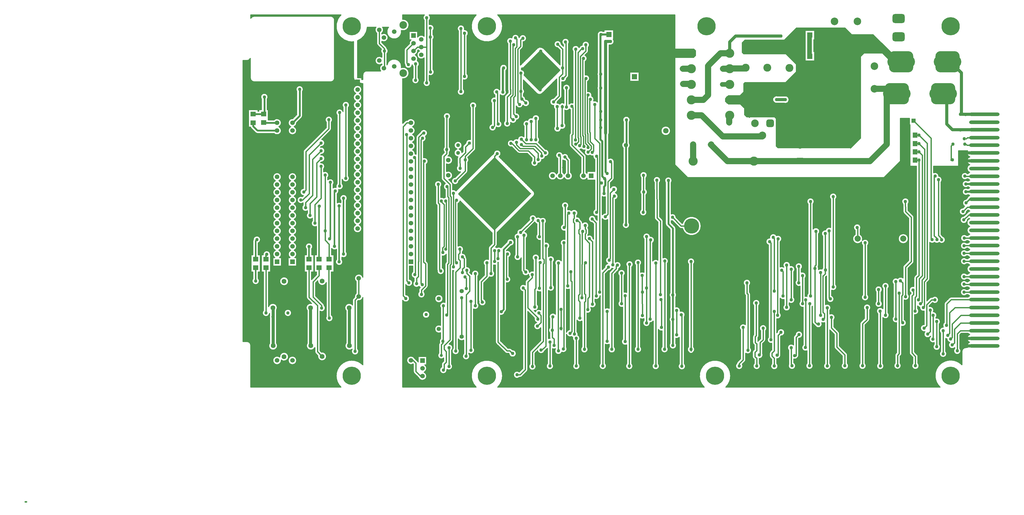
<source format=gbl>
%FSLAX43Y43*%
%MOMM*%
G71*
G01*
G75*
G04 Layer_Physical_Order=2*
G04 Layer_Color=16711680*
%ADD10C,0.300*%
%ADD11R,1.600X1.800*%
%ADD12R,1.800X1.600*%
%ADD13R,1.000X1.600*%
%ADD14R,5.500X5.400*%
%ADD15R,2.200X0.600*%
%ADD16R,2.200X0.600*%
%ADD17R,0.900X0.950*%
%ADD18R,0.900X0.950*%
%ADD19R,2.400X1.000*%
%ADD20R,2.400X3.300*%
%ADD21R,1.300X0.850*%
G04:AMPARAMS|DCode=22|XSize=1.5mm|YSize=0.25mm|CornerRadius=0mm|HoleSize=0mm|Usage=FLASHONLY|Rotation=315.000|XOffset=0mm|YOffset=0mm|HoleType=Round|Shape=Round|*
%AMOVALD22*
21,1,1.250,0.250,0.000,0.000,315.0*
1,1,0.250,-0.442,0.442*
1,1,0.250,0.442,-0.442*
%
%ADD22OVALD22*%

G04:AMPARAMS|DCode=23|XSize=1.5mm|YSize=0.25mm|CornerRadius=0mm|HoleSize=0mm|Usage=FLASHONLY|Rotation=315.000|XOffset=0mm|YOffset=0mm|HoleType=Round|Shape=Rectangle|*
%AMROTATEDRECTD23*
4,1,4,-0.619,0.442,-0.442,0.619,0.619,-0.442,0.442,-0.619,-0.619,0.442,0.0*
%
%ADD23ROTATEDRECTD23*%

G04:AMPARAMS|DCode=24|XSize=1.5mm|YSize=0.25mm|CornerRadius=0mm|HoleSize=0mm|Usage=FLASHONLY|Rotation=45.000|XOffset=0mm|YOffset=0mm|HoleType=Round|Shape=Round|*
%AMOVALD24*
21,1,1.250,0.250,0.000,0.000,45.0*
1,1,0.250,-0.442,-0.442*
1,1,0.250,0.442,0.442*
%
%ADD24OVALD24*%

%ADD25O,10.000X1.200*%
%ADD26R,0.550X1.450*%
%ADD27R,0.550X1.450*%
%ADD28R,1.550X0.600*%
%ADD29R,7.100X5.500*%
%ADD30R,1.600X1.000*%
%ADD31R,5.500X7.100*%
%ADD32R,1.550X0.600*%
%ADD33R,1.700X0.600*%
%ADD34R,1.700X0.600*%
%ADD35R,0.600X2.200*%
%ADD36R,0.600X2.200*%
%ADD37R,0.850X1.300*%
%ADD38R,4.000X3.000*%
G04:AMPARAMS|DCode=39|XSize=1.55mm|YSize=0.3mm|CornerRadius=0mm|HoleSize=0mm|Usage=FLASHONLY|Rotation=315.000|XOffset=0mm|YOffset=0mm|HoleType=Round|Shape=Rectangle|*
%AMROTATEDRECTD39*
4,1,4,-0.654,0.442,-0.442,0.654,0.654,-0.442,0.442,-0.654,-0.654,0.442,0.0*
%
%ADD39ROTATEDRECTD39*%

G04:AMPARAMS|DCode=40|XSize=1.55mm|YSize=0.3mm|CornerRadius=0mm|HoleSize=0mm|Usage=FLASHONLY|Rotation=45.000|XOffset=0mm|YOffset=0mm|HoleType=Round|Shape=Rectangle|*
%AMROTATEDRECTD40*
4,1,4,-0.442,-0.654,-0.654,-0.442,0.442,0.654,0.654,0.442,-0.442,-0.654,0.0*
%
%ADD40ROTATEDRECTD40*%

G04:AMPARAMS|DCode=41|XSize=1.55mm|YSize=0.3mm|CornerRadius=0mm|HoleSize=0mm|Usage=FLASHONLY|Rotation=315.000|XOffset=0mm|YOffset=0mm|HoleType=Round|Shape=Rectangle|*
%AMROTATEDRECTD41*
4,1,4,-0.654,0.442,-0.442,0.654,0.654,-0.442,0.442,-0.654,-0.654,0.442,0.0*
%
%ADD41ROTATEDRECTD41*%

%ADD42R,2.700X2.500*%
%ADD43R,1.450X0.550*%
%ADD44R,1.450X0.550*%
%ADD45R,1.500X1.500*%
%ADD46R,2.300X2.300*%
%ADD47R,2.400X3.300*%
%ADD48R,2.300X2.300*%
%ADD49C,2.000*%
%ADD50C,1.500*%
%ADD51C,0.600*%
%ADD52C,0.800*%
%ADD53C,1.000*%
%ADD54C,0.400*%
%ADD55C,0.500*%
%ADD56C,0.700*%
%ADD57C,0.250*%
%ADD58C,2.500*%
%ADD59C,2.000*%
G04:AMPARAMS|DCode=60|XSize=2.5mm|YSize=2.5mm|CornerRadius=0.625mm|HoleSize=0mm|Usage=FLASHONLY|Rotation=180.000|XOffset=0mm|YOffset=0mm|HoleType=Round|Shape=RoundedRectangle|*
%AMROUNDEDRECTD60*
21,1,2.500,1.250,0,0,180.0*
21,1,1.250,2.500,0,0,180.0*
1,1,1.250,-0.625,0.625*
1,1,1.250,0.625,0.625*
1,1,1.250,0.625,-0.625*
1,1,1.250,-0.625,-0.625*
%
%ADD60ROUNDEDRECTD60*%
%ADD61C,1.400*%
%ADD62R,1.400X1.400*%
%ADD63R,1.800X1.800*%
%ADD64C,1.800*%
%ADD65R,1.800X1.800*%
%ADD66C,2.600*%
%ADD67R,1.500X1.500*%
%ADD68C,1.500*%
%ADD69C,6.000*%
%ADD70C,4.000*%
%ADD71R,1.600X1.600*%
%ADD72C,1.600*%
%ADD73R,1.600X1.600*%
%ADD74C,5.000*%
%ADD75C,1.300*%
G04:AMPARAMS|DCode=76|XSize=4mm|YSize=3mm|CornerRadius=0.75mm|HoleSize=0mm|Usage=FLASHONLY|Rotation=180.000|XOffset=0mm|YOffset=0mm|HoleType=Round|Shape=RoundedRectangle|*
%AMROUNDEDRECTD76*
21,1,4.000,1.500,0,0,180.0*
21,1,2.500,3.000,0,0,180.0*
1,1,1.500,-1.250,0.750*
1,1,1.500,1.250,0.750*
1,1,1.500,1.250,-0.750*
1,1,1.500,-1.250,-0.750*
%
%ADD76ROUNDEDRECTD76*%
G04:AMPARAMS|DCode=77|XSize=8mm|YSize=7mm|CornerRadius=1.75mm|HoleSize=0mm|Usage=FLASHONLY|Rotation=180.000|XOffset=0mm|YOffset=0mm|HoleType=Round|Shape=RoundedRectangle|*
%AMROUNDEDRECTD77*
21,1,8.000,3.500,0,0,180.0*
21,1,4.500,7.000,0,0,180.0*
1,1,3.500,-2.250,1.750*
1,1,3.500,2.250,1.750*
1,1,3.500,2.250,-1.750*
1,1,3.500,-2.250,-1.750*
%
%ADD77ROUNDEDRECTD77*%
%ADD78R,2.000X2.000*%
%ADD79C,3.000*%
%ADD80C,1.000*%
%ADD81C,1.100*%
G36*
X189900Y117500D02*
X190000Y117400D01*
X197100D01*
X199800Y114700D01*
X203000Y111500D01*
X203100Y111400D01*
Y111400D01*
X203600Y110900D01*
X203200Y110500D01*
X203100D01*
Y110200D01*
Y109500D01*
X202300Y108700D01*
X200000Y111000D01*
X194000D01*
X193000Y110000D01*
Y83400D01*
Y83100D01*
X192100Y82200D01*
X189600Y79700D01*
X189400Y79900D01*
X165600D01*
X165000Y80500D01*
Y86200D01*
Y86400D01*
Y88600D01*
Y88700D01*
Y89600D01*
X164600Y90000D01*
X156500D01*
X156300Y89800D01*
X156100Y90000D01*
X155400D01*
X154800Y90600D01*
X154600Y90800D01*
Y93100D01*
X154500D01*
X153300Y94300D01*
X149400D01*
X148585Y95115D01*
X148330D01*
Y96330D01*
X148400Y96400D01*
X149300Y97300D01*
X153100D01*
X154300Y98500D01*
Y100800D01*
Y101200D01*
X154700Y101600D01*
X168100D01*
X171600Y105100D01*
Y107100D01*
Y107400D01*
X169700Y109300D01*
X168200Y110800D01*
X154400D01*
X153900Y111300D01*
X153800Y111400D01*
Y112400D01*
Y114700D01*
X154700Y115600D01*
X167700D01*
X171700Y119600D01*
X187800D01*
X189900Y117500D01*
D02*
G37*
G36*
X138700Y112000D02*
Y111700D01*
Y110300D01*
X138600Y110200D01*
X138000Y109600D01*
X130900D01*
Y112600D01*
X138100D01*
X138700Y112000D01*
D02*
G37*
%LPC*%
G36*
X165200Y96959D02*
X164926Y96923D01*
X164670Y96817D01*
X164451Y96649D01*
X164283Y96430D01*
X164177Y96174D01*
X164141Y95900D01*
X164177Y95626D01*
X164283Y95370D01*
X164451Y95151D01*
X164670Y94983D01*
X164926Y94877D01*
X165200Y94841D01*
X165474Y94877D01*
X165509Y94891D01*
X167721D01*
X167876Y94827D01*
X168150Y94791D01*
X168424Y94827D01*
X168680Y94933D01*
X168899Y95101D01*
X169067Y95320D01*
X169173Y95576D01*
X169209Y95850D01*
X169173Y96124D01*
X169067Y96380D01*
X168899Y96599D01*
X168680Y96767D01*
X168424Y96873D01*
X168150Y96909D01*
X168123Y96906D01*
X168100Y96909D01*
X165509D01*
X165474Y96923D01*
X165200Y96959D01*
D02*
G37*
G36*
X177600Y118500D02*
X174800D01*
Y115700D01*
X174839D01*
Y111500D01*
X174800D01*
Y108700D01*
X177600D01*
Y111500D01*
X177361D01*
Y115700D01*
X177600D01*
Y118500D01*
D02*
G37*
%LPD*%
D10*
X228067Y79050D02*
G03*
X228746Y77025I1122J-750D01*
G01*
D02*
G03*
X228746Y74475I444J-1275D01*
G01*
D02*
G03*
X228711Y71937I444J-1275D01*
G01*
D02*
G03*
X228141Y71525I478J-1263D01*
G01*
Y69825D02*
G03*
X228746Y69400I1049J850D01*
G01*
D02*
G03*
X228282Y69125I444J-1275D01*
G01*
Y67125D02*
G03*
X228711Y66862I907J1000D01*
G01*
Y66862D02*
G03*
X228231Y66550I478J-1263D01*
G01*
X228340Y64550D02*
G03*
X228711Y64337I849J1050D01*
G01*
D02*
G03*
X227893Y63451I478J-1263D01*
G01*
X228022Y71525D02*
G03*
X227971Y69825I-872J-825D01*
G01*
X228074Y69125D02*
G03*
X228149Y67125I-624J-1025D01*
G01*
X228163Y66550D02*
G03*
X228163Y64550I-663J-1000D01*
G01*
X219300Y68653D02*
G03*
X219650Y69500I-850J847D01*
G01*
X218600Y70700D02*
G03*
X216900Y71791I-1200J0D01*
G01*
X219650Y69500D02*
G03*
X218600Y70691I-1200J0D01*
G01*
X228216Y59564D02*
G03*
X228746Y59225I973J936D01*
G01*
Y59225D02*
G03*
X228076Y58713I444J-1275D01*
G01*
D02*
G03*
X227849Y58551I374J-763D01*
G01*
X228076Y58713D02*
G03*
X227849Y58551I374J-763D01*
G01*
X227514Y63072D02*
G03*
X227050Y60803I75J-1198D01*
G01*
X226498Y60250D02*
G03*
X227700Y59048I2J-1200D01*
G01*
X228494Y56792D02*
G03*
X228711Y56687I695J1157D01*
G01*
Y56687D02*
G03*
X227952Y55965I478J-1263D01*
G01*
X227952D02*
G03*
X228000Y56298I-1152J335D01*
G01*
X227896Y55811D02*
G03*
X228746Y54150I1294J-386D01*
G01*
D02*
G03*
X228746Y51600I444J-1275D01*
G01*
X226798Y57500D02*
G03*
X227896Y55811I2J-1200D01*
G01*
X208463Y61516D02*
G03*
X208800Y62350I-863J834D01*
G01*
D02*
G03*
X206763Y61490I-1200J0D01*
G01*
X210400Y57150D02*
G03*
X210151Y57751I-850J0D01*
G01*
X210400Y57150D02*
G03*
X210151Y57751I-850J0D01*
G01*
X206800Y59037D02*
G03*
X207049Y58449I850J13D01*
G01*
X206800Y59037D02*
G03*
X207049Y58449I850J13D01*
G01*
X184700Y63103D02*
G03*
X185050Y63950I-850J847D01*
G01*
D02*
G03*
X183000Y63103I-1200J0D01*
G01*
X177600Y62350D02*
G03*
X175550Y61503I-1200J0D01*
G01*
X177250D02*
G03*
X177600Y62350I-850J847D01*
G01*
X192747Y53133D02*
G03*
X192950Y53800I-997J667D01*
G01*
D02*
G03*
X191047Y52827I-1200J0D01*
G01*
X183000Y53791D02*
G03*
X181336Y52992I-500J-1091D01*
G01*
X179400Y52550D02*
G03*
X177250Y53283I-1200J0D01*
G01*
X181336Y52992D02*
G03*
X180384Y50921I-136J-1192D01*
G01*
X228746Y51600D02*
G03*
X228141Y51175I444J-1275D01*
G01*
Y49475D02*
G03*
X228679Y49075I1049J850D01*
G01*
D02*
G03*
X228141Y48675I510J-1250D01*
G01*
Y46975D02*
G03*
X228746Y46550I1049J850D01*
G01*
X227772Y51175D02*
G03*
X227821Y49475I-822J-875D01*
G01*
X227722Y48675D02*
G03*
X227771Y46975I-822J-875D01*
G01*
X228746Y46550D02*
G03*
X228162Y46150I444J-1275D01*
G01*
X228121Y44450D02*
G03*
X228746Y44000I1069J825D01*
G01*
Y44000D02*
G03*
X228141Y43575I444J-1275D01*
G01*
X227747Y46150D02*
G03*
X227747Y44450I-847J-850D01*
G01*
X220750Y49750D02*
G03*
X219906Y50896I-1200J0D01*
G01*
X215600Y48906D02*
G03*
X217175Y48884I800J894D01*
G01*
X218722Y48881D02*
G03*
X220750Y49750I828J869D01*
G01*
X217175Y48884D02*
G03*
X218722Y48881I775J916D01*
G01*
X208547Y50112D02*
G03*
X208547Y50112I-1650J0D01*
G01*
X210151Y42049D02*
G03*
X210400Y42650I-601J601D01*
G01*
X210151Y42049D02*
G03*
X210400Y42650I-601J601D01*
G01*
X228141Y41875D02*
G03*
X228746Y41450I1049J850D01*
G01*
Y41450D02*
G03*
X228711Y38912I444J-1275D01*
G01*
D02*
G03*
X228141Y38500I478J-1263D01*
G01*
Y36800D02*
G03*
X228746Y36375I1049J850D01*
G01*
X227722Y43575D02*
G03*
X227771Y41875I-822J-875D01*
G01*
X227747Y38500D02*
G03*
X227747Y36800I-847J-850D01*
G01*
X228746Y36375D02*
G03*
X228141Y35950I444J-1275D01*
G01*
Y34250D02*
G03*
X228711Y33837I1049J850D01*
G01*
Y33837D02*
G03*
X228084Y33350I478J-1263D01*
G01*
X227795Y35950D02*
G03*
X227693Y34250I-895J-800D01*
G01*
X210649Y37851D02*
G03*
X210400Y37250I601J-601D01*
G01*
X210649Y37851D02*
G03*
X210400Y37250I601J-601D01*
G01*
X215351Y36299D02*
G03*
X215600Y36900I-601J601D01*
G01*
X215351Y36299D02*
G03*
X215600Y36900I-601J601D01*
G01*
X207049Y41351D02*
G03*
X206800Y40750I601J-601D01*
G01*
X207049Y41351D02*
G03*
X206800Y40750I601J-601D01*
G01*
Y37194D02*
G03*
X205053Y37037I-800J-894D01*
G01*
Y37037D02*
G03*
X203600Y35153I-603J-1037D01*
G01*
X202250Y34550D02*
G03*
X200200Y33703I-1200J0D01*
G01*
X201900D02*
G03*
X202250Y34550I-850J847D01*
G01*
X199650Y32553D02*
G03*
X200000Y33400I-850J847D01*
G01*
D02*
G03*
X197950Y32553I-1200J0D01*
G01*
X193547Y50112D02*
G03*
X192747Y51527I-1650J0D01*
G01*
X193444Y49536D02*
G03*
X193547Y50112I-1546J576D01*
G01*
X195550Y48750D02*
G03*
X193444Y49536I-1200J0D01*
G01*
X195200Y47903D02*
G03*
X195550Y48750I-850J847D01*
G01*
X193203Y49104D02*
G03*
X193500Y47903I1147J-354D01*
G01*
X191047Y51527D02*
G03*
X193203Y49104I850J-1414D01*
G01*
X179050Y51703D02*
G03*
X179400Y52550I-850J847D01*
G01*
X183350Y33159D02*
G03*
X185050Y34250I500J1091D01*
G01*
D02*
G03*
X184700Y35097I-1200J0D01*
G01*
X178904Y40924D02*
G03*
X179050Y41400I-704J476D01*
G01*
X179050Y40350D02*
G03*
X178904Y40924I-1200J0D01*
G01*
X180384Y40511D02*
G03*
X180187Y40097I966J-711D01*
G01*
X180187D02*
G03*
X178987Y39965I-487J-1097D01*
G01*
X178987Y39965D02*
G03*
X179050Y40350I-1137J385D01*
G01*
X173750Y41000D02*
G03*
X171700Y40153I-1200J0D01*
G01*
X173400D02*
G03*
X173750Y41000I-850J847D01*
G01*
X174950Y37950D02*
G03*
X173400Y39098I-1200J0D01*
G01*
X174600Y37103D02*
G03*
X174950Y37950I-850J847D01*
G01*
X171700Y36447D02*
G03*
X172900Y34452I850J-847D01*
G01*
X130350Y85600D02*
G03*
X130350Y85600I-1550J0D01*
G01*
X130850Y69250D02*
G03*
X128700Y68517I-1200J0D01*
G01*
X130600D02*
G03*
X130850Y69250I-950J733D01*
G01*
X116800Y88467D02*
G03*
X117050Y89200I-950J733D01*
G01*
X122350Y70153D02*
G03*
X122700Y71000I-850J847D01*
G01*
X126753Y68556D02*
G03*
X127100Y69400I-853J844D01*
G01*
D02*
G03*
X125053Y68550I-1200J0D01*
G01*
X117038Y80909D02*
G03*
X116800Y81674I-1350J0D01*
G01*
X122700Y71000D02*
G03*
X120650Y70153I-1200J0D01*
G01*
X122762Y65462D02*
G03*
X122350Y66368I-1200J0D01*
G01*
Y64557D02*
G03*
X122762Y65462I-788J905D01*
G01*
X120650Y66242D02*
G03*
X120650Y64683I912J-779D01*
G01*
X111799Y115000D02*
G03*
X111536Y115750I-1200J0D01*
G01*
X110256Y113850D02*
G03*
X111799Y115000I343J1150D01*
G01*
X117050Y89200D02*
G03*
X114900Y88467I-1200J0D01*
G01*
X116650Y79962D02*
G03*
X117038Y80909I-962J947D01*
G01*
X114900Y82005D02*
G03*
X114750Y79938I788J-1096D01*
G01*
X111800Y75107D02*
G03*
X111850Y75450I-1150J343D01*
G01*
X111551Y69449D02*
G03*
X111800Y70050I-601J601D01*
G01*
X111551Y69449D02*
G03*
X111800Y70050I-601J601D01*
G01*
X112950Y66350D02*
G03*
X110650Y66830I-1200J0D01*
G01*
X112235Y65252D02*
G03*
X112950Y66350I-485J1098D01*
G01*
X113100Y64100D02*
G03*
X112235Y65252I-1200J0D01*
G01*
X112200Y62938D02*
G03*
X113100Y64100I-300J1162D01*
G01*
X134272Y53441D02*
G03*
X140455Y54291I3033J850D01*
G01*
D02*
G03*
X134272Y55141I-3150J0D01*
G01*
X133258Y53690D02*
G03*
X133859Y53441I601J601D01*
G01*
X133258Y53690D02*
G03*
X133859Y53441I601J601D01*
G01*
X166950Y50050D02*
G03*
X165206Y51120I-1200J0D01*
G01*
X165206D02*
G03*
X162967Y50350I-1056J-570D01*
G01*
X162967D02*
G03*
X162550Y48019I-17J-1200D01*
G01*
X166400Y49041D02*
G03*
X166950Y50050I-650J1009D01*
G01*
X132200Y57152D02*
G03*
X130600Y58281I-1200J-2D01*
G01*
Y56019D02*
G03*
X130998Y55950I400J1131D01*
G01*
X132100Y53500D02*
G03*
X131822Y54172I-950J0D01*
G01*
X132100Y53500D02*
G03*
X131822Y54172I-950J0D01*
G01*
X128700Y55000D02*
G03*
X128978Y54328I950J0D01*
G01*
X128700Y55000D02*
G03*
X128978Y54328I950J0D01*
G01*
X127900Y55900D02*
G03*
X127651Y56501I-850J0D01*
G01*
X127900Y55900D02*
G03*
X127651Y56501I-850J0D01*
G01*
X129650Y42750D02*
G03*
X127900Y43817I-1200J0D01*
G01*
X169750Y41450D02*
G03*
X167587Y40734I-1200J0D01*
G01*
X169725Y41205D02*
G03*
X169750Y41450I-1175J245D01*
G01*
X171250Y40050D02*
G03*
X169725Y41205I-1200J0D01*
G01*
X170900Y39203D02*
G03*
X171250Y40050I-850J847D01*
G01*
X167587Y40734D02*
G03*
X166400Y40841I-687J-984D01*
G01*
X156700Y35600D02*
G03*
X154650Y34753I-1200J0D01*
G01*
X156350D02*
G03*
X156700Y35600I-850J847D01*
G01*
X137950Y41753D02*
G03*
X138300Y42600I-850J847D01*
G01*
D02*
G03*
X136250Y41753I-1200J0D01*
G01*
X129300Y41903D02*
G03*
X129650Y42750I-850J847D01*
G01*
X125100Y56998D02*
G03*
X125349Y56399I850J2D01*
G01*
X125100Y56997D02*
G03*
X125349Y56399I850J3D01*
G01*
X124500Y48691D02*
G03*
X125050Y49700I-650J1009D01*
G01*
D02*
G03*
X123697Y50890I-1200J0D01*
G01*
X122600Y58800D02*
G03*
X122350Y59533I-1200J0D01*
G01*
X120650Y59737D02*
G03*
X122600Y58800I750J-937D01*
G01*
X116900Y54650D02*
G03*
X116650Y55383I-1200J0D01*
G01*
X114750D02*
G03*
X116900Y54650I950J-733D01*
G01*
X123697Y50890D02*
G03*
X121650Y49953I-1197J-90D01*
G01*
X126200Y43075D02*
G03*
X124500Y42763I-700J-975D01*
G01*
X120500Y41403D02*
G03*
X120850Y42250I-850J847D01*
G01*
D02*
G03*
X118800Y41403I-1200J0D01*
G01*
X118100Y41700D02*
G03*
X115950Y40967I-1200J0D01*
G01*
X117650Y40763D02*
G03*
X118100Y41700I-750J937D01*
G01*
X121650Y39039D02*
G03*
X120500Y39067I-600J-1039D01*
G01*
X115150Y38006D02*
G03*
X115450Y38800I-900J794D01*
G01*
X113350Y40288D02*
G03*
X114100Y41400I-450J1112D01*
G01*
D02*
G03*
X112213Y42384I-1200J0D01*
G01*
X111091Y40378D02*
G03*
X111452Y40354I259J1172D01*
G01*
X113101Y39599D02*
G03*
X113350Y40200I-601J601D01*
G01*
X113101Y39599D02*
G03*
X113350Y40200I-601J601D01*
G01*
X115450Y38800D02*
G03*
X113450Y37906I-1200J0D01*
G01*
X110449Y39351D02*
G03*
X110200Y38750I601J-601D01*
G01*
X110449Y39351D02*
G03*
X110200Y38750I601J-601D01*
G01*
X228206Y31650D02*
G03*
X228711Y31312I984J925D01*
G01*
X227747Y33350D02*
G03*
X227747Y31650I-847J-850D01*
G01*
X228711Y31312D02*
G03*
X228141Y30900I478J-1263D01*
G01*
X222650D02*
G03*
X222049Y30651I0J-850D01*
G01*
X222650Y30900D02*
G03*
X222049Y30651I0J-850D01*
G01*
X220599Y29201D02*
G03*
X220350Y28600I601J-601D01*
G01*
X220599Y29201D02*
G03*
X220350Y28600I601J-601D01*
G01*
X216200Y30850D02*
G03*
X215599Y30601I0J-850D01*
G01*
X218500Y30000D02*
G03*
X216453Y30850I-1200J0D01*
G01*
X216200D02*
G03*
X215599Y30601I0J-850D01*
G01*
X216504Y29102D02*
G03*
X218500Y30000I796J898D01*
G01*
X216839Y26097D02*
G03*
X216950Y26600I-1089J503D01*
G01*
D02*
G03*
X215450Y27762I-1200J0D01*
G01*
X210400Y34412D02*
G03*
X209450Y32241I-300J-1162D01*
G01*
X209149Y31851D02*
G03*
X208900Y31250I601J-601D01*
G01*
X208850Y31050D02*
G03*
X208500Y31897I-1200J0D01*
G01*
X209149Y31851D02*
G03*
X208900Y31250I601J-601D01*
G01*
X207200Y29938D02*
G03*
X208850Y31050I450J1112D01*
G01*
X211650Y27967D02*
G03*
X212303Y27537I950J733D01*
G01*
X212303Y27537D02*
G03*
X213750Y26276I1197J-87D01*
G01*
X212000Y26300D02*
G03*
X211650Y27147I-1200J0D01*
G01*
X217600Y24053D02*
G03*
X217950Y24900I-850J847D01*
G01*
X219100Y22850D02*
G03*
X217600Y24012I-1200J0D01*
G01*
X217950Y24900D02*
G03*
X216839Y26097I-1200J0D01*
G01*
X210600Y25117D02*
G03*
X212000Y26300I200J1183D01*
G01*
X218750Y22003D02*
G03*
X219100Y22850I-850J847D01*
G01*
X220350Y22587D02*
G03*
X220062Y21048I750J-937D01*
G01*
Y21048D02*
G03*
X219150Y19003I-62J-1198D01*
G01*
X214038Y19535D02*
G03*
X215900Y18037I862J-835D01*
G01*
X213748Y21900D02*
G03*
X214038Y19535I2J-1200D01*
G01*
X203600Y24497D02*
G03*
X204700Y22476I850J-847D01*
G01*
X202250Y24950D02*
G03*
X201900Y25797I-1200J0D01*
G01*
X200173Y24131D02*
G03*
X202250Y24950I877J819D01*
G01*
X207900Y22450D02*
G03*
X207200Y23541I-1200J0D01*
G01*
X206400Y21288D02*
G03*
X207900Y22450I300J1162D01*
G01*
X200000Y28700D02*
G03*
X199650Y29547I-1200J0D01*
G01*
X197950D02*
G03*
X200000Y28700I850J-847D01*
G01*
X195550Y30850D02*
G03*
X195200Y31697I-1200J0D01*
G01*
X193500D02*
G03*
X195550Y30850I850J-847D01*
G01*
X200200Y27094D02*
G03*
X198473Y25430I-900J-794D01*
G01*
X195850Y26603D02*
G03*
X196200Y27450I-850J847D01*
G01*
D02*
G03*
X194150Y26603I-1200J0D01*
G01*
X184100Y30300D02*
G03*
X183350Y31412I-1200J0D01*
G01*
X181704Y30401D02*
G03*
X184100Y30300I1196J-101D01*
G01*
X181650Y30700D02*
G03*
X181704Y30401I850J0D01*
G01*
X181650Y30700D02*
G03*
X181704Y30401I850J0D01*
G01*
X175550Y32097D02*
G03*
X175206Y31129I850J-847D01*
G01*
D02*
G03*
X174600Y31183I-406J-1129D01*
G01*
X182750Y26553D02*
G03*
X183100Y27400I-850J847D01*
G01*
X184450Y24250D02*
G03*
X182750Y25341I-1200J0D01*
G01*
X183100Y27400D02*
G03*
X181350Y28467I-1200J0D01*
G01*
X172900Y29494D02*
G03*
X173950Y27509I900J-794D01*
G01*
X195601Y22999D02*
G03*
X195850Y23600I-601J601D01*
G01*
X195601Y22999D02*
G03*
X195850Y23600I-601J601D01*
G01*
X192899Y22701D02*
G03*
X192650Y22100I601J-601D01*
G01*
X192899Y22701D02*
G03*
X192650Y22100I601J-601D01*
G01*
X184100Y23403D02*
G03*
X184450Y24250I-850J847D01*
G01*
X180083Y22517D02*
G03*
X181050Y22488I517J1083D01*
G01*
X180200Y22000D02*
G03*
X180083Y22517I-1200J0D01*
G01*
X177978Y21371D02*
G03*
X180200Y22000I1022J629D01*
G01*
X177000Y22700D02*
G03*
X177249Y22099I850J0D01*
G01*
X177000Y22700D02*
G03*
X177249Y22099I850J0D01*
G01*
X185900Y18950D02*
G03*
X185651Y19551I-850J0D01*
G01*
X185900Y18950D02*
G03*
X185651Y19551I-850J0D01*
G01*
X228141Y19000D02*
G03*
X228746Y18575I1049J850D01*
G01*
Y18575D02*
G03*
X228680Y16050I444J-1275D01*
G01*
X220850Y17291D02*
G03*
X221250Y17126I650J1009D01*
G01*
Y17126D02*
G03*
X222143Y15990I1200J24D01*
G01*
X228680Y16050D02*
G03*
X227935Y14300I510J-1250D01*
G01*
X227500D02*
G03*
X226200Y13000I0J-1300D01*
G01*
X227500Y14300D02*
G03*
X226200Y13000I0J-1300D01*
G01*
X222143Y15990D02*
G03*
X223800Y14256I857J-840D01*
G01*
X225850Y13200D02*
G03*
X225500Y14047I-1200J0D01*
G01*
X215900Y17987D02*
G03*
X217050Y15919I750J-937D01*
G01*
X219100Y14550D02*
G03*
X218750Y15397I-1200J0D01*
G01*
X217050D02*
G03*
X219100Y14550I850J-847D01*
G01*
X223800Y14047D02*
G03*
X225850Y13200I850J-847D01*
G01*
X221200Y12250D02*
G03*
X220850Y13097I-1200J0D01*
G01*
X219150D02*
G03*
X221200Y12250I850J-847D01*
G01*
X226200Y8632D02*
G03*
X218970Y1300I-3700J-3582D01*
G01*
X208900Y12550D02*
G03*
X209149Y11949I850J0D01*
G01*
X211750Y11400D02*
G03*
X211501Y12001I-850J0D01*
G01*
X208900Y12550D02*
G03*
X209149Y11949I850J0D01*
G01*
X211750Y11400D02*
G03*
X211501Y12001I-850J0D01*
G01*
X206151Y11699D02*
G03*
X206400Y12300I-601J601D01*
G01*
X206151Y11699D02*
G03*
X206400Y12300I-601J601D01*
G01*
X204399Y12351D02*
G03*
X204150Y11750I601J-601D01*
G01*
X204399Y12351D02*
G03*
X204150Y11750I601J-601D01*
G01*
X210050Y9147D02*
G03*
X212100Y8300I850J-847D01*
G01*
D02*
G03*
X211750Y9147I-1200J0D01*
G01*
X206200Y8350D02*
G03*
X205850Y9197I-1200J0D01*
G01*
X205000Y7150D02*
G03*
X206200Y8350I0J1200D01*
G01*
X204150Y9197D02*
G03*
X205000Y7150I850J-847D01*
G01*
X188550Y11850D02*
G03*
X188301Y12451I-850J0D01*
G01*
X188550Y11850D02*
G03*
X188301Y12451I-850J0D01*
G01*
X184200Y14500D02*
G03*
X184449Y13899I850J0D01*
G01*
X184200Y14500D02*
G03*
X184449Y13899I850J0D01*
G01*
X173950Y15194D02*
G03*
X175250Y13209I800J-894D01*
G01*
X200523Y8250D02*
G03*
X200173Y9097I-1200J0D01*
G01*
X198473D02*
G03*
X200523Y8250I850J-847D01*
G01*
X194700Y8300D02*
G03*
X194350Y9147I-1200J0D01*
G01*
X188900Y8300D02*
G03*
X188550Y9147I-1200J0D01*
G01*
X192650D02*
G03*
X194700Y8300I850J-847D01*
G01*
X186850Y9147D02*
G03*
X188900Y8300I850J-847D01*
G01*
X183100Y8250D02*
G03*
X182750Y9097I-1200J0D01*
G01*
X175250Y9194D02*
G03*
X177250Y8300I800J-894D01*
G01*
X181050Y9097D02*
G03*
X183100Y8250I850J-847D01*
G01*
X177250Y8300D02*
G03*
X176950Y9094I-1200J0D01*
G01*
X171250Y30000D02*
G03*
X170900Y30847I-1200J0D01*
G01*
X169400Y28991D02*
G03*
X171250Y30000I650J1009D01*
G01*
X166400Y30517D02*
G03*
X167700Y30102I950J733D01*
G01*
X169750Y27500D02*
G03*
X169400Y28347I-1200J0D01*
G01*
X167700D02*
G03*
X169750Y27500I850J-847D01*
G01*
X166750Y24900D02*
G03*
X166400Y25747I-1200J0D01*
G01*
X165350Y23717D02*
G03*
X166750Y24900I200J1183D01*
G01*
X159750Y28950D02*
G03*
X157700Y28103I-1200J0D01*
G01*
X159400D02*
G03*
X159750Y28950I-850J847D01*
G01*
X156657Y31843D02*
G03*
X156408Y32444I-850J0D01*
G01*
X156657Y31843D02*
G03*
X156408Y32444I-850J0D01*
G01*
X154650Y32150D02*
G03*
X154899Y31549I850J0D01*
G01*
X154650Y32150D02*
G03*
X154899Y31549I850J0D01*
G01*
X173800Y18550D02*
G03*
X171400Y18552I-1200J0D01*
G01*
X167900Y19300D02*
G03*
X165500Y19302I-1200J0D01*
G01*
X166702Y18100D02*
G03*
X167900Y19300I-2J1200D01*
G01*
X161650Y19803D02*
G03*
X162000Y20650I-850J847D01*
G01*
D02*
G03*
X159950Y19803I-1200J0D01*
G01*
X154957Y21870D02*
G03*
X153400Y20053I-707J-970D01*
G01*
X132350Y31600D02*
G03*
X132100Y32333I-1200J0D01*
G01*
X130200D02*
G03*
X130200Y30867I950J-733D01*
G01*
X132100D02*
G03*
X132350Y31600I-950J733D01*
G01*
X134950Y24437D02*
G03*
X135150Y25100I-1000J663D01*
G01*
X133571Y26239D02*
G03*
X133600Y26500I-1171J261D01*
G01*
X135150Y25100D02*
G03*
X133571Y26239I-1200J0D01*
G01*
X133600Y26500D02*
G03*
X132100Y27662I-1200J0D01*
G01*
X115950Y32441D02*
G03*
X115150Y32512I-500J-1091D01*
G01*
X113450Y29547D02*
G03*
X114600Y27538I850J-847D01*
G01*
X130200Y24283D02*
G03*
X130200Y22817I950J-733D01*
G01*
X123649Y22450D02*
G03*
X124650Y22987I1J1200D01*
G01*
X126350Y20237D02*
G03*
X127600Y19726I1000J663D01*
G01*
X120500Y23811D02*
G03*
X121650Y23783I600J1039D01*
G01*
Y23294D02*
G03*
X123650Y22400I800J-894D01*
G01*
X172602Y17350D02*
G03*
X173800Y18550I-2J1200D01*
G01*
X171049Y18201D02*
G03*
X170800Y17600I601J-601D01*
G01*
X171049Y18201D02*
G03*
X170800Y17600I601J-601D01*
G01*
Y15187D02*
G03*
X169200Y13403I-750J-937D01*
G01*
X162550Y17697D02*
G03*
X163650Y15676I850J-847D01*
G01*
X172222Y11021D02*
G03*
X172500Y11650I-572J629D01*
G01*
X163149Y13051D02*
G03*
X162900Y12450I601J-601D01*
G01*
X163149Y13051D02*
G03*
X162900Y12450I601J-601D01*
G01*
Y11500D02*
G03*
X163149Y10899I850J0D01*
G01*
X162900Y11500D02*
G03*
X163149Y10899I850J0D01*
G01*
X159151Y17599D02*
G03*
X159400Y18200I-601J601D01*
G01*
X157649Y18501D02*
G03*
X157400Y17900I601J-601D01*
G01*
X157649Y18501D02*
G03*
X157400Y17900I601J-601D01*
G01*
X159151Y17599D02*
G03*
X159400Y18200I-601J601D01*
G01*
X161401Y16299D02*
G03*
X161650Y16900I-601J601D01*
G01*
X161401Y16299D02*
G03*
X161650Y16900I-601J601D01*
G01*
X159249Y16551D02*
G03*
X159100Y16350I601J-601D01*
G01*
X159249Y16551D02*
G03*
X159100Y16350I601J-601D01*
G01*
X157400Y15950D02*
G03*
X157649Y15349I850J0D01*
G01*
X157400Y15950D02*
G03*
X157649Y15349I850J0D01*
G01*
X160750Y11850D02*
G03*
X160700Y12193I-1200J0D01*
G01*
X157300Y11300D02*
G03*
X157549Y10699I850J0D01*
G01*
Y13351D02*
G03*
X157300Y12750I601J-601D01*
G01*
X157549Y13351D02*
G03*
X157300Y12750I601J-601D01*
G01*
X157000Y13400D02*
G03*
X156657Y14240I-1200J0D01*
G01*
X138300Y13700D02*
G03*
X137950Y14547I-1200J0D01*
G01*
X155100Y12425D02*
G03*
X157000Y13400I700J975D01*
G01*
X170900Y10488D02*
G03*
X172222Y11021I300J1162D01*
G01*
X165350Y10601D02*
G03*
X166600Y11800I50J1199D01*
G01*
X159550Y10650D02*
G03*
X160750Y11850I0J1200D01*
G01*
X171500Y8300D02*
G03*
X170900Y9339I-1200J0D01*
G01*
X169200Y8780D02*
G03*
X171500Y8300I1100J-480D01*
G01*
X165700Y8200D02*
G03*
X165350Y9047I-1200J0D01*
G01*
X163650D02*
G03*
X165700Y8200I850J-847D01*
G01*
X157850Y9097D02*
G03*
X159900Y8250I850J-847D01*
G01*
D02*
G03*
X159550Y9097I-1200J0D01*
G01*
X157300Y11300D02*
G03*
X157549Y10699I850J0D01*
G01*
X154851Y9699D02*
G03*
X155100Y10300I-601J601D01*
G01*
X154851Y9699D02*
G03*
X155100Y10300I-601J601D01*
G01*
X152349Y9601D02*
G03*
X152106Y9103I601J-601D01*
G01*
X152349Y9601D02*
G03*
X152106Y9103I601J-601D01*
G01*
D02*
G03*
X154150Y8250I844J-853D01*
G01*
X150150Y5000D02*
G03*
X141418Y1300I-5150J0D01*
G01*
X154150Y8250D02*
G03*
X153994Y8842I-1200J0D01*
G01*
X148582Y1300D02*
G03*
X150150Y5000I-3582J3700D01*
G01*
X132100Y17338D02*
G03*
X133250Y17653I300J1162D01*
G01*
X132350Y15000D02*
G03*
X132100Y15733I-1200J0D01*
G01*
X130200D02*
G03*
X132350Y15000I950J-733D01*
G01*
X129600Y13750D02*
G03*
X129300Y14544I-1200J0D01*
G01*
X114600Y17097D02*
G03*
X115950Y15159I850J-847D01*
G01*
X120850Y13750D02*
G03*
X120500Y14597I-1200J0D01*
G01*
X112250Y13700D02*
G03*
X111900Y14547I-1200J0D01*
G01*
X137810Y12733D02*
G03*
X138300Y13700I-710J967D01*
G01*
X136390Y12733D02*
G03*
X137810Y12733I710J468D01*
G01*
X136250Y14547D02*
G03*
X136390Y12733I850J-847D01*
G01*
X127600Y14644D02*
G03*
X129600Y13750I800J-894D01*
G01*
X135300Y8150D02*
G03*
X134950Y8997I-1200J0D01*
G01*
X133250D02*
G03*
X135300Y8150I850J-847D01*
G01*
X118800Y14597D02*
G03*
X120850Y13750I850J-847D01*
G01*
X124650Y9047D02*
G03*
X126700Y8200I850J-847D01*
G01*
D02*
G03*
X126350Y9047I-1200J0D01*
G01*
X118000Y8200D02*
G03*
X117650Y9047I-1200J0D01*
G01*
X115950D02*
G03*
X118000Y8200I850J-847D01*
G01*
X108163Y118300D02*
G03*
X106350Y116957I-663J-1000D01*
G01*
X103700Y113900D02*
G03*
X101305Y113791I-1200J0D01*
G01*
X103350Y113053D02*
G03*
X103700Y113900I-850J847D01*
G01*
X103101Y111299D02*
G03*
X103350Y111900I-601J601D01*
G01*
X103101Y111299D02*
G03*
X103350Y111900I-601J601D01*
G01*
X101305Y113791D02*
G03*
X100307Y112964I145J-1191D01*
G01*
X100307D02*
G03*
X98300Y111706I-1107J-464D01*
G01*
X102350Y108361D02*
G03*
X102950Y109400I-600J1039D01*
G01*
D02*
G03*
X102279Y110477I-1200J0D01*
G01*
X96850Y114187D02*
G03*
X97050Y114850I-1000J663D01*
G01*
D02*
G03*
X95150Y113875I-1200J0D01*
G01*
X94450Y114102D02*
G03*
X93248Y112900I-1200J-2D01*
G01*
X106350Y104831D02*
G03*
X106350Y103669I1050J-581D01*
G01*
X103100Y101783D02*
G03*
X103750Y102850I-550J1067D01*
G01*
D02*
G03*
X102350Y104033I-1200J0D01*
G01*
X106350Y100286D02*
G03*
X106350Y99101I1043J-593D01*
G01*
X104464Y97057D02*
G03*
X104500Y97350I-1164J293D01*
G01*
X105200Y95950D02*
G03*
X104464Y97057I-1200J0D01*
G01*
X104500Y97350D02*
G03*
X103100Y98533I-1200J0D01*
G01*
X96601Y103249D02*
G03*
X96850Y103850I-601J601D01*
G01*
X96601Y103249D02*
G03*
X96850Y103850I-601J601D01*
G01*
X94650Y101702D02*
G03*
X96200Y102848I350J1148D01*
G01*
X97350Y99750D02*
G03*
X95300Y98903I-1200J0D01*
G01*
X97000D02*
G03*
X97350Y99750I-850J847D01*
G01*
X94401Y96449D02*
G03*
X94650Y97050I-601J601D01*
G01*
X94401Y96449D02*
G03*
X94650Y97050I-601J601D01*
G01*
X88058Y113024D02*
G03*
X86580Y112769I-558J-1174D01*
G01*
X88058Y113024D02*
G03*
X86581Y112769I-558J-1174D01*
G01*
X88719Y112669D02*
G03*
X88058Y113024I-919J-919D01*
G01*
X88720Y112669D02*
G03*
X88058Y113024I-920J-919D01*
G01*
X82110Y117209D02*
G03*
X81827Y117250I-260J-809D01*
G01*
Y117250D02*
G03*
X80635Y116337I-27J-1200D01*
G01*
X83000Y116050D02*
G03*
X82110Y117209I-1200J0D01*
G01*
X80591Y116293D02*
G03*
X78201Y116191I-1191J-143D01*
G01*
X78201D02*
G03*
X76850Y114253I-501J-1091D01*
G01*
X81900Y114854D02*
G03*
X83000Y116050I-100J1196D01*
G01*
X81651Y112799D02*
G03*
X81900Y113400I-601J601D01*
G01*
X81651Y112799D02*
G03*
X81900Y113400I-601J601D01*
G01*
X86381Y97931D02*
G03*
X88220Y97931I919J919D01*
G01*
X91847Y96299D02*
G03*
X91953Y93901I53J-1199D01*
G01*
X86380Y97931D02*
G03*
X88219Y97931I920J919D01*
G01*
X82350Y98550D02*
G03*
X82000Y99397I-1200J0D01*
G01*
Y97703D02*
G03*
X82350Y98550I-850J847D01*
G01*
X82699Y96053D02*
G03*
X82000Y97091I-1199J-53D01*
G01*
X76212Y105373D02*
G03*
X76650Y106300I-762J927D01*
G01*
D02*
G03*
X74251Y106336I-1200J0D01*
G01*
X76850Y99200D02*
G03*
X76900Y98913I850J0D01*
G01*
X76850Y99200D02*
G03*
X76900Y98913I850J0D01*
G01*
X76400Y98300D02*
G03*
X76212Y98944I-1200J0D01*
G01*
X74350Y97453D02*
G03*
X76400Y98300I850J847D01*
G01*
X76049Y97301D02*
G03*
X75800Y96700I601J-601D01*
G01*
X76049Y97301D02*
G03*
X75800Y96700I601J-601D01*
G01*
X110000Y84237D02*
G03*
X110200Y84900I-1000J663D01*
G01*
X105088Y95444D02*
G03*
X105200Y95950I-1088J506D01*
G01*
X106350Y95094D02*
G03*
X105088Y95444I-900J-794D01*
G01*
X98300Y94781D02*
G03*
X97000Y94444I-400J-1131D01*
G01*
X101030Y79623D02*
G03*
X102285Y79313I870J827D01*
G01*
X102285Y79313D02*
G03*
X103881Y77579I965J-713D01*
G01*
X100598Y79504D02*
G03*
X101030Y79623I-98J1196D01*
G01*
X103881Y77579D02*
G03*
X104856Y77318I769J921D01*
G01*
D02*
G03*
X105450Y76161I1194J-118D01*
G01*
X102610Y77140D02*
G03*
X102361Y77741I-850J0D01*
G01*
X102610Y77140D02*
G03*
X102361Y77741I-850J0D01*
G01*
X97118Y92740D02*
G03*
X97450Y92538I782J910D01*
G01*
X95600Y92383D02*
G03*
X97118Y92740I550J1067D01*
G01*
X95950Y87300D02*
G03*
X95600Y88147I-1200J0D01*
G01*
X95300Y94648D02*
G03*
X93994Y94389I-550J-648D01*
G01*
X93047Y94749D02*
G03*
X93100Y95100I-1147J351D01*
G01*
X93975Y94371D02*
G03*
X93047Y94749I-875J-821D01*
G01*
X91953Y93901D02*
G03*
X92250Y92703I1147J-351D01*
G01*
X94384Y86157D02*
G03*
X95950Y87300I366J1143D01*
G01*
X97349Y84751D02*
G03*
X97100Y84150I601J-601D01*
G01*
X97349Y84751D02*
G03*
X97100Y84150I601J-601D01*
G01*
Y80950D02*
G03*
X97349Y80349I850J0D01*
G01*
X97100Y80950D02*
G03*
X97349Y80349I850J0D01*
G01*
X97530Y75920D02*
G03*
X97281Y76521I-850J0D01*
G01*
X96850Y76952D02*
G03*
X94942Y77919I-1200J-2D01*
G01*
X97530Y75920D02*
G03*
X97281Y76521I-850J0D01*
G01*
X92250Y87083D02*
G03*
X94384Y86157I950J-733D01*
G01*
X94942Y77919D02*
G03*
X93290Y76464I-1142J-369D01*
G01*
X90400Y78350D02*
G03*
X89202Y79550I-1200J0D01*
G01*
X89191Y77150D02*
G03*
X90400Y78350I9J1200D01*
G01*
X111850Y75450D02*
G03*
X110000Y76459I-1200J0D01*
G01*
X107950Y63933D02*
G03*
X108950Y63888I550J1067D01*
G01*
X102900Y71621D02*
G03*
X102610Y71920I-1140J-813D01*
G01*
X100910D02*
G03*
X102900Y69995I850J-1112D01*
G01*
X94990Y75948D02*
G03*
X95648Y75750I660J1002D01*
G01*
X92870Y71397D02*
G03*
X92870Y70219I-1270J-589D01*
G01*
X98080Y70808D02*
G03*
X97530Y71920I-1400J0D01*
G01*
X97778Y59318D02*
G03*
X96550Y59648I-878J-818D01*
G01*
Y60203D02*
G03*
X96900Y61050I-850J847D01*
G01*
X95830Y71920D02*
G03*
X95410Y71397I850J-1112D01*
G01*
D02*
G03*
X94990Y71920I-1270J-589D01*
G01*
X93290D02*
G03*
X92870Y71397I850J-1112D01*
G01*
X95410Y70219D02*
G03*
X98080Y70808I1270J589D01*
G01*
X96900Y61050D02*
G03*
X94850Y60203I-1200J0D01*
G01*
X92870Y70219D02*
G03*
X95410Y70219I1270J589D01*
G01*
X87300Y89700D02*
G03*
X84909Y89845I-1200J0D01*
G01*
X86950Y88853D02*
G03*
X87300Y89700I-850J847D01*
G01*
X84909Y89845D02*
G03*
X83401Y89047I-359J-1145D01*
G01*
X84000Y94750D02*
G03*
X82802Y95950I-1200J0D01*
G01*
X81862Y94001D02*
G03*
X84000Y94750I938J749D01*
G01*
X83401Y89047D02*
G03*
X82150Y87106I-351J-1147D01*
G01*
X87300Y82650D02*
G03*
X86950Y83497I-1200J0D01*
G01*
X79650Y93719D02*
G03*
X81862Y94001I1050J581D01*
G01*
X79792Y89116D02*
G03*
X80800Y90300I-192J1184D01*
G01*
D02*
G03*
X79650Y91499I-1200J0D01*
G01*
X77795Y88360D02*
G03*
X79792Y89116I805J890D01*
G01*
X77850Y88000D02*
G03*
X77795Y88360I-1200J0D01*
G01*
X82150Y83647D02*
G03*
X80107Y82929I-850J-847D01*
G01*
X75800Y88847D02*
G03*
X77850Y88000I850J-847D01*
G01*
X86950Y81803D02*
G03*
X87300Y82650I-850J847D01*
G01*
X88049Y76101D02*
G03*
X89191Y77150I-49J1199D01*
G01*
X86846Y74950D02*
G03*
X88049Y76101I4J1200D01*
G01*
X84800Y75897D02*
G03*
X86846Y74950I850J-847D01*
G01*
X80107Y82929D02*
G03*
X78652Y82385I-407J-1129D01*
G01*
D02*
G03*
X78168Y80280I-752J-935D01*
G01*
X79999Y78449D02*
G03*
X80600Y78200I601J601D01*
G01*
X79999Y78449D02*
G03*
X80600Y78200I601J601D01*
G01*
X85650Y64950D02*
G03*
X85031Y66057I-1300J0D01*
G01*
X85269Y64031D02*
G03*
X85650Y64950I-919J919D01*
G01*
X75150Y120000D02*
G03*
X73582Y123700I-5150J0D01*
G01*
X66418D02*
G03*
X75150Y120000I3582J-3700D01*
G01*
X62650Y119250D02*
G03*
X60600Y118403I-1200J0D01*
G01*
X62597Y118899D02*
G03*
X62650Y119250I-1147J351D01*
G01*
X63850Y117700D02*
G03*
X62597Y118899I-1200J0D01*
G01*
X63500Y116853D02*
G03*
X63850Y117700I-850J847D01*
G01*
X51400Y122800D02*
G03*
X50994Y123700I-1200J0D01*
G01*
X51050Y121953D02*
G03*
X51400Y122800I-850J847D01*
G01*
X52600Y119400D02*
G03*
X51050Y120548I-1200J0D01*
G01*
X52250Y118553D02*
G03*
X52600Y119400I-850J847D01*
G01*
Y116450D02*
G03*
X52250Y117297I-1200J0D01*
G01*
X49406Y123700D02*
G03*
X49350Y121953I794J-900D01*
G01*
Y116703D02*
G03*
X47250Y116473I-950J-1028D01*
G01*
X52250Y115603D02*
G03*
X52600Y116450I-850J847D01*
G01*
X47372Y112185D02*
G03*
X47811Y111865I1028J950D01*
G01*
X47250D02*
G03*
X47238Y112051I-1400J0D01*
G01*
X47811Y111865D02*
G03*
X49350Y109567I589J-1270D01*
G01*
X47089Y108672D02*
G03*
X47250Y109325I-1239J653D01*
G01*
X74251Y106336D02*
G03*
X74212Y106062I962J-273D01*
G01*
X74251Y106336D02*
G03*
X74212Y106062I962J-273D01*
G01*
X63850Y103500D02*
G03*
X63500Y104347I-1200J0D01*
G01*
X62300Y102352D02*
G03*
X63850Y103500I350J1148D01*
G01*
X47750Y107600D02*
G03*
X47089Y108672I-1200J0D01*
G01*
X52650Y104950D02*
G03*
X52250Y105844I-1200J0D01*
G01*
X51050Y103819D02*
G03*
X52650Y104950I400J1131D01*
G01*
X47400Y106753D02*
G03*
X47750Y107600I-850J847D01*
G01*
X47700Y102250D02*
G03*
X47400Y103044I-1200J0D01*
G01*
X44400Y120400D02*
G03*
X42300Y122289I-1900J0D01*
G01*
X41865Y118609D02*
G03*
X44400Y120400I635J1791D01*
G01*
X45037Y115545D02*
G03*
X44462Y114219I813J-1140D01*
G01*
X46439Y110595D02*
G03*
X47250Y111865I-589J1270D01*
G01*
X43049Y112806D02*
G03*
X42800Y112205I601J-601D01*
G01*
X43049Y112806D02*
G03*
X42800Y112205I601J-601D01*
G01*
X41900Y118200D02*
G03*
X41865Y118609I-2400J0D01*
G01*
X37626Y119700D02*
G03*
X41900Y118200I1873J-1500D01*
G01*
X36000Y118810D02*
G03*
X35681Y119700I-1400J0D01*
G01*
X35450Y117698D02*
G03*
X36000Y118810I-850J1112D01*
G01*
X33519Y119700D02*
G03*
X33750Y117698I1081J-890D01*
G01*
X37520Y116270D02*
G03*
X35450Y117499I-1400J0D01*
G01*
X27450Y115213D02*
G03*
X30691Y119700I-1900J4787D01*
G01*
X35450Y115041D02*
G03*
X37520Y116270I670J1229D01*
G01*
X37149Y112698D02*
G03*
X36901Y113251I-849J-48D01*
G01*
X37149Y112698D02*
G03*
X36901Y113251I-849J-48D01*
G01*
X37150Y111003D02*
G03*
X37500Y111850I-850J847D01*
G01*
D02*
G03*
X37149Y112698I-1200J0D01*
G01*
X35275Y112473D02*
G03*
X35450Y111003I1025J-623D01*
G01*
X33750Y114350D02*
G03*
X33999Y113749I850J0D01*
G01*
X33750Y114350D02*
G03*
X33999Y113749I850J0D01*
G01*
X47250Y109325D02*
G03*
X46439Y110595I-1400J0D01*
G01*
X45397Y107267D02*
G03*
X45700Y106753I1153J333D01*
G01*
X42800Y107900D02*
G03*
X43000Y107352I850J0D01*
G01*
D02*
G03*
X45397Y107267I1200J-2D01*
G01*
X42800Y107900D02*
G03*
X43000Y107352I850J0D01*
G01*
X41900Y106800D02*
G03*
X37150Y107287I-2400J0D01*
G01*
X45700Y103144D02*
G03*
X47700Y102250I800J-894D01*
G01*
X44400Y104600D02*
G03*
X41865Y106391I-1900J0D01*
G01*
X41865D02*
G03*
X41900Y106800I-2365J409D01*
G01*
X42300Y102711D02*
G03*
X44400Y104600I200J1889D01*
G01*
X35450Y109812D02*
G03*
X35450Y107588I-850J-1112D01*
G01*
Y107419D02*
G03*
X35039Y105300I670J-1229D01*
G01*
X30500D02*
G03*
X29200Y104000I0J-1300D01*
G01*
X30500Y105300D02*
G03*
X29200Y104000I0J-1300D01*
G01*
X74212Y99044D02*
G03*
X72650Y97333I-1012J-644D01*
G01*
Y96674D02*
G03*
X71550Y94653I-250J-1174D01*
G01*
X66300Y93103D02*
G03*
X66650Y93950I-850J847D01*
G01*
D02*
G03*
X64600Y93103I-1200J0D01*
G01*
X74950Y87800D02*
G03*
X74350Y88839I-1200J0D01*
G01*
X73111Y86784D02*
G03*
X74950Y87800I639J1016D01*
G01*
X73050Y86702D02*
G03*
X73111Y86784I-650J548D01*
G01*
X73050Y86702D02*
G03*
X73111Y86784I-650J548D01*
G01*
X71550Y87862D02*
G03*
X73050Y86700I300J-1162D01*
G01*
X66051Y79199D02*
G03*
X66300Y79800I-601J601D01*
G01*
X66051Y79199D02*
G03*
X66300Y79800I-601J601D01*
G01*
X60600Y99297D02*
G03*
X62650Y98450I850J-847D01*
G01*
D02*
G03*
X62300Y99297I-1200J0D01*
G01*
X57650Y89506D02*
G03*
X58050Y90400I-800J894D01*
G01*
X64600Y82748D02*
G03*
X63050Y81602I-350J-1148D01*
G01*
X62349Y80901D02*
G03*
X62100Y80300I601J-601D01*
G01*
X62349Y80901D02*
G03*
X62100Y80300I601J-601D01*
G01*
X60862Y79599D02*
G03*
X61805Y80849I-357J1250D01*
G01*
D02*
G03*
X60148Y79599I-1300J0D01*
G01*
X58000Y79450D02*
G03*
X57650Y80297I-1200J0D01*
G01*
Y78603D02*
G03*
X58000Y79450I-850J847D01*
G01*
X74600Y78100D02*
G03*
X72200Y78102I-1200J0D01*
G01*
X74017Y77071D02*
G03*
X74600Y78100I-617J1029D01*
G01*
X71952Y77855D02*
G03*
X71630Y77619I598J-1155D01*
G01*
X71952Y77855D02*
G03*
X71631Y77619I598J-1155D01*
G01*
X63700Y75203D02*
G03*
X64050Y76050I-850J847D01*
G01*
D02*
G03*
X63724Y76872I-1200J0D01*
G01*
X63451Y71799D02*
G03*
X63700Y72400I-601J601D01*
G01*
X63451Y71799D02*
G03*
X63700Y72400I-601J601D01*
G01*
X61800Y78453D02*
G03*
X60862Y79599I-1296J-104D01*
G01*
X60148D02*
G03*
X60414Y77052I357J-1250D01*
G01*
X60287Y74084D02*
G03*
X61308Y72061I863J-834D01*
G01*
X60414Y77052D02*
G03*
X60250Y76537I686J-502D01*
G01*
X60414Y77052D02*
G03*
X60250Y76537I686J-502D01*
G01*
X60500Y61679D02*
G03*
X61183Y62479I-479J1100D01*
G01*
X59548Y70300D02*
G03*
X58525Y68476I2J-1200D01*
G01*
X58641Y68317D02*
G03*
X60750Y69098I909J783D01*
G01*
X58750Y67900D02*
G03*
X58641Y68317I-850J0D01*
G01*
X58750Y67900D02*
G03*
X58641Y68317I-850J0D01*
G01*
X59852Y65841D02*
G03*
X58750Y66233I-902J-791D01*
G01*
X58050Y90400D02*
G03*
X55950Y89606I-1200J0D01*
G01*
X49350Y102197D02*
G03*
X51400Y101350I850J-847D01*
G01*
D02*
G03*
X51050Y102197I-1200J0D01*
G01*
X43670Y89070D02*
G03*
X43069Y88821I0J-850D01*
G01*
X46400Y88220D02*
G03*
X43888Y89070I-1400J0D01*
G01*
X43670D02*
G03*
X43069Y88821I0J-850D01*
G01*
X50450Y84850D02*
G03*
X48131Y85283I-1200J0D01*
G01*
X49814Y83791D02*
G03*
X50450Y84850I-564J1059D01*
G01*
X46949Y84101D02*
G03*
X46700Y83500I601J-601D01*
G01*
X46949Y84101D02*
G03*
X46700Y83500I601J-601D01*
G01*
X50000Y83150D02*
G03*
X49814Y83791I-1200J0D01*
G01*
X49200Y82019D02*
G03*
X50000Y83150I-400J1131D01*
G01*
X46400Y85680D02*
G03*
X45589Y86950I-1400J0D01*
G01*
Y84410D02*
G03*
X46400Y85680I-589J1270D01*
G01*
X45589Y86950D02*
G03*
X46400Y88220I-589J1270D01*
G01*
X45589Y81870D02*
G03*
X46400Y83140I-589J1270D01*
G01*
D02*
G03*
X45589Y84410I-1400J0D01*
G01*
X46400Y80600D02*
G03*
X45589Y81870I-1400J0D01*
G01*
X58700Y75942D02*
G03*
X57243Y77341I-1400J0D01*
G01*
X56700Y74677D02*
G03*
X58700Y75942I600J1265D01*
G01*
X57401Y77499D02*
G03*
X57650Y78100I-601J601D01*
G01*
X55950Y80297D02*
G03*
X55950Y78603I850J-847D01*
G01*
X57401Y77499D02*
G03*
X57650Y78100I-601J601D01*
G01*
X55249Y77751D02*
G03*
X55000Y77150I601J-601D01*
G01*
X55249Y77751D02*
G03*
X55000Y77150I601J-601D01*
G01*
X57452Y69550D02*
G03*
X58700Y70942I-151J1392D01*
G01*
D02*
G03*
X56700Y72207I-1400J0D01*
G01*
X55000Y69950D02*
G03*
X55249Y69349I850J0D01*
G01*
X55000Y69950D02*
G03*
X55249Y69349I850J0D01*
G01*
X56306Y68292D02*
G03*
X56250Y66241I594J-1042D01*
G01*
Y63950D02*
G03*
X56291Y63689I850J0D01*
G01*
X56250Y63950D02*
G03*
X56291Y63689I850J0D01*
G01*
D02*
G03*
X55758Y63480I159J-1189D01*
G01*
X54800Y67153D02*
G03*
X55150Y68000I-850J847D01*
G01*
D02*
G03*
X53100Y67153I-1200J0D01*
G01*
X55758Y63480D02*
G03*
X54800Y63733I-758J-930D01*
G01*
X50050Y74561D02*
G03*
X50650Y75600I-600J1039D01*
G01*
X45589Y79330D02*
G03*
X46400Y80600I-589J1270D01*
G01*
X50650Y75600D02*
G03*
X49200Y76774I-1200J0D01*
G01*
X46400Y78060D02*
G03*
X45589Y79330I-1400J0D01*
G01*
X46700Y77891D02*
G03*
X46398Y77984I-500J-1091D01*
G01*
X53100Y61900D02*
G03*
X53349Y61299I850J0D01*
G01*
X53100Y61900D02*
G03*
X53349Y61299I850J0D01*
G01*
X108948Y58550D02*
G03*
X107950Y58013I2J-1200D01*
G01*
Y56687D02*
G03*
X109700Y56413I1000J663D01*
G01*
X105450Y59789D02*
G03*
X106250Y57567I600J-1039D01*
G01*
X105800Y56602D02*
G03*
X104598Y55400I-1200J-2D01*
G01*
X101400Y55400D02*
G03*
X101151Y56001I-850J0D01*
G01*
X101400Y55400D02*
G03*
X101151Y56001I-850J0D01*
G01*
X99900Y58550D02*
G03*
X97778Y59318I-1200J0D01*
G01*
X99550Y57703D02*
G03*
X99900Y58550I-850J847D01*
G01*
X100765Y56387D02*
G03*
X99550Y57299I-1165J-287D01*
G01*
X103500Y54500D02*
G03*
X101400Y55294I-1200J0D01*
G01*
X103174Y53678D02*
G03*
X103500Y54500I-874J822D01*
G01*
X103201Y51349D02*
G03*
X103450Y51950I-601J601D01*
G01*
X104900Y50152D02*
G03*
X103150Y51217I-1200J-2D01*
G01*
X94850Y54867D02*
G03*
X95650Y52626I550J-1067D01*
G01*
X103450Y53050D02*
G03*
X103201Y53651I-850J0D01*
G01*
X103450Y53050D02*
G03*
X103201Y53651I-850J0D01*
G01*
Y51349D02*
G03*
X103450Y51950I-601J601D01*
G01*
X95650Y49898D02*
G03*
X94450Y47903I-350J-1148D01*
G01*
X109952Y39550D02*
G03*
X111091Y40378I-2J1200D01*
G01*
X109700Y44091D02*
G03*
X109679Y41919I500J-1091D01*
G01*
D02*
G03*
X108750Y40752I271J-1169D01*
G01*
X94450Y42833D02*
G03*
X92550Y41367I-950J-733D01*
G01*
X92200Y34000D02*
G03*
X91850Y34847I-1200J0D01*
G01*
X105550Y30188D02*
G03*
X107200Y31300I450J1112D01*
G01*
X105900Y28550D02*
G03*
X105550Y29397I-1200J0D01*
G01*
X104128Y27495D02*
G03*
X105900Y28550I572J1055D01*
G01*
X96150Y33488D02*
G03*
X97050Y33488I450J1112D01*
G01*
X89200Y55103D02*
G03*
X89550Y55950I-850J847D01*
G01*
D02*
G03*
X87662Y56933I-1200J0D01*
G01*
X87662D02*
G03*
X86263Y57097I-812J-883D01*
G01*
X90650Y47800D02*
G03*
X89200Y48974I-1200J0D01*
G01*
X90250Y46906D02*
G03*
X90650Y47800I-800J894D01*
G01*
X86450Y51597D02*
G03*
X87500Y49567I850J-847D01*
G01*
X86263Y57097D02*
G03*
X84006Y56308I-1163J-297D01*
G01*
X85727Y55626D02*
G03*
X86450Y54919I1123J424D01*
G01*
X82950Y50313D02*
G03*
X83400Y51250I-750J937D01*
G01*
D02*
G03*
X82511Y52409I-1200J0D01*
G01*
X91850Y42453D02*
G03*
X92200Y43300I-850J847D01*
G01*
X90250Y33063D02*
G03*
X92200Y34000I750J937D01*
G01*
Y43300D02*
G03*
X90250Y44237I-1200J0D01*
G01*
X87500Y43650D02*
G03*
X87524Y43450I850J0D01*
G01*
X87128Y43373D02*
G03*
X87250Y43900I-1078J527D01*
G01*
D02*
G03*
X85250Y43006I-1200J0D01*
G01*
X87500Y43650D02*
G03*
X87524Y43450I850J0D01*
G01*
D02*
G03*
X87128Y43373I26J-1200D01*
G01*
X86600Y32825D02*
G03*
X87650Y32652I700J975D01*
G01*
X86950Y27650D02*
G03*
X86600Y28497I-1200J0D01*
G01*
X85250Y39448D02*
G03*
X83948Y39031I-350J-1148D01*
G01*
X83702Y38369D02*
G03*
X83956Y37559I1198J-69D01*
G01*
X83950Y39100D02*
G03*
X82950Y40283I-1200J0D01*
G01*
X81550Y39098D02*
G03*
X83702Y38369I1200J2D01*
G01*
X82849Y36451D02*
G03*
X82600Y35850I601J-601D01*
G01*
X82849Y36451D02*
G03*
X82600Y35850I601J-601D01*
G01*
Y34909D02*
G03*
X81750Y32717I-650J-1009D01*
G01*
X110200Y27209D02*
G03*
X108950Y27239I-650J-1009D01*
G01*
X104350Y26800D02*
G03*
X104128Y27495I-1200J0D01*
G01*
X102900Y25626D02*
G03*
X104350Y26800I250J1174D01*
G01*
X99600Y23267D02*
G03*
X101200Y22991I950J733D01*
G01*
X108950Y15361D02*
G03*
X110200Y15391I600J1039D01*
G01*
X97050Y20174D02*
G03*
X96150Y19343I250J-1174D01*
G01*
X99914Y18409D02*
G03*
X99950Y18700I-1164J291D01*
G01*
D02*
G03*
X99600Y19547I-1200J0D01*
G01*
X97834Y17925D02*
G03*
X98186Y17641I916J775D01*
G01*
X100250Y16556D02*
G03*
X100550Y17350I-900J794D01*
G01*
D02*
G03*
X99914Y18409I-1200J0D01*
G01*
X98186Y17641D02*
G03*
X98550Y16456I1164J-291D01*
G01*
X96150Y18657D02*
G03*
X97834Y17925I1150J343D01*
G01*
X96350Y13850D02*
G03*
X96150Y14513I-1200J0D01*
G01*
X110200Y14547D02*
G03*
X112250Y13700I850J-847D01*
G01*
X101200Y14547D02*
G03*
X103250Y13700I850J-847D01*
G01*
D02*
G03*
X102900Y14547I-1200J0D01*
G01*
X109300Y8250D02*
G03*
X108950Y9097I-1200J0D01*
G01*
X107250D02*
G03*
X109300Y8250I850J-847D01*
G01*
X94621Y12773D02*
G03*
X96350Y13850I529J1077D01*
G01*
X91550Y13909D02*
G03*
X92523Y13897I500J1091D01*
G01*
D02*
G03*
X94621Y12773I977J-697D01*
G01*
X98550Y9047D02*
G03*
X100600Y8200I850J-847D01*
G01*
D02*
G03*
X100250Y9047I-1200J0D01*
G01*
X91900Y8200D02*
G03*
X91550Y9047I-1200J0D01*
G01*
X92550Y25297D02*
G03*
X90650Y23869I-850J-847D01*
G01*
Y20847D02*
G03*
X90650Y19153I850J-847D01*
G01*
X87650Y26689D02*
G03*
X86511Y26722I-600J-1039D01*
G01*
D02*
G03*
X86950Y27650I-761J928D01*
G01*
X86289Y26578D02*
G03*
X85928Y26074I761J-928D01*
G01*
X85532Y26470D02*
G03*
X86289Y26578I218J1180D01*
G01*
X85601Y23997D02*
G03*
X86341Y22522I1149J-347D01*
G01*
D02*
G03*
X87650Y20769I259J-1172D01*
G01*
X90650Y17650D02*
G03*
X90705Y17350I850J0D01*
G01*
X90650Y17650D02*
G03*
X90705Y17350I850J0D01*
G01*
Y17350D02*
G03*
X90250Y17262I-5J-1200D01*
G01*
X86631Y13229D02*
G03*
X88940Y13124I1169J271D01*
G01*
X86150Y8050D02*
G03*
X85800Y8897I-1200J0D01*
G01*
X89850Y9047D02*
G03*
X91900Y8200I850J-847D01*
G01*
X84100Y8897D02*
G03*
X86150Y8050I850J-847D01*
G01*
X84349Y13351D02*
G03*
X84100Y12750I601J-601D01*
G01*
X84349Y13351D02*
G03*
X84100Y12750I601J-601D01*
G01*
X83201Y6449D02*
G03*
X83450Y7050I-601J601D01*
G01*
X83201Y6449D02*
G03*
X83450Y7050I-601J601D01*
G01*
X81048Y53350D02*
G03*
X79871Y51928I2J-1200D01*
G01*
X79871Y51928D02*
G03*
X79250Y49903I229J-1178D01*
G01*
X78950Y48900D02*
G03*
X76560Y49053I-1200J0D01*
G01*
X77903Y47710D02*
G03*
X78950Y48900I-153J1190D01*
G01*
X79250Y44947D02*
G03*
X81250Y43757I850J-847D01*
G01*
X77250Y43959D02*
G03*
X77950Y45050I-500J1091D01*
G01*
D02*
G03*
X76400Y46198I-1200J0D01*
G01*
X71531Y52131D02*
G03*
X71650Y52025I919J919D01*
G01*
X73101Y47599D02*
G03*
X73350Y48200I-601J601D01*
G01*
X71530Y52131D02*
G03*
X71650Y52025I920J919D01*
G01*
X74778Y47272D02*
G03*
X74660Y47128I672J-672D01*
G01*
X74778Y47272D02*
G03*
X74660Y47128I672J-672D01*
G01*
X73101Y47599D02*
G03*
X73350Y48200I-601J601D01*
G01*
X70749Y47651D02*
G03*
X70500Y47050I601J-601D01*
G01*
X70749Y47651D02*
G03*
X70500Y47050I601J-601D01*
G01*
X74660Y47128D02*
G03*
X73225Y47192I-760J-928D01*
G01*
D02*
G03*
X72861Y47359I-675J-992D01*
G01*
X72200Y41452D02*
G03*
X72800Y41426I350J1148D01*
G01*
X70500Y43291D02*
G03*
X69150Y41353I-500J-1091D01*
G01*
X63350Y43550D02*
G03*
X63150Y44098I-850J0D01*
G01*
X63350Y43550D02*
G03*
X63150Y44098I-850J0D01*
G01*
X81250Y39750D02*
G03*
X81499Y39149I850J0D01*
G01*
X81250Y39750D02*
G03*
X81499Y39149I850J0D01*
G01*
X77850Y36750D02*
G03*
X77250Y37789I-1200J0D01*
G01*
X70806Y37530D02*
G03*
X72550Y38600I544J1070D01*
G01*
X76400Y35576D02*
G03*
X77850Y36750I250J1174D01*
G01*
X72550Y38600D02*
G03*
X72200Y39447I-1200J0D01*
G01*
X67000Y37753D02*
G03*
X67350Y38600I-850J847D01*
G01*
X64600Y39700D02*
G03*
X63350Y40899I-1200J0D01*
G01*
X67350Y38600D02*
G03*
X64984Y38316I-1200J0D01*
G01*
X64344Y38959D02*
G03*
X64600Y39700I-944J741D01*
G01*
X70601Y37199D02*
G03*
X70806Y37530I-601J601D01*
G01*
X70601Y37199D02*
G03*
X70806Y37530I-601J601D01*
G01*
X67499Y36501D02*
G03*
X67250Y35900I601J-601D01*
G01*
X67499Y36501D02*
G03*
X67250Y35900I601J-601D01*
G01*
X61950Y45803D02*
G03*
X62300Y46650I-850J847D01*
G01*
D02*
G03*
X60500Y47689I-1200J0D01*
G01*
X63150Y44100D02*
G03*
X61944Y45300I-1200J0D01*
G01*
X56449Y42301D02*
G03*
X56200Y41700I601J-601D01*
G01*
X56449Y42301D02*
G03*
X56200Y41700I601J-601D01*
G01*
X55300Y44376D02*
G03*
X56600Y44969I250J1174D01*
G01*
X50650Y41850D02*
G03*
X50401Y42451I-850J0D01*
G01*
X50650Y41850D02*
G03*
X50401Y42451I-850J0D01*
G01*
X59067Y39606D02*
G03*
X58900Y39100I683J-506D01*
G01*
X59067Y39606D02*
G03*
X58900Y39100I683J-506D01*
G01*
X58700Y39626D02*
G03*
X59067Y39606I250J1174D01*
G01*
X56000Y39500D02*
G03*
X55300Y40591I-1200J0D01*
G01*
X53615Y39690D02*
G03*
X56000Y39500I1185J-190D01*
G01*
X53600Y39850D02*
G03*
X53615Y39690I850J0D01*
G01*
X53600Y39850D02*
G03*
X53615Y39690I850J0D01*
G01*
X46000Y36147D02*
G03*
X47688Y34441I850J-847D01*
G01*
X45600Y39275D02*
G03*
X46001Y37138I700J-975D01*
G01*
X45550Y35600D02*
G03*
X44500Y36791I-1200J0D01*
G01*
X43300Y35019D02*
G03*
X45550Y35600I1050J581D01*
G01*
X50401Y33999D02*
G03*
X50650Y34600I-601J601D01*
G01*
X50401Y33999D02*
G03*
X50650Y34600I-601J601D01*
G01*
X47688Y34441D02*
G03*
X48035Y34037I1062J559D01*
G01*
X49650Y31800D02*
G03*
X49300Y32647I-1200J0D01*
G01*
X47600D02*
G03*
X49650Y31800I850J-847D01*
G01*
X47849Y33851D02*
G03*
X47600Y33250I601J-601D01*
G01*
X47849Y33851D02*
G03*
X47600Y33250I601J-601D01*
G01*
X76122Y26178D02*
G03*
X76400Y26850I-672J672D01*
G01*
X76122Y26178D02*
G03*
X76400Y26850I-672J672D01*
G01*
X74500Y24917D02*
G03*
X75890Y25947I200J1183D01*
G01*
X69700Y29200D02*
G03*
X68950Y30312I-1200J0D01*
G01*
X67351Y29547D02*
G03*
X69700Y29200I1149J-347D01*
G01*
X67250Y29950D02*
G03*
X67351Y29547I850J0D01*
G01*
X67250Y29950D02*
G03*
X67351Y29547I850J0D01*
G01*
X67350Y28050D02*
G03*
X67000Y28897I-1200J0D01*
G01*
X65600Y26983D02*
G03*
X67350Y28050I550J1067D01*
G01*
X72800Y16150D02*
G03*
X73049Y15549I850J0D01*
G01*
X72800Y16150D02*
G03*
X73049Y15549I850J0D01*
G01*
X60600Y17097D02*
G03*
X62350Y16717I1090J797D01*
G01*
X58451Y16299D02*
G03*
X58700Y16900I-601J601D01*
G01*
X58451Y16299D02*
G03*
X58700Y16900I-601J601D01*
G01*
X78106Y13801D02*
G03*
X77505Y14050I-601J-601D01*
G01*
X78106Y13801D02*
G03*
X77505Y14050I-601J-601D01*
G01*
X79647Y12353D02*
G03*
X78358Y13549I-1200J0D01*
G01*
X75999Y12599D02*
G03*
X76600Y12350I601J601D01*
G01*
X77251Y12251D02*
G03*
X79647Y12353I1196J101D01*
G01*
X75999Y12599D02*
G03*
X76600Y12350I601J601D01*
G01*
X80900Y4500D02*
G03*
X81501Y4749I0J850D01*
G01*
X80900Y4500D02*
G03*
X81501Y4749I0J850D01*
G01*
X80641Y6294D02*
G03*
X80747Y4500I-741J-944D01*
G01*
X73582Y1300D02*
G03*
X75150Y5000I-3582J3700D01*
G01*
D02*
G03*
X66418Y1300I-5150J0D01*
G01*
X65950Y13400D02*
G03*
X65600Y14247I-1200J0D01*
G01*
X64050Y12425D02*
G03*
X65950Y13400I700J975D01*
G01*
X60900Y13150D02*
G03*
X60600Y13944I-1200J0D01*
G01*
X58900Y14044D02*
G03*
X60900Y13150I800J-894D01*
G01*
X64350Y11450D02*
G03*
X64050Y12244I-1200J0D01*
G01*
X62350Y12344D02*
G03*
X64350Y11450I800J-894D01*
G01*
X55540Y30394D02*
G03*
X55540Y30394I-1350J0D01*
G01*
X56200Y29141D02*
G03*
X54750Y27317I-500J-1091D01*
G01*
Y17294D02*
G03*
X54456Y15907I800J-894D01*
G01*
X58350Y13356D02*
G03*
X58750Y14250I-800J894D01*
G01*
X54399Y15850D02*
G03*
X54150Y15249I601J-601D01*
G01*
X58750Y14250D02*
G03*
X57601Y15449I-1200J0D01*
G01*
X54750Y21623D02*
G03*
X54750Y19166I-560J-1228D01*
G01*
X54399Y15850D02*
G03*
X54150Y15249I601J-601D01*
G01*
X51200Y25150D02*
G03*
X51200Y25150I-1200J0D01*
G01*
X44550Y30450D02*
G03*
X43352Y31650I-1200J0D01*
G01*
X42300Y29869D02*
G03*
X44550Y30450I1050J581D01*
G01*
X56833Y7103D02*
G03*
X58700Y8100I667J997D01*
G01*
D02*
G03*
X58350Y8947I-1200J0D01*
G01*
X55299Y9401D02*
G03*
X55050Y8800I601J-601D01*
G01*
X55299Y9401D02*
G03*
X55050Y8800I601J-601D01*
G01*
Y7939D02*
G03*
X56850Y6900I600J-1039D01*
G01*
D02*
G03*
X56833Y7103I-1200J0D01*
G01*
X54150Y12475D02*
G03*
X55750Y10828I850J-775D01*
G01*
X46321Y10681D02*
G03*
X46219Y10768I-601J-601D01*
G01*
X46321Y10681D02*
G03*
X46219Y10768I-601J-601D01*
G01*
X47400Y9550D02*
G03*
X47251Y9751I-750J-400D01*
G01*
X47400Y9550D02*
G03*
X47251Y9751I-750J-400D01*
G01*
X50200Y7460D02*
G03*
X49613Y8600I-1400J0D01*
G01*
X46219Y10768D02*
G03*
X45719Y8879I-1219J-688D01*
G01*
X49389Y6190D02*
G03*
X50200Y7460I-589J1270D01*
G01*
Y4920D02*
G03*
X49389Y6190I-1400J0D01*
G01*
X47502Y4396D02*
G03*
X50200Y4920I1298J524D01*
G01*
X45800Y6450D02*
G03*
X46049Y5849I850J0D01*
G01*
X45800Y6450D02*
G03*
X46049Y5849I850J0D01*
G01*
X27724Y101800D02*
G03*
X28850Y101150I1126J650D01*
G01*
X27724Y101800D02*
G03*
X28850Y101150I1126J650D01*
G01*
X28039Y97890D02*
G03*
X28850Y99160I-589J1270D01*
G01*
Y96620D02*
G03*
X28039Y97890I-1400J0D01*
G01*
Y95350D02*
G03*
X28850Y96620I-589J1270D01*
G01*
X28039Y92810D02*
G03*
X28850Y94080I-589J1270D01*
G01*
D02*
G03*
X28039Y95350I-1400J0D01*
G01*
X28850Y91540D02*
G03*
X28039Y92810I-1400J0D01*
G01*
Y90270D02*
G03*
X28850Y91540I-589J1270D01*
G01*
Y89000D02*
G03*
X28039Y90270I-1400J0D01*
G01*
Y87730D02*
G03*
X28850Y89000I-589J1270D01*
G01*
Y86460D02*
G03*
X28039Y87730I-1400J0D01*
G01*
X21968Y123700D02*
G03*
X26150Y114885I3582J-3700D01*
G01*
Y103100D02*
G03*
X27450Y101800I1300J0D01*
G01*
X26150Y103100D02*
G03*
X27450Y101800I1300J0D01*
G01*
X28850Y99160D02*
G03*
X26861Y97890I-1400J0D01*
G01*
Y95350D02*
G03*
X26861Y92810I589J-1270D01*
G01*
Y97890D02*
G03*
X26861Y95350I589J-1270D01*
G01*
Y92810D02*
G03*
X26861Y90270I589J-1270D01*
G01*
Y87730D02*
G03*
X26861Y85190I589J-1270D01*
G01*
Y90270D02*
G03*
X26861Y87730I589J-1270D01*
G01*
X28039Y85190D02*
G03*
X28850Y86460I-589J1270D01*
G01*
X28039Y82650D02*
G03*
X28850Y83920I-589J1270D01*
G01*
Y81380D02*
G03*
X28039Y82650I-1400J0D01*
G01*
X28850Y83920D02*
G03*
X28039Y85190I-1400J0D01*
G01*
X26861D02*
G03*
X26861Y82650I589J-1270D01*
G01*
D02*
G03*
X26861Y80110I589J-1270D01*
G01*
X28039D02*
G03*
X28850Y81380I-589J1270D01*
G01*
Y78840D02*
G03*
X28039Y80110I-1400J0D01*
G01*
Y77570D02*
G03*
X28850Y78840I-589J1270D01*
G01*
Y76300D02*
G03*
X28039Y77570I-1400J0D01*
G01*
X26861Y80110D02*
G03*
X26861Y77570I589J-1270D01*
G01*
X28039Y75030D02*
G03*
X28850Y76300I-589J1270D01*
G01*
Y73760D02*
G03*
X28039Y75030I-1400J0D01*
G01*
Y72490D02*
G03*
X28850Y73760I-589J1270D01*
G01*
Y71220D02*
G03*
X28039Y72490I-1400J0D01*
G01*
X26861Y77570D02*
G03*
X26861Y75030I589J-1270D01*
G01*
D02*
G03*
X26861Y72490I589J-1270D01*
G01*
D02*
G03*
X26861Y69950I589J-1270D01*
G01*
X28039D02*
G03*
X28850Y71220I-589J1270D01*
G01*
Y68680D02*
G03*
X28039Y69950I-1400J0D01*
G01*
X28850Y66140D02*
G03*
X28039Y67410I-1400J0D01*
G01*
D02*
G03*
X28850Y68680I-589J1270D01*
G01*
X26861Y69950D02*
G03*
X26861Y67410I589J-1270D01*
G01*
X19900Y122000D02*
G03*
X18600Y123300I-1300J0D01*
G01*
X19900Y122000D02*
G03*
X18600Y123300I-1300J0D01*
G01*
X24800Y94100D02*
G03*
X22700Y93306I-1200J0D01*
G01*
X24400Y93206D02*
G03*
X24800Y94100I-800J894D01*
G01*
X22700Y91943D02*
G03*
X20700Y90753I-1150J-343D01*
G01*
X18600Y101700D02*
G03*
X19900Y103000I0J1300D01*
G01*
X18600Y101700D02*
G03*
X19900Y103000I0J1300D01*
G01*
X9350Y98517D02*
G03*
X9600Y99250I-950J733D01*
G01*
X18850Y88403D02*
G03*
X19200Y89250I-850J847D01*
G01*
X18601Y85699D02*
G03*
X18850Y86300I-601J601D01*
G01*
X18601Y85699D02*
G03*
X18850Y86300I-601J601D01*
G01*
X24750Y70000D02*
G03*
X24400Y70847I-1200J0D01*
G01*
X22400Y69657D02*
G03*
X24750Y70000I1150J343D01*
G01*
X22750Y67400D02*
G03*
X22400Y68247I-1200J0D01*
G01*
X21234Y66242D02*
G03*
X22750Y67400I316J1158D01*
G01*
X21300Y65850D02*
G03*
X21234Y66242I-1200J0D01*
G01*
X17650Y70203D02*
G03*
X18000Y71050I-850J847D01*
G01*
X20700Y68247D02*
G03*
X20416Y67008I850J-847D01*
G01*
X19400Y67856D02*
G03*
X19700Y68650I-900J794D01*
G01*
X20416Y67008D02*
G03*
X19400Y66825I-316J-1158D01*
G01*
X19200Y89250D02*
G03*
X17150Y88403I-1200J0D01*
G01*
X9072Y89898D02*
G03*
X9350Y90570I-672J672D01*
G01*
X9072Y89898D02*
G03*
X9350Y90570I-672J672D01*
G01*
X16650Y81600D02*
G03*
X15680Y82778I-1200J0D01*
G01*
X15452Y80400D02*
G03*
X16650Y81600I-2J1200D01*
G01*
X16700Y79050D02*
G03*
X15282Y80230I-1200J0D01*
G01*
X15502Y77850D02*
G03*
X16700Y79050I-2J1200D01*
G01*
X9849Y79351D02*
G03*
X9600Y78750I601J-601D01*
G01*
X9849Y79351D02*
G03*
X9600Y78750I601J-601D01*
G01*
X16700Y76500D02*
G03*
X15342Y77689I-1200J0D01*
G01*
X16350Y73106D02*
G03*
X16650Y73900I-900J794D01*
G01*
X19700Y68650D02*
G03*
X17650Y69497I-1200J0D01*
G01*
X18000Y71050D02*
G03*
X16350Y72162I-1200J0D01*
G01*
X15502Y75300D02*
G03*
X16700Y76500I-2J1200D01*
G01*
X16650Y73900D02*
G03*
X15292Y75090I-1200J0D01*
G01*
X28039Y64870D02*
G03*
X28850Y66140I-589J1270D01*
G01*
X28039Y62330D02*
G03*
X28850Y63600I-589J1270D01*
G01*
D02*
G03*
X28039Y64870I-1400J0D01*
G01*
X28850Y61060D02*
G03*
X28039Y62330I-1400J0D01*
G01*
Y59790D02*
G03*
X28850Y61060I-589J1270D01*
G01*
Y58520D02*
G03*
X28039Y59790I-1400J0D01*
G01*
Y57250D02*
G03*
X28850Y58520I-589J1270D01*
G01*
X28039Y54710D02*
G03*
X28850Y55980I-589J1270D01*
G01*
D02*
G03*
X28039Y57250I-1400J0D01*
G01*
X28850Y53440D02*
G03*
X28039Y54710I-1400J0D01*
G01*
X26861Y64870D02*
G03*
X26861Y62330I589J-1270D01*
G01*
Y67410D02*
G03*
X26861Y64870I589J-1270D01*
G01*
Y62330D02*
G03*
X26861Y59790I589J-1270D01*
G01*
D02*
G03*
X26861Y57250I589J-1270D01*
G01*
D02*
G03*
X26861Y54710I589J-1270D01*
G01*
D02*
G03*
X28850Y53440I589J-1270D01*
G01*
X22300Y43983D02*
G03*
X24050Y45050I550J1067D01*
G01*
X27665Y29704D02*
G03*
X29200Y30717I186J1388D01*
G01*
X27850Y13050D02*
G03*
X27500Y13897I-1200J0D01*
G01*
X29200Y37466D02*
G03*
X27001Y35979I-1349J-374D01*
G01*
Y32204D02*
G03*
X26463Y30906I850J-1112D01*
G01*
X25673Y13746D02*
G03*
X27850Y13050I977J-696D01*
G01*
X26049Y30491D02*
G03*
X25800Y29890I601J-601D01*
G01*
X26049Y30491D02*
G03*
X25800Y29890I601J-601D01*
G01*
X29200Y8633D02*
G03*
X21968Y1300I-3650J-3633D01*
G01*
X25800Y28339D02*
G03*
X23633Y26413I-1097J-948D01*
G01*
Y15774D02*
G03*
X25673Y13746I1150J-883D01*
G01*
X24050Y63450D02*
G03*
X21950Y62656I-1200J0D01*
G01*
X23750D02*
G03*
X24050Y63450I-900J794D01*
G01*
Y45050D02*
G03*
X23750Y45844I-1200J0D01*
G01*
X21950Y61967D02*
G03*
X20800Y61939I-550J-1067D01*
G01*
Y64875D02*
G03*
X21300Y65850I-700J975D01*
G01*
X18975Y46835D02*
G03*
X20500Y46561I925J765D01*
G01*
X22600Y42500D02*
G03*
X22300Y43294I-1200J0D01*
G01*
X20500D02*
G03*
X22600Y42500I900J-794D01*
G01*
X14361Y36259D02*
G03*
X17150Y35632I1448J-76D01*
G01*
X12600Y56047D02*
G03*
X13917Y54095I850J-847D01*
G01*
X11000Y58597D02*
G03*
X12600Y56813I850J-847D01*
G01*
X12700Y47550D02*
G03*
X10609Y46746I-1200J0D01*
G01*
X12409Y46767D02*
G03*
X12700Y47550I-909J783D01*
G01*
X9500Y61147D02*
G03*
X11000Y59291I850J-847D01*
G01*
X16850Y27300D02*
G03*
X16500Y28147I-1200J0D01*
G01*
Y28150D02*
G03*
X16251Y28751I-850J0D01*
G01*
X16500Y28150D02*
G03*
X16251Y28751I-850J0D01*
G01*
X15100Y26233D02*
G03*
X16850Y27300I550J1067D01*
G01*
X19400Y24000D02*
G03*
X18850Y25009I-1200J0D01*
G01*
X17150Y24581D02*
G03*
X19400Y24000I1050J-581D01*
G01*
X17259Y11383D02*
G03*
X15579Y12815I-1450J0D01*
G01*
X10659Y30841D02*
G03*
X10908Y30240I850J0D01*
G01*
X10659Y30841D02*
G03*
X10908Y30240I850J0D01*
G01*
X12348Y28799D02*
G03*
X10853Y26508I-345J-1408D01*
G01*
X14377Y11613D02*
G03*
X17259Y11383I1432J-230D01*
G01*
X10853Y15659D02*
G03*
X13400Y14285I1230J-768D01*
G01*
Y12942D02*
G03*
X13649Y12341I850J0D01*
G01*
X13400Y12942D02*
G03*
X13649Y12341I850J0D01*
G01*
X9600Y99250D02*
G03*
X7450Y98517I-1200J0D01*
G01*
X6639Y86950D02*
G03*
X7450Y88220I-589J1270D01*
G01*
X5461Y86950D02*
G03*
X7450Y85680I589J-1270D01*
G01*
D02*
G03*
X6639Y86950I-1400J0D01*
G01*
X6105Y89619D02*
G03*
X5461Y86950I-55J-1399D01*
G01*
X9600Y66641D02*
G03*
X9607Y64259I150J-1191D01*
G01*
X9292Y63944D02*
G03*
X9500Y61875I-492J-1094D01*
G01*
X6639Y69170D02*
G03*
X7450Y70440I-589J1270D01*
G01*
D02*
G03*
X5461Y69170I-1400J0D01*
G01*
X7450Y67900D02*
G03*
X6639Y69170I-1400J0D01*
G01*
X5461D02*
G03*
X5461Y66630I589J-1270D01*
G01*
X6639D02*
G03*
X7450Y67900I-589J1270D01*
G01*
Y65360D02*
G03*
X6639Y66630I-1400J0D01*
G01*
Y64090D02*
G03*
X7450Y65360I-589J1270D01*
G01*
X6639Y61550D02*
G03*
X7450Y62820I-589J1270D01*
G01*
D02*
G03*
X6639Y64090I-1400J0D01*
G01*
X5461Y66630D02*
G03*
X5461Y64090I589J-1270D01*
G01*
D02*
G03*
X5461Y61550I589J-1270D01*
G01*
X6639Y59010D02*
G03*
X7450Y60280I-589J1270D01*
G01*
D02*
G03*
X6639Y61550I-1400J0D01*
G01*
Y56470D02*
G03*
X7450Y57740I-589J1270D01*
G01*
D02*
G03*
X6639Y59010I-1400J0D01*
G01*
X7450Y55200D02*
G03*
X6639Y56470I-1400J0D01*
G01*
X5461Y61550D02*
G03*
X5461Y59010I589J-1270D01*
G01*
D02*
G03*
X5461Y56470I589J-1270D01*
G01*
D02*
G03*
X5461Y53930I589J-1270D01*
G01*
X6639D02*
G03*
X7450Y55200I-589J1270D01*
G01*
X6639Y51390D02*
G03*
X7450Y52660I-589J1270D01*
G01*
D02*
G03*
X6639Y53930I-1400J0D01*
G01*
X5461D02*
G03*
X5461Y51390I589J-1270D01*
G01*
X1589Y86950D02*
G03*
X2400Y88220I-589J1270D01*
G01*
D02*
G03*
X-28Y89170I-1400J0D01*
G01*
X2400Y85680D02*
G03*
X1589Y86950I-1400J0D01*
G01*
X-2250Y96017D02*
G03*
X-2000Y96750I-950J733D01*
G01*
D02*
G03*
X-4150Y96017I-1200J0D01*
G01*
X-6500Y123300D02*
G03*
X-7650Y122606I0J-1300D01*
G01*
X-6500Y123300D02*
G03*
X-7650Y122606I0J-1300D01*
G01*
X-7800Y103000D02*
G03*
X-6500Y101700I1300J0D01*
G01*
X-7800Y103000D02*
G03*
X-6500Y101700I1300J0D01*
G01*
X-8950Y108700D02*
G03*
X-7800Y109394I0J1300D01*
G01*
X-8950Y108700D02*
G03*
X-7800Y109394I0J1300D01*
G01*
X-28Y84730D02*
G03*
X2400Y85680I1028J950D01*
G01*
X1589Y69170D02*
G03*
X2400Y70440I-589J1270D01*
G01*
D02*
G03*
X411Y69170I-1400J0D01*
G01*
X2400Y67900D02*
G03*
X1589Y69170I-1400J0D01*
G01*
Y66630D02*
G03*
X2400Y67900I-589J1270D01*
G01*
Y65360D02*
G03*
X1589Y66630I-1400J0D01*
G01*
Y64090D02*
G03*
X2400Y65360I-589J1270D01*
G01*
X411Y69170D02*
G03*
X411Y66630I589J-1270D01*
G01*
D02*
G03*
X411Y64090I589J-1270D01*
G01*
X1589Y61550D02*
G03*
X2400Y62820I-589J1270D01*
G01*
D02*
G03*
X1589Y64090I-1400J0D01*
G01*
X2400Y60280D02*
G03*
X1589Y61550I-1400J0D01*
G01*
Y59010D02*
G03*
X2400Y60280I-589J1270D01*
G01*
X1589Y56470D02*
G03*
X2400Y57740I-589J1270D01*
G01*
D02*
G03*
X1589Y59010I-1400J0D01*
G01*
Y53930D02*
G03*
X2400Y55200I-589J1270D01*
G01*
D02*
G03*
X1589Y56470I-1400J0D01*
G01*
X2400Y52660D02*
G03*
X1589Y53930I-1400J0D01*
G01*
Y51390D02*
G03*
X2400Y52660I-589J1270D01*
G01*
X411Y64090D02*
G03*
X411Y61550I589J-1270D01*
G01*
D02*
G03*
X411Y59010I589J-1270D01*
G01*
D02*
G03*
X411Y56470I589J-1270D01*
G01*
D02*
G03*
X411Y53930I589J-1270D01*
G01*
D02*
G03*
X411Y51390I589J-1270D01*
G01*
X-7781Y86838D02*
G03*
X-7528Y86385I924J219D01*
G01*
X-7781Y86838D02*
G03*
X-7528Y86385I924J219D01*
G01*
X-6152Y85008D02*
G03*
X-5480Y84730I672J672D01*
G01*
X-6152Y85008D02*
G03*
X-5480Y84730I672J672D01*
G01*
X6639Y48850D02*
G03*
X7450Y50120I-589J1270D01*
G01*
Y47580D02*
G03*
X6639Y48850I-1400J0D01*
G01*
Y46310D02*
G03*
X7450Y47580I-589J1270D01*
G01*
Y50120D02*
G03*
X6639Y51390I-1400J0D01*
G01*
X5461D02*
G03*
X5461Y48850I589J-1270D01*
G01*
D02*
G03*
X5461Y46310I589J-1270D01*
G01*
X7450Y45040D02*
G03*
X6639Y46310I-1400J0D01*
G01*
X5461D02*
G03*
X5237Y43900I589J-1270D01*
G01*
X6863D02*
G03*
X7450Y45040I-813J1140D01*
G01*
X2400Y50120D02*
G03*
X1589Y51390I-1400J0D01*
G01*
X2400Y47580D02*
G03*
X1589Y48850I-1400J0D01*
G01*
D02*
G03*
X2400Y50120I-589J1270D01*
G01*
X1589Y46310D02*
G03*
X2400Y47580I-589J1270D01*
G01*
X1813Y43900D02*
G03*
X2400Y45040I-813J1140D01*
G01*
D02*
G03*
X1589Y46310I-1400J0D01*
G01*
X4759Y36103D02*
G03*
X4759Y36103I-1450J0D01*
G01*
X5750Y25700D02*
G03*
X5750Y25700I-1200J0D01*
G01*
X7439Y10071D02*
G03*
X7439Y10071I-1400J0D01*
G01*
X2384Y10186D02*
G03*
X4759Y11303I925J1117D01*
G01*
D02*
G03*
X1866Y11163I-1450J0D01*
G01*
X2389Y10071D02*
G03*
X2384Y10186I-1400J0D01*
G01*
X1866Y11163D02*
G03*
X2389Y10071I-877J-1092D01*
G01*
X411Y51390D02*
G03*
X411Y48850I589J-1270D01*
G01*
D02*
G03*
X411Y46310I589J-1270D01*
G01*
D02*
G03*
X187Y43900I589J-1270D01*
G01*
X-1200Y44950D02*
G03*
X-3595Y44838I-1200J0D01*
G01*
X-1205D02*
G03*
X-1200Y44950I-1195J112D01*
G01*
X-5157Y48706D02*
G03*
X-4450Y49800I-493J1094D01*
G01*
D02*
G03*
X-6850Y49819I-1200J0D01*
G01*
D02*
G03*
X-6957Y49393I793J-425D01*
G01*
X-6850Y49819D02*
G03*
X-6957Y49393I793J-425D01*
G01*
X833Y26623D02*
G03*
X1053Y27391I-1230J768D01*
G01*
X-1467Y24839D02*
G03*
X-1467Y23961I1117J-439D01*
G01*
X1053Y27391D02*
G03*
X-1800Y27757I-1450J0D01*
G01*
X-3500Y26547D02*
G03*
X-1467Y25499I850J-847D01*
G01*
X1133Y14891D02*
G03*
X833Y15774I-1450J0D01*
G01*
Y24199D02*
G03*
X850Y24400I-1183J201D01*
G01*
D02*
G03*
X833Y24601I-1200J0D01*
G01*
X-1467Y15774D02*
G03*
X1133Y14891I1150J-883D01*
G01*
X-4850Y36200D02*
G03*
X-5157Y37001I-1200J0D01*
G01*
X-6957Y36986D02*
G03*
X-4850Y36200I907J-786D01*
G01*
X-7650Y15000D02*
G03*
X-8950Y16300I-1300J0D01*
G01*
X-7650Y15000D02*
G03*
X-8950Y16300I-1300J0D01*
G01*
X92259Y114777D02*
G03*
X93248Y112900I991J-677D01*
G01*
X88719Y112669D02*
G03*
X88058Y113024I-919J-919D01*
G01*
X88720Y112669D02*
G03*
X88058Y113024I-920J-919D01*
G01*
X88058D02*
G03*
X86580Y112769I-558J-1174D01*
G01*
X88058Y113024D02*
G03*
X86581Y112769I-558J-1174D01*
G01*
X81651Y112799D02*
G03*
X81900Y113400I-601J601D01*
G01*
X81651Y112799D02*
G03*
X81900Y113400I-601J601D01*
G01*
X93912Y105638D02*
G03*
X93989Y105539I988J681D01*
G01*
X82400Y104550D02*
G03*
X81386Y105736I-1200J0D01*
G01*
X82225Y103925D02*
G03*
X82400Y104550I-1025J625D01*
G01*
X131700Y73500D02*
Y73700D01*
X228299Y76765D02*
Y77285D01*
X228199Y76667D02*
Y77382D01*
X228099Y76546D02*
Y77503D01*
X225100Y77400D02*
X228183D01*
X225100Y77500D02*
X228102D01*
X225100Y77300D02*
X228282D01*
X228599Y76964D02*
Y77085D01*
X225100Y77200D02*
X228407D01*
X228499Y76910D02*
Y77139D01*
X228399Y76844D02*
Y77205D01*
X225100Y77000D02*
X228680D01*
X225100Y77100D02*
X228571D01*
X225100Y76900D02*
X228482D01*
X225100Y79050D02*
X228067D01*
X225100Y79000D02*
X228035D01*
X227999Y78937D02*
Y79050D01*
X227899Y78698D02*
Y79050D01*
X225100Y78900D02*
X227980D01*
X225100Y78800D02*
X227935D01*
X225100Y78700D02*
X227900D01*
X225100Y78600D02*
X227873D01*
X225100Y78500D02*
X227854D01*
X227999Y76387D02*
Y77662D01*
X225100Y77900D02*
X227900D01*
X225100Y78400D02*
X227843D01*
X225100Y77600D02*
X228035D01*
X228399Y74294D02*
Y74655D01*
X228299Y74215D02*
Y74735D01*
X228199Y74117D02*
Y74832D01*
X228099Y73996D02*
Y74953D01*
X227999Y73837D02*
Y75112D01*
X227899Y73598D02*
Y75352D01*
X228599Y74414D02*
Y74535D01*
X228499Y74360D02*
Y74589D01*
X228299Y71690D02*
Y72185D01*
X228199Y71592D02*
Y72282D01*
X227999Y71548D02*
Y72562D01*
X228099Y71525D02*
Y72403D01*
X227199Y71899D02*
Y79050D01*
X227099Y71899D02*
Y79050D01*
X227399Y71874D02*
Y79050D01*
X227299Y71891D02*
Y79050D01*
X226999Y71891D02*
Y79050D01*
X226899Y71874D02*
Y79050D01*
X226799Y71848D02*
Y79050D01*
X227899Y76148D02*
Y77902D01*
X227799Y71709D02*
Y79050D01*
X227899Y71637D02*
Y72802D01*
X227599Y71813D02*
Y79050D01*
X227499Y71848D02*
Y79050D01*
X227699Y71767D02*
Y79050D01*
X225100Y76700D02*
X228230D01*
X225100Y76600D02*
X228141D01*
X225100Y76500D02*
X228067D01*
X225100Y76400D02*
X228006D01*
X225100Y77700D02*
X227980D01*
X225100Y77800D02*
X227935D01*
X225100Y76800D02*
X228341D01*
X225100Y75000D02*
X228067D01*
X225100Y75100D02*
X228006D01*
X225100Y74800D02*
X228230D01*
X225100Y74900D02*
X228141D01*
X225100Y76300D02*
X227957D01*
X225100Y76200D02*
X227917D01*
X225100Y75200D02*
X227956D01*
X225100Y76100D02*
X227886D01*
X225100Y78000D02*
X227873D01*
X225100Y76000D02*
X227863D01*
X225100Y75900D02*
X227848D01*
X225100Y78200D02*
X227843D01*
X225100Y78300D02*
X227839D01*
X225100Y78100D02*
X227854D01*
X225100Y75400D02*
X227886D01*
X225100Y75500D02*
X227863D01*
X225100Y75300D02*
X227917D01*
X225100Y75800D02*
X227840D01*
X225100Y75700D02*
X227840D01*
X225100Y75600D02*
X227848D01*
X225100Y74400D02*
X228571D01*
X225100Y74300D02*
X228407D01*
X225100Y74200D02*
X228283D01*
X225100Y74100D02*
X228183D01*
X225100Y74600D02*
X228482D01*
X225100Y74700D02*
X228341D01*
X225100Y74500D02*
X228679D01*
X225100Y74000D02*
X228102D01*
X216900Y73900D02*
X228035D01*
X216900Y72500D02*
X228035D01*
X216900Y72300D02*
X228183D01*
X216900Y72400D02*
X228102D01*
X216900Y72200D02*
X228282D01*
X216900Y73500D02*
X227873D01*
X216900Y73400D02*
X227854D01*
X216900Y73300D02*
X227843D01*
X216900Y73200D02*
X227839D01*
X216900Y73800D02*
X227980D01*
X216900Y73700D02*
X227935D01*
X216900Y73600D02*
X227900D01*
X216900Y72700D02*
X227935D01*
X216900Y72800D02*
X227900D01*
X216900Y72600D02*
X227980D01*
X216900Y73000D02*
X227854D01*
X216900Y73100D02*
X227843D01*
X216900Y72900D02*
X227873D01*
X228499Y71835D02*
Y72039D01*
X228399Y71769D02*
Y72105D01*
X228299Y69140D02*
Y69660D01*
X227630Y71800D02*
X228443D01*
X227814Y71700D02*
X228311D01*
X228599Y69339D02*
Y69460D01*
X228499Y69285D02*
Y69514D01*
X228399Y69219D02*
Y69580D01*
X227930Y69200D02*
X228373D01*
X228113Y67100D02*
X228311D01*
X227929Y67000D02*
X228443D01*
X227971Y69825D02*
X228141D01*
X228022Y71525D02*
X228141D01*
X228099Y69125D02*
Y69825D01*
X227999Y69167D02*
Y69825D01*
X227944Y71600D02*
X228206D01*
X227943Y69800D02*
X228161D01*
X227899Y69213D02*
Y69763D01*
X228074Y69125D02*
X228282D01*
X228199D02*
Y69757D01*
X228149Y67125D02*
X228282D01*
X227813Y69700D02*
X228256D01*
X227699Y69274D02*
Y69633D01*
X227799Y69248D02*
Y69691D01*
X228499Y66760D02*
Y66964D01*
X228399Y66694D02*
Y67030D01*
X228299Y64090D02*
Y64550D01*
Y66615D02*
Y67110D01*
X227843Y66700D02*
X228407D01*
X228163Y64550D02*
X228340D01*
X228499Y64235D02*
Y64439D01*
X228399Y64169D02*
Y64505D01*
X227842Y64400D02*
X228571D01*
X228081Y64500D02*
X228407D01*
X228081Y66600D02*
X228283D01*
X227999Y66641D02*
Y67033D01*
X228199Y66550D02*
Y67125D01*
X228099Y66590D02*
Y67091D01*
X227799Y66712D02*
Y66952D01*
X227699Y66733D02*
Y66926D01*
X227899Y66682D02*
Y66987D01*
X228199Y63992D02*
Y64550D01*
X228099Y63871D02*
Y64510D01*
X227999Y63712D02*
Y64459D01*
X227899Y63473D02*
Y64418D01*
X227799Y63357D02*
Y64388D01*
X227699Y63257D02*
Y64367D01*
X227173Y71900D02*
X228622D01*
X227629Y69600D02*
X228373D01*
X227599Y69291D02*
Y69587D01*
X227499Y69299D02*
Y69552D01*
X216900Y72000D02*
X228571D01*
X216900Y72100D02*
X228407D01*
X227472Y69300D02*
X228525D01*
X219650Y69500D02*
X228525D01*
X227599Y66746D02*
Y66909D01*
X219646Y69400D02*
X228745D01*
X219300Y66900D02*
X228622D01*
X219300Y66800D02*
X228571D01*
X227399Y69299D02*
Y69526D01*
X227299Y69291D02*
Y69509D01*
X227099Y69248D02*
Y69501D01*
X226999Y69212D02*
Y69509D01*
X217423Y71900D02*
X227127D01*
X226899Y69166D02*
Y69526D01*
X226799Y69108D02*
Y69552D01*
X227499Y66750D02*
Y66901D01*
X227199Y69274D02*
Y69501D01*
X227399Y66746D02*
Y66901D01*
X219633Y69300D02*
X227428D01*
X219612Y69200D02*
X226970D01*
X219300Y67000D02*
X226971D01*
X219300Y64300D02*
X228622D01*
X219300Y64200D02*
X228443D01*
X219300Y64100D02*
X228311D01*
X219300Y64000D02*
X228206D01*
X219300Y63900D02*
X228121D01*
X219300Y63800D02*
X228051D01*
X219300Y63700D02*
X227993D01*
X219300Y63600D02*
X227946D01*
X227514Y63072D02*
X227893Y63451D01*
X219300Y63500D02*
X227908D01*
X219300Y63400D02*
X227842D01*
X219300Y63300D02*
X227742D01*
X227299Y66733D02*
Y66909D01*
X227199Y66712D02*
Y66926D01*
X227099Y66681D02*
Y66952D01*
X226999Y66641D02*
Y66988D01*
X219300Y66700D02*
X227157D01*
X226899Y66589D02*
Y67034D01*
X226799Y66524D02*
Y67092D01*
X219300Y64500D02*
X226919D01*
X219300Y66600D02*
X226919D01*
X227599Y63157D02*
Y64354D01*
X219300Y63200D02*
X227642D01*
X219300Y64400D02*
X227158D01*
X219300Y63100D02*
X227542D01*
X226699Y71812D02*
Y79050D01*
X226599Y71766D02*
Y79050D01*
X226499Y71708D02*
Y79050D01*
X226399Y71636D02*
Y79050D01*
X226299Y71546D02*
Y79050D01*
X225100Y73950D02*
Y79050D01*
X226199Y71432D02*
Y79050D01*
X218099Y71675D02*
Y73950D01*
X217999Y71740D02*
Y73950D01*
X218299Y71494D02*
Y73950D01*
X218199Y71595D02*
Y73950D01*
X216900D02*
X225100D01*
X217799Y71832D02*
Y73950D01*
X217899Y71791D02*
Y73950D01*
X217099Y71862D02*
Y73950D01*
X209100D02*
Y87550D01*
X216999Y71831D02*
Y73950D01*
X216900Y71791D02*
Y73950D01*
X208949Y87550D02*
X209100D01*
X208949D02*
Y89723D01*
X209100Y73950D02*
X211199D01*
X217599Y71883D02*
Y73950D01*
X217499Y71896D02*
Y73950D01*
X217699Y71862D02*
Y73950D01*
X217399Y71900D02*
Y73950D01*
X217299Y71896D02*
Y73950D01*
X217199Y71883D02*
Y73950D01*
X226099Y71280D02*
Y79050D01*
X225999Y71041D02*
Y79050D01*
X219599Y69845D02*
Y73950D01*
X219499Y70082D02*
Y73950D01*
X219299Y70348D02*
Y73950D01*
X219199Y70437D02*
Y73950D01*
X219399Y70234D02*
Y73950D01*
X218899Y70613D02*
Y73950D01*
X218799Y70648D02*
Y73950D01*
X219099Y70509D02*
Y73950D01*
X218999Y70567D02*
Y73950D01*
X218599Y70739D02*
Y73950D01*
X218499Y71181D02*
Y73950D01*
X218699Y70674D02*
Y73950D01*
X207799Y63533D02*
Y89723D01*
X207699Y63546D02*
Y89723D01*
X207999Y63482D02*
Y89723D01*
X207899Y63512D02*
Y89723D01*
X207599Y63550D02*
Y89723D01*
X207499Y63546D02*
Y89723D01*
X207399Y63533D02*
Y89723D01*
X218399Y71364D02*
Y73950D01*
X208399Y63245D02*
Y89723D01*
X208499Y63144D02*
Y89723D01*
X208199Y63390D02*
Y89723D01*
X208099Y63441D02*
Y89723D01*
X208299Y63325D02*
Y89723D01*
X205977Y84500D02*
X209100D01*
X205977Y84600D02*
X209100D01*
X205977Y84300D02*
X209100D01*
X205977Y84400D02*
X209100D01*
X205977Y84800D02*
X209100D01*
X205977Y84900D02*
X209100D01*
X205977Y84700D02*
X209100D01*
X205977Y83800D02*
X209100D01*
X205977Y83900D02*
X209100D01*
X205977Y83600D02*
X209100D01*
X205977Y83700D02*
X209100D01*
X205977Y84100D02*
X209100D01*
X205977Y84200D02*
X209100D01*
X205977Y84000D02*
X209100D01*
X205977Y85800D02*
X209100D01*
X205977Y85900D02*
X209100D01*
X205977Y85600D02*
X209100D01*
X205977Y85700D02*
X209100D01*
X205977Y88600D02*
X208949D01*
X205977Y88700D02*
X208949D01*
X205977Y88500D02*
X208949D01*
X205977Y85100D02*
X209100D01*
X205977Y85200D02*
X209100D01*
X205977Y85000D02*
X209100D01*
X205977Y85400D02*
X209100D01*
X205977Y85500D02*
X209100D01*
X205977Y85300D02*
X209100D01*
X205977Y83100D02*
X209100D01*
X205977Y83200D02*
X209100D01*
X205977Y82800D02*
X209100D01*
X205977Y83000D02*
X209100D01*
X205977Y83400D02*
X209100D01*
X205977Y83500D02*
X209100D01*
X205977Y83300D02*
X209100D01*
X205977Y73900D02*
X211199D01*
X205977Y73800D02*
X211199D01*
X205977Y73700D02*
X211199D01*
X205977Y82600D02*
X209100D01*
X205977Y82700D02*
X209100D01*
X205977Y82500D02*
X209100D01*
X207299Y63512D02*
Y89723D01*
X207199Y63481D02*
Y89723D01*
X207099Y63441D02*
Y89723D01*
X206999Y63389D02*
Y89723D01*
X206899Y63324D02*
Y89723D01*
X206799Y63244D02*
Y89723D01*
X206699Y63143D02*
Y89723D01*
X205977Y82100D02*
X209100D01*
X205977Y82200D02*
X209100D01*
X205977Y82000D02*
X209100D01*
X205977Y82400D02*
X209100D01*
X205977Y82900D02*
X209100D01*
X205977Y82300D02*
X209100D01*
X226699Y69036D02*
Y69588D01*
X226599Y68946D02*
Y69634D01*
X226499Y68832D02*
Y69692D01*
X226399Y68680D02*
Y69764D01*
X219633Y69700D02*
X226487D01*
X219612Y69800D02*
X226357D01*
X219646Y69600D02*
X226671D01*
X219581Y69100D02*
X226786D01*
X219541Y69000D02*
X226656D01*
X219489Y68900D02*
X226555D01*
X219425Y68800D02*
X226475D01*
X219344Y68700D02*
X226411D01*
X219300Y68600D02*
X226359D01*
X219300Y68500D02*
X226319D01*
X219541Y70000D02*
X226175D01*
X219489Y70100D02*
X226111D01*
X226299Y68441D02*
Y69854D01*
X219581Y69900D02*
X226256D01*
X219425Y70200D02*
X226059D01*
X219345Y70300D02*
X226019D01*
X219300Y67900D02*
X226267D01*
X219300Y68100D02*
X226250D01*
X219300Y67800D02*
X226288D01*
X219300Y68400D02*
X226288D01*
X219300Y68300D02*
X226267D01*
X219300Y68200D02*
X226254D01*
X226699Y66444D02*
Y67164D01*
X219300Y67300D02*
X226556D01*
X226599Y66343D02*
Y67254D01*
X226499Y66212D02*
Y67368D01*
X219300Y67100D02*
X226787D01*
X219300Y67200D02*
X226657D01*
X219300Y66500D02*
X226767D01*
X219300Y64800D02*
X226563D01*
X219300Y64900D02*
X226491D01*
X219300Y64600D02*
X226767D01*
X219300Y64700D02*
X226653D01*
X219300Y66400D02*
X226653D01*
X219300Y66300D02*
X226563D01*
X219300Y66200D02*
X226491D01*
X219300Y66100D02*
X226433D01*
X219300Y67700D02*
X226319D01*
X226399Y66028D02*
Y67520D01*
X219300Y66000D02*
X226387D01*
X219300Y65900D02*
X226352D01*
X219300Y65800D02*
X226326D01*
X219300Y65700D02*
X226309D01*
X219300Y65200D02*
X226352D01*
X219300Y65300D02*
X226326D01*
X219300Y65100D02*
X226388D01*
X219300Y65500D02*
X226301D01*
X219300Y65600D02*
X226301D01*
X219300Y65400D02*
X226309D01*
X205977Y73300D02*
X211199D01*
X205977Y73200D02*
X211199D01*
X205977Y73100D02*
X211199D01*
X205977Y73000D02*
X211199D01*
X205977Y73600D02*
X211199D01*
X205977Y73500D02*
X211199D01*
X205977Y73400D02*
X211199D01*
X217880Y71800D02*
X226670D01*
X218064Y71700D02*
X226486D01*
X218194Y71600D02*
X226356D01*
X218295Y71500D02*
X226255D01*
X205977Y72900D02*
X211199D01*
X205977Y72800D02*
X211199D01*
X216900Y71900D02*
X217377D01*
X205977Y72400D02*
X211199D01*
X205977Y72300D02*
X211199D01*
X205977Y72200D02*
X211199D01*
X205977Y72100D02*
X211199D01*
X205977Y72700D02*
X211199D01*
X205977Y72600D02*
X211199D01*
X205977Y72500D02*
X211199D01*
X205977Y71700D02*
X211198D01*
X205977Y71600D02*
X211198D01*
X205977Y71500D02*
X211198D01*
X205977Y72000D02*
X211198D01*
X205977Y71900D02*
X211198D01*
X205977Y71800D02*
X211198D01*
X218531Y71100D02*
X226019D01*
X218562Y71000D02*
X225988D01*
X219114Y70500D02*
X225967D01*
X218583Y70900D02*
X225967D01*
X218375Y71400D02*
X226175D01*
X218439Y71300D02*
X226111D01*
X218491Y71200D02*
X226059D01*
X219300Y67400D02*
X226475D01*
X219300Y67500D02*
X226411D01*
X219300Y65000D02*
X226434D01*
X219300Y68000D02*
X226254D01*
X219244Y70400D02*
X225988D01*
X219300Y67600D02*
X226359D01*
X218596Y70800D02*
X225954D01*
X218600Y70700D02*
X225950D01*
X205977Y71400D02*
X211198D01*
X205977Y71300D02*
X211198D01*
X205977Y71200D02*
X211198D01*
X218930Y70600D02*
X225954D01*
X208447Y63200D02*
X211195D01*
X208537Y63100D02*
X211195D01*
X207943Y63500D02*
X211195D01*
X208181Y63400D02*
X211195D01*
X208333Y63300D02*
X211195D01*
X228152Y59500D02*
X228282D01*
X228399Y59044D02*
Y59405D01*
X228299Y58965D02*
Y59485D01*
X227499Y63071D02*
Y64350D01*
X227399Y63060D02*
Y64354D01*
X227700Y59048D02*
X228216Y59564D01*
X227952Y59300D02*
X228571D01*
X228052Y59400D02*
X228407D01*
X228599Y59164D02*
Y59285D01*
X228499Y59110D02*
Y59339D01*
X227852Y59200D02*
X228680D01*
X227752Y59100D02*
X228482D01*
X227699Y59000D02*
X228341D01*
X227199Y63010D02*
Y64388D01*
X227099Y62970D02*
Y64419D01*
X226999Y62920D02*
Y64459D01*
X226899Y62856D02*
Y64511D01*
X226799Y62778D02*
Y64576D01*
X226699Y62680D02*
Y64656D01*
X226599Y62553D02*
Y64757D01*
X227299Y63039D02*
Y64367D01*
X226899Y60651D02*
Y60893D01*
X226799Y60551D02*
Y60971D01*
X226699Y60451D02*
Y61070D01*
X226599Y60351D02*
Y61197D01*
X226499Y60251D02*
Y61373D01*
X228199Y58867D02*
Y59547D01*
X228099Y58746D02*
Y59447D01*
X227999Y58671D02*
Y59347D01*
X227691Y58900D02*
X228230D01*
X227899Y58597D02*
Y59247D01*
X227799Y58501D02*
Y59147D01*
X227674Y58800D02*
X228141D01*
X227648Y58700D02*
X228050D01*
X227612Y58600D02*
X227902D01*
X227566Y58500D02*
X227798D01*
X226798Y57500D02*
X227849Y58551D01*
X227699Y58401D02*
Y59011D01*
X227509Y58400D02*
X227698D01*
X227599Y58301D02*
Y58569D01*
X227499Y58201D02*
Y58386D01*
X227437Y58300D02*
X227598D01*
X227347Y58200D02*
X227498D01*
X227399Y58101D02*
Y58256D01*
X227233Y58100D02*
X227398D01*
X227299Y58001D02*
Y58155D01*
X227199Y57901D02*
Y58075D01*
X227081Y58000D02*
X227298D01*
X227099Y57801D02*
Y58010D01*
X226999Y57701D02*
Y57959D01*
X219300Y63000D02*
X227172D01*
X219300Y62900D02*
X226966D01*
X219300Y62800D02*
X226825D01*
X219300Y62700D02*
X226718D01*
X219300Y62600D02*
X226633D01*
X219300Y62500D02*
X226565D01*
X219300Y60900D02*
X226890D01*
X219300Y61000D02*
X226768D01*
X219300Y60800D02*
X227048D01*
X219300Y60700D02*
X226948D01*
X219300Y61200D02*
X226597D01*
X219300Y61300D02*
X226536D01*
X219300Y61100D02*
X226673D01*
X219300Y62400D02*
X226510D01*
X226499Y62377D02*
Y64888D01*
X219300Y62300D02*
X226467D01*
X226399Y62029D02*
Y65072D01*
X219300Y62200D02*
X226434D01*
X219300Y62100D02*
X226411D01*
X219300Y62000D02*
X226396D01*
X219300Y61500D02*
X226449D01*
X219300Y61600D02*
X226421D01*
X219300Y61400D02*
X226487D01*
X219300Y61800D02*
X226392D01*
X219300Y61900D02*
X226390D01*
X219300Y61700D02*
X226402D01*
X226498Y60250D02*
X227050Y60803D01*
X226399Y60246D02*
Y61720D01*
X226299Y60233D02*
Y67759D01*
X226199Y60212D02*
Y69968D01*
X219300Y60600D02*
X226848D01*
X226099Y60181D02*
Y70120D01*
X225999Y60141D02*
Y70359D01*
X219300Y60400D02*
X226648D01*
X226099Y57274D02*
Y57919D01*
X219300Y60500D02*
X226748D01*
X219300Y60300D02*
X226548D01*
X219300Y60200D02*
X226157D01*
X219300Y60100D02*
X225919D01*
X225899Y60089D02*
Y79050D01*
X225799Y60024D02*
Y79050D01*
X225699Y59944D02*
Y79050D01*
X219300Y60000D02*
X225767D01*
X219300Y59900D02*
X225653D01*
X219300Y58200D02*
X225653D01*
X225999Y57194D02*
Y57959D01*
X225899Y57093D02*
Y58011D01*
X225799Y56962D02*
Y58076D01*
X219300Y58000D02*
X225919D01*
X219300Y58100D02*
X225767D01*
X225699Y56778D02*
Y58156D01*
X228402Y56700D02*
X228679D01*
X228499Y56585D02*
Y56789D01*
X228399Y56519D02*
Y56697D01*
X228302Y56600D02*
X228525D01*
X228000Y56298D02*
X228494Y56792D01*
X228202Y56500D02*
X228373D01*
X228299Y56440D02*
Y56597D01*
X228102Y56400D02*
X228256D01*
X228199Y56342D02*
Y56497D01*
X228002Y56300D02*
X228161D01*
X228099Y56221D02*
Y56397D01*
X226842Y57900D02*
X227198D01*
X226899Y57601D02*
Y57918D01*
X226799Y57501D02*
Y57888D01*
X226699Y57496D02*
Y57867D01*
X226599Y57483D02*
Y57854D01*
X226399Y57431D02*
Y57854D01*
X226299Y57391D02*
Y57867D01*
X227999Y56062D02*
Y56261D01*
X227694Y55500D02*
X227842D01*
X227594Y55400D02*
X227840D01*
X227463Y55300D02*
X227845D01*
X226499Y57462D02*
Y57850D01*
X227279Y55200D02*
X227858D01*
X227999Y53512D02*
Y54787D01*
X227899Y53273D02*
Y55027D01*
X227799Y51175D02*
Y55636D01*
X227599Y51309D02*
Y55405D01*
X227499Y51367D02*
Y55325D01*
X227699Y51237D02*
Y55506D01*
X228599Y54089D02*
Y54210D01*
X228499Y54035D02*
Y54264D01*
X228399Y53969D02*
Y54330D01*
X228299Y53890D02*
Y54410D01*
X228199Y53792D02*
Y54507D01*
X228099Y53671D02*
Y54628D01*
X227299Y51448D02*
Y55209D01*
X227199Y51474D02*
Y55168D01*
X227399Y51413D02*
Y55260D01*
X226499Y51412D02*
Y55138D01*
X226399Y51366D02*
Y55169D01*
X226299Y51308D02*
Y55209D01*
X226199Y51236D02*
Y55261D01*
X226999Y51499D02*
Y55117D01*
X226899Y51499D02*
Y55104D01*
X227099Y51491D02*
Y55138D01*
X226799Y51491D02*
Y55100D01*
X226699Y51474D02*
Y55104D01*
X226599Y51448D02*
Y55117D01*
X219300Y57800D02*
X227098D01*
X219300Y57900D02*
X226158D01*
X226199Y57339D02*
Y57888D01*
X219300Y57700D02*
X226998D01*
X219300Y57600D02*
X226898D01*
X219300Y57500D02*
X226779D01*
X219300Y55300D02*
X226137D01*
X219300Y55400D02*
X226006D01*
X219300Y55100D02*
X227879D01*
X219300Y55200D02*
X226321D01*
X219300Y57400D02*
X226320D01*
X219300Y57300D02*
X226136D01*
X219300Y57200D02*
X226006D01*
X219300Y56800D02*
X225709D01*
X219300Y56700D02*
X225669D01*
X219300Y56600D02*
X225638D01*
X219300Y56100D02*
X225617D01*
X219300Y57100D02*
X225905D01*
X219300Y57000D02*
X225825D01*
X219300Y56900D02*
X225761D01*
X219300Y55600D02*
X225825D01*
X219300Y55700D02*
X225761D01*
X219300Y55500D02*
X225906D01*
X219300Y55900D02*
X225669D01*
X219300Y56000D02*
X225638D01*
X219300Y55800D02*
X225709D01*
X219300Y54300D02*
X228443D01*
X219300Y54400D02*
X228311D01*
X219300Y54100D02*
X228622D01*
X219300Y54200D02*
X228622D01*
X219300Y54600D02*
X228121D01*
X219300Y54700D02*
X228051D01*
X219300Y54500D02*
X228206D01*
X219300Y53700D02*
X228121D01*
X219300Y53600D02*
X228051D01*
X219300Y53500D02*
X227993D01*
X219300Y54000D02*
X228443D01*
X219300Y53900D02*
X228311D01*
X219300Y53800D02*
X228206D01*
X226099Y51146D02*
Y55326D01*
X225999Y51032D02*
Y55406D01*
X225899Y50880D02*
Y55507D01*
X225799Y50641D02*
Y55638D01*
X219300Y54900D02*
X227946D01*
X219300Y55000D02*
X227908D01*
X219300Y54800D02*
X227993D01*
X219300Y53100D02*
X227858D01*
X219300Y53000D02*
X227845D01*
X219300Y52900D02*
X227840D01*
X219300Y53400D02*
X227946D01*
X219300Y53300D02*
X227908D01*
X219300Y53200D02*
X227879D01*
X225599Y59843D02*
Y79050D01*
X225499Y59712D02*
Y79050D01*
X225399Y59528D02*
Y79050D01*
X209999Y57903D02*
Y73950D01*
X208774Y62600D02*
X211195D01*
X208791Y62500D02*
X211195D01*
X208799Y62400D02*
X211195D01*
X219300Y59800D02*
X225563D01*
X219300Y59700D02*
X225491D01*
X219300Y59600D02*
X225433D01*
X219300Y59400D02*
X225352D01*
X208799Y62300D02*
X211195D01*
X208791Y62200D02*
X211195D01*
X219300Y59500D02*
X225387D01*
X209599Y58303D02*
Y73950D01*
X209099Y58803D02*
Y87550D01*
X209899Y58003D02*
Y73950D01*
X209699Y58203D02*
Y73950D01*
X208899Y59003D02*
Y89723D01*
X208799Y62388D02*
Y89723D01*
X208999Y58903D02*
Y87550D01*
X209499Y58403D02*
Y73950D01*
X209399Y58503D02*
Y73950D01*
X209799Y58103D02*
Y73950D01*
X209199Y58703D02*
Y73950D01*
X208799Y59103D02*
Y62312D01*
X209299Y58603D02*
Y73950D01*
X220499Y50484D02*
Y73950D01*
X220399Y50598D02*
Y73950D01*
X220699Y50095D02*
Y73950D01*
X220599Y50332D02*
Y73950D01*
X220199Y50759D02*
Y73950D01*
X220099Y50817D02*
Y73950D01*
X220299Y50687D02*
Y73950D01*
X219799Y51003D02*
Y73950D01*
X219699Y51103D02*
Y73950D01*
X219999Y50863D02*
Y73950D01*
X219899Y50903D02*
Y73950D01*
X219499Y51303D02*
Y68918D01*
X219399Y51403D02*
Y68766D01*
X219599Y51203D02*
Y69155D01*
X210699Y37901D02*
Y73950D01*
X210399Y57182D02*
Y73950D01*
X210599Y37797D02*
Y73950D01*
X210499Y37649D02*
Y73950D01*
X210199Y57698D02*
Y73950D01*
X210099Y57803D02*
Y73950D01*
X210299Y57551D02*
Y73950D01*
X219300Y51502D02*
Y68653D01*
X211186Y38388D02*
X211199Y73950D01*
X211099Y38301D02*
Y73950D01*
X210999Y38201D02*
Y73950D01*
X210899Y38101D02*
Y73950D01*
X210799Y38001D02*
Y73950D01*
X208713Y62800D02*
X211195D01*
X208748Y62700D02*
X211195D01*
X208774Y62100D02*
X211195D01*
X208748Y62000D02*
X211195D01*
X208609Y63000D02*
X211195D01*
X208667Y62900D02*
X211195D01*
X208712Y61900D02*
X211195D01*
X208666Y61800D02*
X211195D01*
X208609Y61700D02*
X211195D01*
X208537Y61600D02*
X211195D01*
X208468Y61200D02*
X211194D01*
X208463Y61500D02*
X211194D01*
X208464Y61400D02*
X211194D01*
X208466Y61300D02*
X211194D01*
X208699Y62831D02*
Y89723D01*
X208599Y63014D02*
Y89723D01*
X208469Y61100D02*
X211194D01*
X206599Y63012D02*
Y89723D01*
X206499Y62828D02*
Y89723D01*
X208475Y60700D02*
X211194D01*
X208477Y60600D02*
X211194D01*
X208478Y60500D02*
X211194D01*
X208471Y61000D02*
X211194D01*
X208472Y60900D02*
X211194D01*
X208474Y60800D02*
X211194D01*
X208484Y60100D02*
X211194D01*
X208486Y60000D02*
X211194D01*
X208487Y59900D02*
X211194D01*
X208489Y59800D02*
X211194D01*
X208480Y60400D02*
X211194D01*
X208481Y60300D02*
X211194D01*
X208483Y60200D02*
X211194D01*
X208502Y59400D02*
X211194D01*
X208602Y59300D02*
X211194D01*
X208495Y59407D02*
X210151Y57751D01*
X208490Y59700D02*
X211194D01*
X208492Y59600D02*
X211194D01*
X208493Y59500D02*
X211194D01*
X208699Y59203D02*
Y61869D01*
X206499Y51714D02*
Y61872D01*
X206399Y51685D02*
Y89723D01*
X206299Y51650D02*
Y89723D01*
X206199Y51607D02*
Y89723D01*
X206099Y51557D02*
Y89723D01*
X205999Y51497D02*
Y89723D01*
X208499Y59403D02*
Y61556D01*
X208463Y61516D02*
X208495Y59407D01*
X208599Y59303D02*
Y61686D01*
X206763Y61490D02*
X206800Y59037D01*
X206699Y51750D02*
Y61557D01*
X206599Y51735D02*
Y61688D01*
X219300Y58800D02*
X225326D01*
X219300Y58900D02*
X225309D01*
X219300Y58600D02*
X225388D01*
X219300Y58700D02*
X225352D01*
X219300Y59300D02*
X225326D01*
X219300Y59200D02*
X225309D01*
X219300Y59000D02*
X225301D01*
X219300Y56500D02*
X225617D01*
X219300Y56400D02*
X225604D01*
X219300Y56200D02*
X225604D01*
X219300Y56300D02*
X225600D01*
X219300Y58400D02*
X225491D01*
X219300Y58500D02*
X225434D01*
X219300Y58300D02*
X225563D01*
X219300Y59100D02*
X225301D01*
X210400Y57100D02*
X211193D01*
X210400Y57000D02*
X211193D01*
X210400Y56900D02*
X211193D01*
X210400Y56800D02*
X211193D01*
X210400Y56700D02*
X211193D01*
X210400Y56600D02*
X211193D01*
X210400Y56200D02*
X211192D01*
X210400Y56100D02*
X211192D01*
X210400Y56000D02*
X211192D01*
X210400Y56500D02*
X211193D01*
X210400Y56400D02*
X211193D01*
X210400Y56300D02*
X211192D01*
X210400Y55600D02*
X211192D01*
X210400Y55500D02*
X211192D01*
X210400Y55400D02*
X211192D01*
X210400Y55300D02*
X211192D01*
X210400Y55900D02*
X211192D01*
X210400Y55800D02*
X211192D01*
X210400Y55700D02*
X211192D01*
X210400Y54500D02*
X211192D01*
X210400Y54300D02*
X211192D01*
X210400Y54200D02*
X211192D01*
X210400Y54100D02*
X211192D01*
X210400Y55200D02*
X211192D01*
X210400Y55100D02*
X211192D01*
X210400Y55000D02*
X211192D01*
X210400Y53800D02*
X211192D01*
X210400Y53700D02*
X211191D01*
X210400Y53600D02*
X211191D01*
X210400Y53400D02*
X211191D01*
X210400Y54000D02*
X211192D01*
X210400Y53900D02*
X211192D01*
X210400Y42650D02*
Y57150D01*
Y53000D02*
X211191D01*
X210400Y52900D02*
X211191D01*
X210400Y52800D02*
X211191D01*
X210400Y53300D02*
X211191D01*
X210400Y53200D02*
X211191D01*
X210400Y53100D02*
X211191D01*
X209002Y58900D02*
X211193D01*
X209102Y58800D02*
X211193D01*
X209202Y58700D02*
X211193D01*
X209302Y58600D02*
X211193D01*
X208702Y59200D02*
X211194D01*
X208802Y59100D02*
X211194D01*
X208902Y59000D02*
X211194D01*
X209702Y58200D02*
X211193D01*
X209802Y58100D02*
X211193D01*
X209902Y58000D02*
X211193D01*
X210002Y57900D02*
X211193D01*
X209402Y58500D02*
X211193D01*
X209502Y58400D02*
X211193D01*
X209602Y58300D02*
X211193D01*
X210102Y57800D02*
X211193D01*
X210198Y57700D02*
X211193D01*
X207049Y58449D02*
X208700Y56798D01*
X210387Y57300D02*
X211193D01*
X210399Y57200D02*
X211193D01*
X210400Y54900D02*
X211192D01*
X210271Y57600D02*
X211193D01*
X210325Y57500D02*
X211193D01*
X210362Y57400D02*
X211193D01*
X208499Y50507D02*
Y56999D01*
X208399Y50795D02*
Y57099D01*
X208699Y43001D02*
Y56799D01*
X208599Y42901D02*
Y56899D01*
X208199Y51126D02*
Y57299D01*
X208099Y51243D02*
Y57399D01*
X208299Y50982D02*
Y57199D01*
X210400Y54600D02*
X211192D01*
X210400Y54400D02*
X211192D01*
X210400Y53500D02*
X211191D01*
X210400Y54800D02*
X211192D01*
X210400Y54700D02*
X211192D01*
X208700Y43002D02*
Y56798D01*
X207199Y51735D02*
Y58299D01*
X207099Y51750D02*
Y58399D01*
X207399Y51684D02*
Y58099D01*
X207299Y51713D02*
Y58199D01*
X206899Y51762D02*
Y58651D01*
X206799Y51759D02*
Y59083D01*
X206999Y51759D02*
Y58503D01*
X207899Y51423D02*
Y57599D01*
X207799Y51494D02*
Y57699D01*
X207999Y51340D02*
Y57499D01*
X207599Y51606D02*
Y57899D01*
X207499Y51649D02*
Y57999D01*
X207699Y51554D02*
Y57799D01*
X205977Y78500D02*
X209100D01*
X205977Y78600D02*
X209100D01*
X205977Y78300D02*
X209100D01*
X205977Y78400D02*
X209100D01*
X205977Y78800D02*
X209100D01*
X205977Y78900D02*
X209100D01*
X205977Y78700D02*
X209100D01*
X205977Y77800D02*
X209100D01*
X205977Y77900D02*
X209100D01*
X205977Y77600D02*
X209100D01*
X205977Y77700D02*
X209100D01*
X205977Y78100D02*
X209100D01*
X205977Y78200D02*
X209100D01*
X205977Y78000D02*
X209100D01*
X205977Y79800D02*
X209100D01*
X205977Y79900D02*
X209100D01*
X205977Y79600D02*
X209100D01*
X205977Y79700D02*
X209100D01*
X205977Y80100D02*
X209100D01*
X205977Y80200D02*
X209100D01*
X205977Y80000D02*
X209100D01*
X205977Y79100D02*
X209100D01*
X205977Y79200D02*
X209100D01*
X205977Y79000D02*
X209100D01*
X205977Y79400D02*
X209100D01*
X205977Y79500D02*
X209100D01*
X205977Y79300D02*
X209100D01*
X205977Y75800D02*
X209100D01*
X205977Y75900D02*
X209100D01*
X205977Y75600D02*
X209100D01*
X205977Y75700D02*
X209100D01*
X205977Y76100D02*
X209100D01*
X205977Y76200D02*
X209100D01*
X205977Y76000D02*
X209100D01*
X205977Y75100D02*
X209100D01*
X205977Y75200D02*
X209100D01*
X205977Y74900D02*
X209100D01*
X205977Y75000D02*
X209100D01*
X205977Y75400D02*
X209100D01*
X205977Y75500D02*
X209100D01*
X205977Y75300D02*
X209100D01*
X205977Y77100D02*
X209100D01*
X205977Y77200D02*
X209100D01*
X205977Y76900D02*
X209100D01*
X205977Y77000D02*
X209100D01*
X205977Y77400D02*
X209100D01*
X205977Y77500D02*
X209100D01*
X205977Y77300D02*
X209100D01*
X205977Y76400D02*
X209100D01*
X205977Y76500D02*
X209100D01*
X205977Y76300D02*
X209100D01*
X205977Y76700D02*
X209100D01*
X205977Y76800D02*
X209100D01*
X205977Y76600D02*
X209100D01*
X205977Y87800D02*
X208949D01*
X205977Y87900D02*
X208949D01*
X205977Y87600D02*
X208949D01*
X205977Y87700D02*
X208949D01*
X205977Y88100D02*
X208949D01*
X205977Y88200D02*
X208949D01*
X205977Y88000D02*
X208949D01*
X205977Y87100D02*
X209100D01*
X205977Y87200D02*
X209100D01*
X205977Y86900D02*
X209100D01*
X205977Y87000D02*
X209100D01*
X205977Y87400D02*
X209100D01*
X205977Y87500D02*
X209100D01*
X205977Y87300D02*
X209100D01*
X205977Y89400D02*
X208949D01*
X205977Y89500D02*
X208949D01*
X205977Y89200D02*
X208949D01*
X205977Y89300D02*
X208949D01*
X205977Y89700D02*
X208949D01*
X205977Y89723D02*
X208949D01*
X205977Y89600D02*
X208949D01*
X205977Y88400D02*
X208949D01*
X205977Y88800D02*
X208949D01*
X205977Y88300D02*
X208949D01*
X205977Y89000D02*
X208949D01*
X205977Y89100D02*
X208949D01*
X205977Y88900D02*
X208949D01*
X205977Y81100D02*
X209100D01*
X205977Y81200D02*
X209100D01*
X205977Y80900D02*
X209100D01*
X205977Y81000D02*
X209100D01*
X205977Y81400D02*
X209100D01*
X205977Y81500D02*
X209100D01*
X205977Y81300D02*
X209100D01*
X205977Y80400D02*
X209100D01*
X205977Y80500D02*
X209100D01*
X205977Y80300D02*
X209100D01*
X205977Y80700D02*
X209100D01*
X205977Y80800D02*
X209100D01*
X205977Y80600D02*
X209100D01*
X205977Y86400D02*
X209100D01*
X205977Y86500D02*
X209100D01*
X205977Y86200D02*
X209100D01*
X205977Y86300D02*
X209100D01*
X205977Y86700D02*
X209100D01*
X205977Y86800D02*
X209100D01*
X205977Y86600D02*
X209100D01*
X205977Y81700D02*
X209100D01*
X205977Y81800D02*
X209100D01*
X205977Y81600D02*
X209100D01*
X205977Y86000D02*
X209100D01*
X205977Y86100D02*
X209100D01*
X205977Y81900D02*
X209100D01*
X205936Y71100D02*
X211198D01*
X205892Y71000D02*
X211198D01*
X205792Y70900D02*
X211198D01*
X205692Y70800D02*
X211198D01*
X205592Y70700D02*
X211198D01*
X205492Y70600D02*
X211198D01*
X205392Y70500D02*
X211198D01*
X205292Y70400D02*
X211198D01*
X205186Y70300D02*
X211198D01*
X184859Y64600D02*
X211196D01*
X184917Y64500D02*
X211196D01*
X184583Y64900D02*
X211196D01*
X184697Y64800D02*
X211196D01*
X184787Y64700D02*
X211196D01*
X205977Y74400D02*
X209100D01*
X205977Y74500D02*
X209100D01*
X205977Y74200D02*
X209100D01*
X205977Y74300D02*
X209100D01*
X205977Y74700D02*
X209100D01*
X205977Y74800D02*
X209100D01*
X205977Y74600D02*
X209100D01*
X205977Y74000D02*
X209100D01*
X205977Y74100D02*
X209100D01*
X185041Y64100D02*
X211195D01*
X184963Y64400D02*
X211196D01*
X184998Y64300D02*
X211196D01*
X185024Y64200D02*
X211195D01*
X185049Y64000D02*
X211195D01*
X185049Y63900D02*
X211195D01*
X185041Y63800D02*
X211195D01*
X185024Y63700D02*
X211195D01*
X184998Y63600D02*
X211195D01*
X184962Y63500D02*
X207257D01*
X184916Y63400D02*
X207019D01*
X184859Y63300D02*
X206867D01*
X184700Y58800D02*
X206838D01*
X184700Y58600D02*
X206929D01*
X184700Y58700D02*
X206875D01*
X184700Y58400D02*
X207098D01*
X184700Y58500D02*
X207002D01*
X184700Y58300D02*
X207198D01*
X184700Y59700D02*
X206790D01*
X184700Y59800D02*
X206789D01*
X184700Y59500D02*
X206793D01*
X184700Y59600D02*
X206792D01*
X184700Y60000D02*
X206786D01*
X184700Y60100D02*
X206784D01*
X184700Y59900D02*
X206787D01*
X184700Y59000D02*
X206801D01*
X184700Y59100D02*
X206799D01*
X184700Y58900D02*
X206813D01*
X184700Y59300D02*
X206796D01*
X184700Y59400D02*
X206795D01*
X184700Y59200D02*
X206798D01*
X130659Y69900D02*
X211198D01*
X130717Y69800D02*
X211198D01*
X130763Y69700D02*
X211198D01*
X130798Y69600D02*
X211198D01*
X130383Y70200D02*
X211198D01*
X130497Y70100D02*
X211198D01*
X130587Y70000D02*
X211198D01*
X130841Y69400D02*
X211197D01*
X130849Y69300D02*
X211197D01*
X130849Y69200D02*
X211197D01*
X130841Y69100D02*
X211197D01*
X130824Y69500D02*
X211198D01*
X130824Y69000D02*
X211197D01*
X130798Y68900D02*
X211197D01*
X130762Y68800D02*
X211197D01*
X130716Y68700D02*
X211197D01*
X130659Y68600D02*
X211197D01*
X130600Y68500D02*
X211197D01*
X130600Y68400D02*
X211197D01*
X130600Y68300D02*
X211197D01*
X130600Y68200D02*
X211197D01*
X130600Y67800D02*
X211197D01*
X130600Y67700D02*
X211197D01*
X130600Y67600D02*
X211197D01*
X130600Y68100D02*
X211197D01*
X130600Y68000D02*
X211197D01*
X130600Y67900D02*
X211197D01*
X130600Y67200D02*
X211197D01*
X130600Y67100D02*
X211197D01*
X130600Y67000D02*
X211197D01*
X130600Y66900D02*
X211197D01*
X130600Y67500D02*
X211197D01*
X130600Y67400D02*
X211197D01*
X130600Y67300D02*
X211197D01*
X130600Y66500D02*
X211196D01*
X130600Y66400D02*
X211196D01*
X130600Y66300D02*
X211196D01*
X130600Y66800D02*
X211196D01*
X130600Y66700D02*
X211196D01*
X130600Y66600D02*
X211196D01*
X130600Y65900D02*
X211196D01*
X130600Y65800D02*
X211196D01*
X130600Y65700D02*
X211196D01*
X130600Y65600D02*
X211196D01*
X130600Y66200D02*
X211196D01*
X130600Y66100D02*
X211196D01*
X130600Y66000D02*
X211196D01*
X130600Y65200D02*
X211196D01*
X184193Y65100D02*
X211196D01*
X184431Y65000D02*
X211196D01*
X130600Y65500D02*
X211196D01*
X130600Y65400D02*
X211196D01*
X130600Y65300D02*
X211196D01*
X205896Y71004D02*
X205977Y71199D01*
Y89723D01*
X205296Y70404D02*
X205896Y71004D01*
X205196Y70304D02*
X205296Y70404D01*
X205001Y70223D02*
X205196Y70304D01*
X201315Y70223D02*
X205001D01*
X184799Y64684D02*
Y70223D01*
X200904Y70204D02*
X201296D01*
X184499Y64959D02*
Y70223D01*
X184699Y64798D02*
Y70223D01*
X184599Y64887D02*
Y70223D01*
X184299Y65063D02*
Y70223D01*
X184199Y65098D02*
Y70223D01*
X184399Y65017D02*
Y70223D01*
X183499Y65098D02*
Y70223D01*
X183399Y65062D02*
Y70223D01*
X183299Y65016D02*
Y70223D01*
X183199Y64958D02*
Y70223D01*
X183099Y64886D02*
Y70223D01*
X182999Y64797D02*
Y70223D01*
X182899Y64682D02*
Y70223D01*
X183999Y65141D02*
Y70223D01*
X183899Y65149D02*
Y70223D01*
X184099Y65124D02*
Y70223D01*
X183799Y65149D02*
Y70223D01*
X183699Y65141D02*
Y70223D01*
X183599Y65124D02*
Y70223D01*
X184999Y64295D02*
Y70223D01*
X184899Y64532D02*
Y70223D01*
X184787Y63200D02*
X206753D01*
X184700Y63100D02*
X206663D01*
X177337D02*
X183000D01*
X184700Y63000D02*
X206591D01*
X184700Y62900D02*
X206533D01*
X184700Y62800D02*
X206487D01*
X184700Y62500D02*
X206409D01*
X184700Y62700D02*
X206452D01*
X177409Y63000D02*
X183000D01*
X184700Y62600D02*
X206426D01*
X182799Y64530D02*
Y70223D01*
X182699Y64291D02*
Y70223D01*
X177599Y62386D02*
Y70223D01*
X177499Y62831D02*
Y70223D01*
X177247Y63200D02*
X182913D01*
X177299Y63144D02*
Y70223D01*
X177399Y63014D02*
Y70223D01*
X177591Y62500D02*
X183000D01*
X177574Y62600D02*
X183000D01*
X177599Y62400D02*
X183000D01*
X177513Y62800D02*
X183000D01*
X177467Y62900D02*
X183000D01*
X177548Y62700D02*
X183000D01*
X132300Y70223D02*
X200885D01*
X130600Y65100D02*
X183507D01*
X130600Y65000D02*
X183269D01*
X130600Y64900D02*
X183117D01*
X130600Y64800D02*
X183003D01*
X130600Y64700D02*
X182913D01*
X130600Y64600D02*
X182841D01*
X130600Y63700D02*
X182676D01*
X130600Y64200D02*
X182676D01*
X176743Y63500D02*
X182738D01*
X130600Y63600D02*
X182702D01*
X130600Y64500D02*
X182783D01*
X130600Y64400D02*
X182737D01*
X130600Y64300D02*
X182702D01*
X176599Y63533D02*
Y70223D01*
X176499Y63546D02*
Y70223D01*
X176799Y63482D02*
Y70223D01*
X176699Y63512D02*
Y70223D01*
X176399Y63550D02*
Y70223D01*
X176199Y63533D02*
Y70223D01*
X176099Y63512D02*
Y70223D01*
X130600Y64100D02*
X182659D01*
X130600Y64000D02*
X182651D01*
X176299Y63546D02*
Y70223D01*
X130600Y63800D02*
X182659D01*
X130600Y63900D02*
X182651D01*
X130600Y63500D02*
X176057D01*
X176999Y63390D02*
Y70223D01*
X176899Y63441D02*
Y70223D01*
X177199Y63245D02*
Y70223D01*
X177099Y63325D02*
Y70223D01*
X175999Y63481D02*
Y70223D01*
X175799Y63389D02*
Y70223D01*
X175699Y63324D02*
Y70223D01*
X176981Y63400D02*
X182784D01*
X175899Y63441D02*
Y70223D01*
X177133Y63300D02*
X182841D01*
X130600Y63400D02*
X175819D01*
X130600Y63300D02*
X175667D01*
X175599Y63244D02*
Y70223D01*
X175499Y63143D02*
Y70223D01*
X175399Y63013D02*
Y70223D01*
X175299Y62828D02*
Y70223D01*
X130600Y63200D02*
X175553D01*
X130600Y63100D02*
X175463D01*
X130600Y63000D02*
X175391D01*
X130600Y62600D02*
X175226D01*
X130600Y62500D02*
X175209D01*
X130600Y62400D02*
X175201D01*
X130600Y62900D02*
X175333D01*
X130600Y62800D02*
X175287D01*
X130600Y62700D02*
X175252D01*
X184700Y62300D02*
X206401D01*
X184700Y62400D02*
X206401D01*
X184700Y61900D02*
X206488D01*
X184700Y62200D02*
X206409D01*
X184700Y62100D02*
X206426D01*
X177591Y62200D02*
X183000D01*
X184700Y62000D02*
X206452D01*
X184700Y61400D02*
X206764D01*
X184700Y61500D02*
X206753D01*
X184700Y61200D02*
X206767D01*
X184700Y61300D02*
X206766D01*
X184700Y61700D02*
X206591D01*
X184700Y61800D02*
X206534D01*
X184700Y61600D02*
X206663D01*
X177574Y62100D02*
X183000D01*
X177599Y62300D02*
X183000D01*
X177512Y61900D02*
X183000D01*
X177548Y62000D02*
X183000D01*
X177409Y61700D02*
X183000D01*
X177466Y61800D02*
X183000D01*
X177250Y61500D02*
X183000D01*
X177337Y61600D02*
X183000D01*
X177250Y61400D02*
X183000D01*
X177250Y61200D02*
X183000D01*
X177250Y61300D02*
X183000D01*
X177250Y61100D02*
X183000D01*
X184700Y61000D02*
X206770D01*
X184700Y61100D02*
X206769D01*
X184700Y60800D02*
X206773D01*
X184700Y60900D02*
X206772D01*
X177250D02*
X183000D01*
X177250Y61000D02*
X183000D01*
X184700Y60700D02*
X206775D01*
X184700Y60500D02*
X206778D01*
X184700Y60600D02*
X206776D01*
X184700Y60200D02*
X206782D01*
X184700Y60400D02*
X206779D01*
X177250Y60600D02*
X183000D01*
X177250Y60700D02*
X183000D01*
X184700Y60300D02*
X206781D01*
X177250Y59700D02*
X183000D01*
X177250Y60300D02*
X183000D01*
X177250Y59500D02*
X183000D01*
X177250Y59600D02*
X183000D01*
X177250Y60500D02*
X183000D01*
X177250Y60800D02*
X183000D01*
X177250Y60400D02*
X183000D01*
X177250Y59000D02*
X183000D01*
X177250Y59100D02*
X183000D01*
X177250Y58400D02*
X183000D01*
X177250Y59300D02*
X183000D01*
X177250Y59400D02*
X183000D01*
X177250Y59200D02*
X183000D01*
X130600Y61100D02*
X175550D01*
X130600Y61200D02*
X175550D01*
X130600Y60900D02*
X175550D01*
X130600Y61000D02*
X175550D01*
X130600Y61400D02*
X175550D01*
X130600Y61500D02*
X175550D01*
X130600Y61300D02*
X175550D01*
X177250Y60200D02*
X183000D01*
X130600Y60300D02*
X175550D01*
X177250Y60000D02*
X183000D01*
X177250Y60100D02*
X183000D01*
X130600Y60200D02*
X175550D01*
X130600Y60800D02*
X175550D01*
X130600Y60000D02*
X175550D01*
X130600Y61900D02*
X175288D01*
X130600Y62000D02*
X175252D01*
X130600Y61700D02*
X175391D01*
X130600Y61800D02*
X175334D01*
X130600Y62200D02*
X175209D01*
X130600Y62300D02*
X175201D01*
X130600Y62100D02*
X175226D01*
X130600Y60400D02*
X175550D01*
X130600Y60500D02*
X175550D01*
X130600Y60100D02*
X175550D01*
X130600Y60700D02*
X175550D01*
X130600Y61600D02*
X175463D01*
X130600Y60600D02*
X175550D01*
X177250Y59800D02*
X183000D01*
X177250Y59900D02*
X183000D01*
X177250Y58900D02*
X183000D01*
X130600Y59800D02*
X175550D01*
X130600Y59400D02*
X175550D01*
X130600Y59500D02*
X175550D01*
X130600Y59300D02*
X175550D01*
X177250Y58300D02*
X183000D01*
X177250Y58500D02*
X183000D01*
X177250Y58200D02*
X183000D01*
X177250Y58700D02*
X183000D01*
X177250Y58800D02*
X183000D01*
X177250Y58600D02*
X183000D01*
X130600Y59100D02*
X175550D01*
X130600Y59200D02*
X175550D01*
X130600Y58900D02*
X175550D01*
X130600Y59000D02*
X175550D01*
X130600Y59700D02*
X175550D01*
X130600Y59900D02*
X175550D01*
X130600Y59600D02*
X175550D01*
X130600Y58400D02*
X175550D01*
X130600Y58500D02*
X175550D01*
X131343Y58300D02*
X175550D01*
X130600Y58700D02*
X175550D01*
X130600Y58800D02*
X175550D01*
X130600Y58600D02*
X175550D01*
X205899Y51426D02*
Y71012D01*
X205799Y51344D02*
Y70907D01*
X205699Y51247D02*
Y70807D01*
X205599Y51131D02*
Y70707D01*
X205499Y50989D02*
Y70607D01*
X205399Y50804D02*
Y70507D01*
X205299Y50523D02*
Y70407D01*
X205199Y37194D02*
Y70307D01*
X204899Y37113D02*
Y70223D01*
X205099Y37093D02*
Y70264D01*
X204999Y37067D02*
Y70223D01*
X204699Y37174D02*
Y70223D01*
X204599Y37191D02*
Y70223D01*
X204799Y37148D02*
Y70223D01*
X203899Y37066D02*
Y70223D01*
X203799Y37008D02*
Y70223D01*
X203699Y36936D02*
Y70223D01*
X203599Y36846D02*
Y70223D01*
X203499Y36732D02*
Y70223D01*
X203399Y36580D02*
Y70223D01*
X203299Y36341D02*
Y70223D01*
X204499Y37199D02*
Y70223D01*
X204399Y37199D02*
Y70223D01*
X204299Y37191D02*
Y70223D01*
X204199Y37174D02*
Y70223D01*
X204099Y37148D02*
Y70223D01*
X203999Y37112D02*
Y70223D01*
X201399Y35698D02*
Y70223D01*
X200799Y35724D02*
Y70223D01*
X201499Y35663D02*
Y70223D01*
X200699Y35698D02*
Y70223D01*
X200599Y35662D02*
Y70223D01*
X200499Y35616D02*
Y70223D01*
X200399Y35558D02*
Y70223D01*
X201999Y35284D02*
Y70223D01*
X201899Y35398D02*
Y70223D01*
X202199Y34895D02*
Y70223D01*
X202099Y35132D02*
Y70223D01*
X201699Y35559D02*
Y70223D01*
X201599Y35617D02*
Y70223D01*
X201799Y35487D02*
Y70223D01*
X199499Y34375D02*
Y70223D01*
X199399Y34440D02*
Y70223D01*
X199699Y34194D02*
Y70223D01*
X199599Y34295D02*
Y70223D01*
X199199Y34532D02*
Y70223D01*
X199099Y34562D02*
Y70223D01*
X199299Y34491D02*
Y70223D01*
X200299Y35486D02*
Y70223D01*
X200199Y35396D02*
Y70223D01*
X200099Y35282D02*
Y70223D01*
X199999Y35130D02*
Y70223D01*
X199899Y34891D02*
Y70223D01*
X199799Y34064D02*
Y70223D01*
X191999Y54974D02*
Y70223D01*
X191899Y54991D02*
Y70223D01*
X192199Y54913D02*
Y70223D01*
X192099Y54948D02*
Y70223D01*
X191799Y54999D02*
Y70223D01*
X191699Y54999D02*
Y70223D01*
X191599Y54991D02*
Y70223D01*
X193399Y50795D02*
Y70223D01*
X192599Y54648D02*
Y70223D01*
X194599Y49924D02*
Y70223D01*
X193499Y50507D02*
Y70223D01*
X192399Y54809D02*
Y70223D01*
X192299Y54867D02*
Y70223D01*
X192499Y54737D02*
Y70223D01*
X190899Y54646D02*
Y70223D01*
X190799Y54532D02*
Y70223D01*
X190699Y54380D02*
Y70223D01*
X190599Y54141D02*
Y70223D01*
X190499Y50989D02*
Y70223D01*
X190399Y50804D02*
Y70223D01*
X190299Y50523D02*
Y70223D01*
X191499Y54974D02*
Y70223D01*
X191399Y54948D02*
Y70223D01*
X191299Y54912D02*
Y70223D01*
X191199Y54866D02*
Y70223D01*
X191099Y54808D02*
Y70223D01*
X190999Y54736D02*
Y70223D01*
X198399Y34531D02*
Y70223D01*
X198299Y34491D02*
Y70223D01*
X198199Y34439D02*
Y70223D01*
X198099Y34374D02*
Y70223D01*
X197999Y34294D02*
Y70223D01*
X197899Y34193D02*
Y70223D01*
X197799Y34062D02*
Y70223D01*
X198899Y34596D02*
Y70223D01*
X198799Y34600D02*
Y70223D01*
X198999Y34583D02*
Y70223D01*
X198699Y34596D02*
Y70223D01*
X198599Y34583D02*
Y70223D01*
X198499Y34562D02*
Y70223D01*
X194799Y49863D02*
Y70223D01*
X194699Y49898D02*
Y70223D01*
X194999Y49759D02*
Y70223D01*
X194899Y49817D02*
Y70223D01*
X193899Y49862D02*
Y70223D01*
X193799Y49816D02*
Y70223D01*
X193699Y49758D02*
Y70223D01*
X195499Y49095D02*
Y70223D01*
X195399Y49332D02*
Y70223D01*
X197699Y33878D02*
Y70223D01*
X195199Y49598D02*
Y70223D01*
X195099Y49687D02*
Y70223D01*
X195299Y49484D02*
Y70223D01*
X192645Y54600D02*
X208700D01*
X192544Y54700D02*
X208700D01*
X192789Y54400D02*
X208700D01*
X192725Y54500D02*
X208700D01*
X192230Y54900D02*
X208700D01*
X191771Y55000D02*
X208700D01*
X192414Y54800D02*
X208700D01*
X192912Y54100D02*
X208700D01*
X192881Y54200D02*
X208700D01*
X192912Y53500D02*
X208700D01*
X192933Y54000D02*
X208700D01*
X192881Y53400D02*
X208700D01*
X192841Y54300D02*
X208700D01*
X192841Y53300D02*
X208700D01*
X192899Y54145D02*
Y70223D01*
X192799Y54382D02*
Y70223D01*
X192946Y53900D02*
X208700D01*
X184700Y57000D02*
X208498D01*
X184700Y57200D02*
X208298D01*
X192699Y54534D02*
Y70223D01*
X192946Y53700D02*
X208700D01*
X192950Y53800D02*
X208700D01*
X192933Y53600D02*
X208700D01*
X192747Y53100D02*
X208700D01*
X192789Y53200D02*
X208700D01*
X192747Y53000D02*
X208700D01*
X194399Y49949D02*
Y70223D01*
X194299Y49949D02*
Y70223D01*
X194499Y49941D02*
Y70223D01*
X194199Y49941D02*
Y70223D01*
X194099Y49924D02*
Y70223D01*
X193299Y50982D02*
Y70223D01*
X193599Y49686D02*
Y70223D01*
X201099Y35749D02*
Y70204D01*
X200999Y35749D02*
Y70204D01*
X201299Y35724D02*
Y70208D01*
X201199Y35741D02*
Y70204D01*
X192747Y52900D02*
X208700D01*
X193999Y49898D02*
Y70223D01*
X200899Y35741D02*
Y70209D01*
X192999Y51340D02*
Y70223D01*
X192899Y51423D02*
Y53455D01*
X193199Y51126D02*
Y70223D01*
X193099Y51243D02*
Y70223D01*
X190699Y51247D02*
Y53220D01*
X190599Y51131D02*
Y53459D01*
X192747Y51527D02*
Y53133D01*
X191047Y51527D02*
Y52827D01*
X192799Y51494D02*
Y53218D01*
X190999Y51497D02*
Y52864D01*
X190899Y51426D02*
Y52954D01*
X190799Y51344D02*
Y53068D01*
X184700Y56300D02*
X208700D01*
X184700Y56400D02*
X208700D01*
X184700Y56100D02*
X208700D01*
X184700Y56200D02*
X208700D01*
X184700Y56600D02*
X208700D01*
X184700Y56700D02*
X208700D01*
X184700Y56500D02*
X208700D01*
X184700Y55600D02*
X208700D01*
X184700Y55700D02*
X208700D01*
X184700Y55400D02*
X208700D01*
X184700Y55500D02*
X208700D01*
X184700Y55900D02*
X208700D01*
X184700Y56000D02*
X208700D01*
X184700Y55800D02*
X208700D01*
X184700Y57800D02*
X207698D01*
X184700Y57900D02*
X207598D01*
X184700Y57600D02*
X207898D01*
X184700Y57700D02*
X207798D01*
X184700Y58100D02*
X207398D01*
X184700Y58200D02*
X207298D01*
X184700Y58000D02*
X207498D01*
X184700Y56900D02*
X208598D01*
X184700Y57100D02*
X208398D01*
X184700Y56800D02*
X208698D01*
X184700Y57400D02*
X208098D01*
X184700Y57500D02*
X207998D01*
X184700Y57300D02*
X208198D01*
X184700Y55000D02*
X191729D01*
X184700Y54900D02*
X191270D01*
X184700Y54800D02*
X191086D01*
X184700Y54700D02*
X190956D01*
X184700Y55200D02*
X208700D01*
X184700Y55300D02*
X208700D01*
X184700Y55100D02*
X208700D01*
X184700Y52900D02*
X190956D01*
X184700Y53000D02*
X190856D01*
X184700Y52800D02*
X191047D01*
X184700Y54600D02*
X190855D01*
X184700Y54500D02*
X190775D01*
X184700Y53100D02*
X190775D01*
X184700Y54100D02*
X190588D01*
X184700Y54000D02*
X190567D01*
X184700Y53900D02*
X190554D01*
X184700Y53800D02*
X190550D01*
X184700Y54400D02*
X190711D01*
X184700Y54300D02*
X190659D01*
X184700Y54200D02*
X190619D01*
X184700Y53300D02*
X190659D01*
X184700Y53400D02*
X190619D01*
X184700Y53200D02*
X190711D01*
X184700Y53600D02*
X190567D01*
X184700Y53700D02*
X190554D01*
X184700Y53500D02*
X190588D01*
X182399Y53896D02*
Y70223D01*
X182299Y53883D02*
Y70223D01*
X182199Y53862D02*
Y70223D01*
X182099Y53831D02*
Y70223D01*
X181999Y53791D02*
Y70223D01*
X181899Y53739D02*
Y70223D01*
X181799Y53674D02*
Y70223D01*
X182899Y53832D02*
Y63218D01*
X182799Y53862D02*
Y63370D01*
X183000Y53791D02*
Y63103D01*
X182999Y53791D02*
Y63104D01*
X182599Y53896D02*
Y70223D01*
X182499Y53900D02*
Y70223D01*
X182699Y53883D02*
Y63609D01*
X178599Y53682D02*
Y70223D01*
X178499Y53712D02*
Y70223D01*
X178799Y53590D02*
Y70223D01*
X178699Y53641D02*
Y70223D01*
X178299Y53746D02*
Y70223D01*
X178199Y53750D02*
Y70223D01*
X178399Y53733D02*
Y70223D01*
X181699Y53594D02*
Y70223D01*
X181599Y53493D02*
Y70223D01*
X181499Y53362D02*
Y70223D01*
X178999Y53445D02*
Y70223D01*
X178899Y53525D02*
Y70223D01*
X179099Y53344D02*
Y70223D01*
X181399Y53178D02*
Y70223D01*
X181199Y53000D02*
Y70223D01*
X181299Y52996D02*
Y70223D01*
X181099Y52996D02*
Y70223D01*
X180999Y52983D02*
Y70223D01*
X180599Y52839D02*
Y70223D01*
X180499Y52774D02*
Y70223D01*
X184799Y34984D02*
Y63216D01*
X184700Y35097D02*
Y63103D01*
X184999Y34595D02*
Y63605D01*
X184899Y34832D02*
Y63368D01*
X180899Y52962D02*
Y70223D01*
X180799Y52931D02*
Y70223D01*
X180699Y52891D02*
Y70223D01*
X179799Y40196D02*
Y70223D01*
X179699Y40200D02*
Y70223D01*
X179599Y40196D02*
Y70223D01*
X179499Y40183D02*
Y70223D01*
X179299Y53031D02*
Y70223D01*
X179199Y53214D02*
Y70223D01*
X179399Y52586D02*
Y70223D01*
X180399Y52694D02*
Y70223D01*
X180299Y52593D02*
Y70223D01*
X180199Y52463D02*
Y70223D01*
X180099Y52278D02*
Y70223D01*
X179899Y40183D02*
Y70223D01*
X179999Y40162D02*
Y70223D01*
X178099Y53746D02*
Y70223D01*
X177999Y53733D02*
Y70223D01*
X177899Y53712D02*
Y70223D01*
X177799Y53681D02*
Y70223D01*
X177699Y53641D02*
Y70223D01*
X177599Y53589D02*
Y62314D01*
X177499Y53524D02*
Y61869D01*
X177250Y58000D02*
X183000D01*
X177250Y58100D02*
X183000D01*
X177399Y53444D02*
Y61686D01*
X177299Y53343D02*
Y61556D01*
X177250Y57800D02*
X183000D01*
X177250Y57900D02*
X183000D01*
X177250Y57700D02*
X183000D01*
X177250Y53283D02*
Y61503D01*
X172599Y42199D02*
Y70223D01*
X172799Y42174D02*
Y70223D01*
X172699Y42191D02*
Y70223D01*
X172499Y42199D02*
Y70223D01*
X172399Y42191D02*
Y70223D01*
X172299Y42174D02*
Y70223D01*
X132009Y57800D02*
X175550D01*
X131937Y57900D02*
X175550D01*
X132067Y57700D02*
X175550D01*
X131733Y58100D02*
X175550D01*
X131581Y58200D02*
X175550D01*
X131847Y58000D02*
X175550D01*
X174099Y39098D02*
Y70223D01*
X173999Y39124D02*
Y70223D01*
X174299Y39017D02*
Y70223D01*
X174199Y39063D02*
Y70223D01*
X173799Y39149D02*
Y70223D01*
X173699Y41345D02*
Y70223D01*
X173899Y39141D02*
Y70223D01*
X174799Y38532D02*
Y70223D01*
X174699Y38684D02*
Y70223D01*
X174899Y38295D02*
Y70223D01*
X174499Y38887D02*
Y70223D01*
X174399Y38959D02*
Y70223D01*
X174599Y38798D02*
Y70223D01*
X172899Y42148D02*
Y70223D01*
X172199Y42148D02*
Y70223D01*
X172999Y42113D02*
Y70223D01*
X172099Y42112D02*
Y70223D01*
X171999Y42066D02*
Y70223D01*
X171899Y42008D02*
Y70223D01*
X171799Y41936D02*
Y70223D01*
X173499Y41734D02*
Y70223D01*
X173399Y41848D02*
Y70223D01*
X173599Y41582D02*
Y70223D01*
X173199Y42009D02*
Y70223D01*
X173099Y42067D02*
Y70223D01*
X173299Y41937D02*
Y70223D01*
X177250Y55900D02*
X183000D01*
X177250Y56000D02*
X183000D01*
X177250Y55700D02*
X183000D01*
X177250Y55800D02*
X183000D01*
X177250Y56200D02*
X183000D01*
X177250Y56300D02*
X183000D01*
X177250Y56100D02*
X183000D01*
X177250Y55200D02*
X183000D01*
X177250Y55300D02*
X183000D01*
X177250Y55000D02*
X183000D01*
X177250Y55100D02*
X183000D01*
X177250Y55500D02*
X183000D01*
X177250Y55600D02*
X183000D01*
X177250Y55400D02*
X183000D01*
X177250Y57200D02*
X183000D01*
X177250Y57300D02*
X183000D01*
X177250Y57000D02*
X183000D01*
X177250Y57100D02*
X183000D01*
X177250Y57500D02*
X183000D01*
X177250Y57600D02*
X183000D01*
X177250Y57400D02*
X183000D01*
X177250Y56500D02*
X183000D01*
X177250Y56600D02*
X183000D01*
X177250Y56400D02*
X183000D01*
X177250Y56800D02*
X183000D01*
X177250Y56900D02*
X183000D01*
X177250Y56700D02*
X183000D01*
X177250Y54300D02*
X183000D01*
X177250Y54600D02*
X183000D01*
X177250Y54100D02*
X183000D01*
X177250Y54200D02*
X183000D01*
X177250Y54800D02*
X183000D01*
X177250Y54900D02*
X183000D01*
X177250Y54700D02*
X183000D01*
X182521Y53900D02*
X183000D01*
X178543Y53700D02*
X181836D01*
X177250Y54000D02*
X183000D01*
X177250Y53900D02*
X182479D01*
X177250Y53800D02*
X182020D01*
X178781Y53600D02*
X181706D01*
X178933Y53500D02*
X181605D01*
X179047Y53400D02*
X181525D01*
X179137Y53300D02*
X181461D01*
X177250Y53700D02*
X177857D01*
X177250Y53600D02*
X177619D01*
X181221Y53000D02*
X181338D01*
X179348Y52900D02*
X180720D01*
X179209Y53200D02*
X181409D01*
X179267Y53100D02*
X181369D01*
X179312Y53000D02*
X181179D01*
X140013Y55900D02*
X175550D01*
X139951Y56000D02*
X175550D01*
X140123Y55700D02*
X175550D01*
X140070Y55800D02*
X175550D01*
X139811Y56200D02*
X175550D01*
X139732Y56300D02*
X175550D01*
X139884Y56100D02*
X175550D01*
X140321Y55200D02*
X175550D01*
X140289Y55300D02*
X175550D01*
X140375Y55000D02*
X175550D01*
X140350Y55100D02*
X175550D01*
X140214Y55500D02*
X175550D01*
X140171Y55600D02*
X175550D01*
X140254Y55400D02*
X175550D01*
X138514Y57200D02*
X175550D01*
X138237Y57300D02*
X175550D01*
X138913Y57000D02*
X175550D01*
X138731Y57100D02*
X175550D01*
X132148Y57500D02*
X175550D01*
X132113Y57600D02*
X175550D01*
X137812Y57400D02*
X175550D01*
X139551Y56500D02*
X175550D01*
X139448Y56600D02*
X175550D01*
X139645Y56400D02*
X175550D01*
X139210Y56800D02*
X175550D01*
X139070Y56900D02*
X175550D01*
X139335Y56700D02*
X175550D01*
X177250Y54500D02*
X183000D01*
X140448D02*
X175550D01*
X177250Y54400D02*
X183000D01*
X140454D02*
X175550D01*
X140414Y54800D02*
X175550D01*
X140396Y54900D02*
X175550D01*
X140429Y54700D02*
X175550D01*
X177250Y53500D02*
X177467D01*
X140455Y54300D02*
X175550D01*
X177250Y53400D02*
X177353D01*
X140450Y54100D02*
X175550D01*
X140454Y54200D02*
X175550D01*
X140442Y54000D02*
X175550D01*
X140431Y53900D02*
X175550D01*
X140440Y54600D02*
X175550D01*
X140399Y53700D02*
X175550D01*
X140417Y53800D02*
X175550D01*
X140354Y53500D02*
X175550D01*
X140379Y53600D02*
X175550D01*
X140327Y53400D02*
X175550D01*
X140260Y53200D02*
X175550D01*
X140295Y53300D02*
X175550D01*
X140222Y53100D02*
X175550D01*
X140132Y52900D02*
X175550D01*
X140179Y53000D02*
X175550D01*
X140080Y52800D02*
X175550D01*
X228599Y51539D02*
Y51660D01*
X228499Y51485D02*
Y51714D01*
X228399Y51419D02*
Y51780D01*
X228299Y51340D02*
Y51860D01*
X226971Y51500D02*
X228525D01*
X227430Y51400D02*
X228373D01*
X227614Y51300D02*
X228256D01*
X227744Y49400D02*
X228206D01*
X228499Y48985D02*
Y49164D01*
X227429Y49200D02*
X228443D01*
X227613Y49300D02*
X228311D01*
X226920Y49000D02*
X228525D01*
X228199Y51242D02*
Y51957D01*
X228099Y51175D02*
Y52078D01*
X227999Y51175D02*
Y52237D01*
X227899Y51175D02*
Y52477D01*
X227744Y51200D02*
X228161D01*
X227772Y51175D02*
X228141D01*
X227821Y49475D02*
X228141D01*
X227099Y48983D02*
Y49109D01*
X226999Y48996D02*
Y49101D01*
X227199Y48962D02*
Y49126D01*
X226899Y49000D02*
Y49101D01*
X226799Y48996D02*
Y49109D01*
X226699Y48983D02*
Y49126D01*
X228399Y48919D02*
Y49230D01*
X228299Y48840D02*
Y49310D01*
X228199Y48742D02*
Y49407D01*
X227380Y48900D02*
X228373D01*
X227999Y48675D02*
Y49475D01*
X228099Y48675D02*
Y49475D01*
X227771Y46975D02*
X228141D01*
X228199Y46192D02*
Y46907D01*
X228099Y46150D02*
Y46975D01*
X227564Y48800D02*
X228256D01*
X227694Y48700D02*
X228161D01*
X227722Y48675D02*
X228141D01*
X227699Y48695D02*
Y49363D01*
X227599Y48775D02*
Y49291D01*
X227899Y48675D02*
Y49475D01*
X227799Y48675D02*
Y49452D01*
X226499Y48931D02*
Y49188D01*
X226399Y48891D02*
Y49234D01*
X227499Y48840D02*
Y49233D01*
X227899Y46150D02*
Y46975D01*
X227799Y46150D02*
Y46975D01*
X227999Y46150D02*
Y46975D01*
X227299Y48932D02*
Y49152D01*
X226599Y48962D02*
Y49152D01*
X227399Y48891D02*
Y49187D01*
X219300Y52400D02*
X227926D01*
X219300Y52500D02*
X227893D01*
X219300Y52200D02*
X228020D01*
X219300Y52300D02*
X227968D01*
X219300Y52700D02*
X227851D01*
X219300Y52800D02*
X227841D01*
X219300Y52600D02*
X227868D01*
X219300Y51700D02*
X228524D01*
X219300Y51800D02*
X228373D01*
X219300Y51600D02*
X228745D01*
X219302Y51500D02*
X226929D01*
X219300Y52000D02*
X228161D01*
X219300Y52100D02*
X228084D01*
X219300Y51900D02*
X228256D01*
X219702Y51100D02*
X226055D01*
X219802Y51000D02*
X225975D01*
X219902Y50900D02*
X225911D01*
X220131Y50800D02*
X225859D01*
X219402Y51400D02*
X226470D01*
X219502Y51300D02*
X226286D01*
X219602Y51200D02*
X226156D01*
X220749Y49800D02*
X225859D01*
X220741Y49900D02*
X225819D01*
X220749Y49700D02*
X225911D01*
X220741Y49600D02*
X225975D01*
X220283Y50700D02*
X225819D01*
X220724Y49500D02*
X226056D01*
X226299Y48839D02*
Y49292D01*
X226199Y48774D02*
Y49364D01*
X226099Y48694D02*
Y49454D01*
X220662Y49300D02*
X226287D01*
X220698Y49400D02*
X226156D01*
X220616Y49200D02*
X226471D01*
X220559Y49100D02*
X228622D01*
X220487Y49000D02*
X226880D01*
X220397Y48900D02*
X226420D01*
X220283Y48800D02*
X226236D01*
X220131Y48700D02*
X226106D01*
X219892Y48600D02*
X226005D01*
X225999Y48593D02*
Y49568D01*
X225899Y48462D02*
Y49720D01*
X225799Y45778D02*
Y47322D01*
X215600Y48500D02*
X225925D01*
X215600Y48400D02*
X225861D01*
X215600Y48300D02*
X225809D01*
X225999Y46093D02*
Y47007D01*
X215600Y47200D02*
X225861D01*
X225899Y45962D02*
Y47138D01*
X215600Y47100D02*
X225925D01*
X215600Y47300D02*
X225809D01*
X215600Y47000D02*
X226006D01*
X228599Y46489D02*
Y46610D01*
X228499Y46435D02*
Y46664D01*
X228399Y46369D02*
Y46730D01*
X228299Y46290D02*
Y46810D01*
X227379Y46700D02*
X228443D01*
X227563Y46800D02*
X228311D01*
X227564Y46300D02*
X228311D01*
X227563Y44300D02*
X228256D01*
X228599Y43939D02*
Y44060D01*
X226920Y46500D02*
X228622D01*
X227380Y46400D02*
X228443D01*
X227379Y44200D02*
X228373D01*
X227694Y46900D02*
X228206D01*
X227499Y46340D02*
Y46760D01*
X227699Y46195D02*
Y46905D01*
X227599Y46275D02*
Y46825D01*
X227299Y46432D02*
Y46668D01*
X227199Y46462D02*
Y46638D01*
X227399Y46391D02*
Y46709D01*
X227694Y46200D02*
X228206D01*
X227747Y46150D02*
X228162D01*
X227747Y44450D02*
X228121D01*
X227099Y46483D02*
Y46617D01*
X226999Y46496D02*
Y46604D01*
X227694Y44400D02*
X228161D01*
X228499Y43885D02*
Y44114D01*
X228399Y43819D02*
Y44180D01*
X228299Y43740D02*
Y44260D01*
X228199Y43642D02*
Y44357D01*
X226920Y43900D02*
X228525D01*
X228099Y43575D02*
Y44450D01*
X227694Y43600D02*
X228161D01*
X227722Y43575D02*
X228141D01*
X227694Y41800D02*
X228206D01*
X227771Y41875D02*
X228141D01*
X227380Y43800D02*
X228373D01*
X227564Y43700D02*
X228256D01*
X227563Y41700D02*
X228311D01*
X227799Y43575D02*
Y44450D01*
X227699Y43595D02*
Y44405D01*
X227999Y43575D02*
Y44450D01*
X227899Y43575D02*
Y44450D01*
X227499Y43740D02*
Y44260D01*
X227399Y43791D02*
Y44209D01*
X227599Y43675D02*
Y44325D01*
X227199Y43862D02*
Y44138D01*
X227099Y43883D02*
Y44117D01*
X227299Y43832D02*
Y44168D01*
X226999Y43896D02*
Y44104D01*
X226899Y43900D02*
Y44100D01*
X226799Y43896D02*
Y44104D01*
X226699Y46483D02*
Y46617D01*
X226599Y46462D02*
Y46638D01*
X226499Y46431D02*
Y46669D01*
X226399Y46391D02*
Y46709D01*
X215600Y46700D02*
X226421D01*
X215600Y46800D02*
X226237D01*
X226299Y46339D02*
Y46761D01*
X215600Y46600D02*
X228622D01*
X215600Y46500D02*
X226880D01*
X226799Y46496D02*
Y46604D01*
X215600Y46400D02*
X226420D01*
X215600Y44300D02*
X226237D01*
X215600Y46300D02*
X226236D01*
X215600Y44200D02*
X226421D01*
X226199Y46274D02*
Y46826D01*
X215600Y46900D02*
X226106D01*
X215600Y46200D02*
X226106D01*
X226099Y46194D02*
Y46906D01*
X215600Y46100D02*
X226005D01*
X215600Y46000D02*
X225925D01*
X215600Y45900D02*
X225861D01*
X215600Y44500D02*
X226006D01*
X215600Y44600D02*
X225925D01*
X215600Y44400D02*
X226106D01*
X215600Y44800D02*
X225809D01*
X215600Y45800D02*
X225809D01*
X215600Y44700D02*
X225861D01*
X226699Y43883D02*
Y44117D01*
X226599Y43862D02*
Y44138D01*
X226499Y43831D02*
Y44169D01*
X226399Y43791D02*
Y44209D01*
X226299Y43739D02*
Y44261D01*
X226199Y43674D02*
Y44326D01*
X215600Y43800D02*
X226420D01*
X215600Y43700D02*
X226236D01*
X215600Y41800D02*
X226106D01*
X215600Y44000D02*
X228745D01*
X215600Y44100D02*
X228524D01*
X215600Y43900D02*
X226880D01*
X226099Y43594D02*
Y44406D01*
X225999Y43493D02*
Y44507D01*
X225899Y43362D02*
Y44638D01*
X225799Y43178D02*
Y44822D01*
X215600Y43600D02*
X226106D01*
X215600Y43500D02*
X226005D01*
X215600Y43400D02*
X225925D01*
X215600Y42000D02*
X225925D01*
X215600Y42100D02*
X225861D01*
X215600Y41900D02*
X226006D01*
X215600Y43300D02*
X225861D01*
X215600Y43200D02*
X225809D01*
X215600Y42200D02*
X225809D01*
X210400Y52400D02*
X211191D01*
X210400Y52300D02*
X211191D01*
X210400Y52200D02*
X211191D01*
X210400Y52100D02*
X211191D01*
X210400Y52700D02*
X211191D01*
X210400Y52600D02*
X211191D01*
X210400Y52500D02*
X211191D01*
X220397Y50600D02*
X225788D01*
X220487Y50500D02*
X225767D01*
X220559Y50400D02*
X225754D01*
X220617Y50300D02*
X225750D01*
X210400Y52000D02*
X211191D01*
X210400Y51900D02*
X211191D01*
X219300Y51502D02*
X219906Y50896D01*
X210400Y51100D02*
X211191D01*
X210400Y51000D02*
X211190D01*
X210400Y50900D02*
X211190D01*
X210400Y50800D02*
X211190D01*
X210400Y51800D02*
X211191D01*
X210400Y51300D02*
X211191D01*
X210400Y51200D02*
X211191D01*
X210400Y50400D02*
X211190D01*
X210400Y50300D02*
X211190D01*
X210400Y50200D02*
X211190D01*
X210400Y50700D02*
X211190D01*
X210400Y50600D02*
X211190D01*
X210400Y50500D02*
X211190D01*
X220698Y50100D02*
X225767D01*
X220663Y50200D02*
X225754D01*
X225799Y48278D02*
Y49959D01*
X220724Y50000D02*
X225788D01*
X218613Y48800D02*
X218817D01*
X217063D02*
X217287D01*
X218429Y48700D02*
X218969D01*
X216879D02*
X217471D01*
X215600Y48800D02*
X215737D01*
X215600Y48700D02*
X215921D01*
X210400Y49800D02*
X211190D01*
X210400Y49700D02*
X211190D01*
X210400Y49600D02*
X211190D01*
X210400Y49500D02*
X211190D01*
X210400Y50100D02*
X211190D01*
X210400Y50000D02*
X211190D01*
X210400Y49900D02*
X211190D01*
X210400Y48900D02*
X211190D01*
X210400Y48800D02*
X211190D01*
X210400Y48700D02*
X211190D01*
X210400Y49400D02*
X211190D01*
X210400Y49300D02*
X211190D01*
X210400Y49200D02*
X211190D01*
X210400Y51700D02*
X211191D01*
X210400Y51600D02*
X211191D01*
X210400Y51500D02*
X211191D01*
X207929Y51400D02*
X208700D01*
X207612Y51600D02*
X208700D01*
X207347Y51700D02*
X208700D01*
X207790Y51500D02*
X208700D01*
X210400Y51400D02*
X211191D01*
X208288Y51000D02*
X208700D01*
X208397Y50800D02*
X208700D01*
X208347Y50900D02*
X208700D01*
X208138Y51200D02*
X208700D01*
X208043Y51300D02*
X208700D01*
X208219Y51100D02*
X208700D01*
X208537Y50300D02*
X208700D01*
X208522Y50400D02*
X208700D01*
X208547Y50100D02*
X208700D01*
X208545Y50200D02*
X208700D01*
X208474Y50600D02*
X208700D01*
X208439Y50700D02*
X208700D01*
X208501Y50500D02*
X208700D01*
X208534Y49900D02*
X208700D01*
X208544Y50000D02*
X208700D01*
X208518Y49800D02*
X208700D01*
X208466Y49600D02*
X208700D01*
X208495Y49700D02*
X208700D01*
X208429Y49500D02*
X208700D01*
X210400Y49100D02*
X211190D01*
X208386Y49400D02*
X208700D01*
X208499Y42801D02*
Y49717D01*
X208399Y42701D02*
Y49429D01*
X208272Y49200D02*
X208700D01*
X208333Y49300D02*
X208700D01*
X210400Y49000D02*
X211190D01*
X208200Y49100D02*
X208700D01*
X208116Y49000D02*
X208700D01*
X207897Y48800D02*
X208700D01*
X208016Y48900D02*
X208700D01*
X207750Y48700D02*
X208700D01*
X208299Y42601D02*
Y49242D01*
X195541Y48900D02*
X205778D01*
X208199Y42501D02*
Y49099D01*
X208099Y42401D02*
Y48982D01*
X195498Y49100D02*
X205595D01*
X195462Y49200D02*
X205523D01*
X195524Y49000D02*
X205679D01*
X207999Y42301D02*
Y48884D01*
X207899Y42201D02*
Y48801D01*
X207799Y42101D02*
Y48731D01*
X195549Y48700D02*
X206045D01*
X195549Y48800D02*
X205898D01*
X207699Y42001D02*
Y48670D01*
X215600Y48600D02*
X219208D01*
X210400D02*
X211190D01*
X215600Y48200D02*
X225769D01*
X215600Y48100D02*
X225738D01*
X210400Y48500D02*
X211190D01*
X210400Y48400D02*
X211189D01*
X210400Y48300D02*
X211189D01*
X215600Y47600D02*
X225717D01*
X215600Y47700D02*
X225704D01*
X215600Y47400D02*
X225769D01*
X215600Y47500D02*
X225738D01*
X215600Y48000D02*
X225717D01*
X215600Y47900D02*
X225704D01*
X215600Y47800D02*
X225700D01*
X210400Y47900D02*
X211189D01*
X210400Y47400D02*
X211189D01*
X210400Y47300D02*
X211189D01*
X210400Y47200D02*
X211189D01*
X210400Y48200D02*
X211189D01*
X210400Y48100D02*
X211189D01*
X210400Y48000D02*
X211189D01*
X210400Y46800D02*
X211189D01*
X210400Y46700D02*
X211189D01*
X210400Y46600D02*
X211189D01*
X210400Y47100D02*
X211189D01*
X210400Y47000D02*
X211189D01*
X210400Y46900D02*
X211189D01*
X215600Y45100D02*
X225717D01*
X215600Y45200D02*
X225704D01*
X215600Y44900D02*
X225769D01*
X215600Y45000D02*
X225738D01*
X215600Y45700D02*
X225769D01*
X215600Y45600D02*
X225738D01*
X215600Y45500D02*
X225717D01*
X215600Y42500D02*
X225717D01*
X215600Y42600D02*
X225704D01*
X215600Y42300D02*
X225769D01*
X215600Y42400D02*
X225738D01*
X215600Y43100D02*
X225769D01*
X215600Y43000D02*
X225738D01*
X215600Y42900D02*
X225717D01*
X210400Y46200D02*
X211189D01*
X210400Y46100D02*
X211189D01*
X210400Y46000D02*
X211189D01*
X210400Y45900D02*
X211189D01*
X210400Y46500D02*
X211189D01*
X210400Y46400D02*
X211189D01*
X210400Y46300D02*
X211189D01*
X215600Y42800D02*
X225704D01*
X215600Y45300D02*
X225700D01*
X215600Y42700D02*
X225700D01*
X210400Y45800D02*
X211188D01*
X210400Y45700D02*
X211188D01*
X215600Y45400D02*
X225704D01*
X210400Y47500D02*
X211189D01*
X210400Y45600D02*
X211188D01*
X210400Y45500D02*
X211188D01*
X210400Y45400D02*
X211188D01*
X210400Y47800D02*
X211189D01*
X210400Y47700D02*
X211189D01*
X210400Y47600D02*
X211189D01*
X210400Y45000D02*
X211188D01*
X210400Y44900D02*
X211188D01*
X210400Y44800D02*
X211188D01*
X210400Y44700D02*
X211188D01*
X210400Y45300D02*
X211188D01*
X210400Y45200D02*
X211188D01*
X210400Y45100D02*
X211188D01*
X207247Y48500D02*
X208700D01*
X207557Y48600D02*
X208700D01*
X210400Y44600D02*
X211188D01*
X210400Y44500D02*
X211188D01*
X195524Y48500D02*
X206548D01*
X195541Y48600D02*
X206238D01*
X195498Y48400D02*
X208700D01*
X210400Y44100D02*
X211188D01*
X210400Y44000D02*
X211188D01*
X210400Y43900D02*
X211188D01*
X210400Y44400D02*
X211188D01*
X210400Y44300D02*
X211188D01*
X210400Y44200D02*
X211188D01*
X210400Y43500D02*
X211188D01*
X210400Y43400D02*
X211188D01*
X210400Y43300D02*
X211188D01*
X210400Y43200D02*
X211187D01*
X210400Y43800D02*
X211188D01*
X210400Y43700D02*
X211188D01*
X210400Y43600D02*
X211188D01*
X210400Y43100D02*
X211187D01*
X210400Y43000D02*
X211187D01*
X210400Y42900D02*
X211187D01*
X210400Y42800D02*
X211187D01*
X210400Y42700D02*
X211187D01*
X210399Y42600D02*
X211187D01*
X210387Y42500D02*
X211187D01*
X210362Y42400D02*
X211187D01*
X207599Y41901D02*
Y48619D01*
X207499Y41801D02*
Y48576D01*
X207399Y41701D02*
Y48541D01*
X210325Y42300D02*
X211187D01*
X210271Y42200D02*
X211187D01*
X210198Y42100D02*
X211187D01*
X210102Y42000D02*
X211187D01*
X210002Y41900D02*
X211187D01*
X209902Y41800D02*
X211187D01*
X228399Y41269D02*
Y41630D01*
X228299Y41190D02*
Y41710D01*
X228199Y41092D02*
Y41807D01*
X227379Y41600D02*
X228443D01*
X228099Y40971D02*
Y41875D01*
X227999Y40812D02*
Y41875D01*
X228599Y41389D02*
Y41510D01*
X228499Y41335D02*
Y41564D01*
Y38810D02*
Y39014D01*
X228399Y38744D02*
Y39080D01*
X227243Y38800D02*
X228483D01*
X227481Y38700D02*
X228341D01*
X227899Y40573D02*
Y41875D01*
X227299Y38782D02*
Y41568D01*
X227499Y38690D02*
Y41660D01*
X227399Y38741D02*
Y41609D01*
X226599Y38812D02*
Y41538D01*
X226499Y38781D02*
Y41569D01*
X226399Y38741D02*
Y41609D01*
X227099Y38833D02*
Y41517D01*
X226999Y38846D02*
Y41504D01*
X227199Y38812D02*
Y41538D01*
X226899Y38850D02*
Y41500D01*
X226799Y38846D02*
Y41504D01*
X226699Y38833D02*
Y41517D01*
X228299Y38665D02*
Y39160D01*
X228199Y38567D02*
Y39257D01*
X228099Y38500D02*
Y39378D01*
X227633Y38600D02*
X228230D01*
X227747Y38500D02*
X228141D01*
X227999Y38500D02*
Y39537D01*
X228199Y36017D02*
Y36732D01*
X228099Y35950D02*
Y36800D01*
X227999Y35950D02*
Y36800D01*
X227747D02*
X228141D01*
X227747Y38500D02*
X228141D01*
X227899Y35950D02*
Y36800D01*
X227599Y38625D02*
Y41725D01*
X226299Y38689D02*
Y41661D01*
X227799Y38500D02*
Y41875D01*
X227699Y38545D02*
Y41805D01*
X226199Y38624D02*
Y41726D01*
X226099Y38544D02*
Y41806D01*
X225999Y38443D02*
Y41907D01*
X227899Y38500D02*
Y39777D01*
X227699Y36045D02*
Y36755D01*
X227799Y35950D02*
Y36800D01*
X226099Y36044D02*
Y36756D01*
X225999Y35943D02*
Y36857D01*
X225899Y35812D02*
Y36988D01*
X215600Y41200D02*
X228311D01*
X215600Y41100D02*
X228206D01*
X215600Y41000D02*
X228121D01*
X215600Y40900D02*
X228051D01*
X215600Y41400D02*
X228622D01*
X215600Y41500D02*
X228622D01*
X215600Y41300D02*
X228443D01*
X215600Y39400D02*
X228084D01*
X215600Y39500D02*
X228020D01*
X215600Y39200D02*
X228255D01*
X215600Y39300D02*
X228161D01*
X215600Y40800D02*
X227993D01*
X215600Y40700D02*
X227946D01*
X215600Y39600D02*
X227968D01*
X215600Y41600D02*
X226421D01*
X215600Y41700D02*
X226237D01*
X215600Y40600D02*
X227908D01*
X215600Y40500D02*
X227879D01*
X215600Y40400D02*
X227858D01*
X215600Y40300D02*
X227845D01*
X215600Y39800D02*
X227892D01*
X215600Y39900D02*
X227868D01*
X215600Y39700D02*
X227926D01*
X215600Y40100D02*
X227841D01*
X215600Y40200D02*
X227840D01*
X215600Y40000D02*
X227851D01*
X215600Y39000D02*
X228524D01*
X215600Y39100D02*
X228373D01*
X225899Y38312D02*
Y42038D01*
X215600Y38900D02*
X228680D01*
X215600Y38800D02*
X226557D01*
X215600Y38700D02*
X226319D01*
X215600Y38600D02*
X226167D01*
X215600Y38500D02*
X226053D01*
X215600Y38400D02*
X225963D01*
X215600Y36900D02*
X225963D01*
X215600Y37000D02*
X225891D01*
X215594Y36800D02*
X226053D01*
X215600Y38300D02*
X225891D01*
X215600Y38200D02*
X225833D01*
X225799Y38128D02*
Y42222D01*
X215600Y38100D02*
X225788D01*
X215600Y38000D02*
X225752D01*
X215600Y37900D02*
X225726D01*
X215600Y37800D02*
X225709D01*
X215600Y37400D02*
X225726D01*
X215600Y37500D02*
X225709D01*
X225799Y35628D02*
Y37172D01*
X215600Y37200D02*
X225788D01*
X215600Y37300D02*
X225752D01*
X215600Y37100D02*
X225834D01*
X228599Y36314D02*
Y36435D01*
X228499Y36260D02*
Y36489D01*
X228399Y36194D02*
Y36555D01*
X228299Y36115D02*
Y36635D01*
X227481Y36600D02*
X228341D01*
X227633Y36700D02*
X228230D01*
X227242Y36500D02*
X228482D01*
X227481Y36200D02*
X228407D01*
X227633Y36100D02*
X228283D01*
X227747Y36000D02*
X228183D01*
X227243Y36300D02*
X228571D01*
X227481Y34100D02*
X228282D01*
X227242Y34000D02*
X228407D01*
X227399Y36241D02*
Y36559D01*
X227299Y36282D02*
Y36518D01*
X227599Y36125D02*
Y36675D01*
X227499Y36190D02*
Y36610D01*
X227199Y36312D02*
Y36488D01*
X226699Y36333D02*
Y36467D01*
X226599Y36312D02*
Y36488D01*
X227693Y34250D02*
X228141D01*
X227795Y35950D02*
X228141D01*
X227633Y34200D02*
X228183D01*
X226999Y36346D02*
Y36454D01*
X226799Y36346D02*
Y36454D01*
X227099Y36333D02*
Y36467D01*
X228399Y33669D02*
Y34005D01*
X228299Y33590D02*
Y34085D01*
X228199Y33492D02*
Y34182D01*
X228099Y33371D02*
Y34250D01*
X227999Y33350D02*
Y34250D01*
X227899Y33350D02*
Y34250D01*
X228499Y33735D02*
Y33939D01*
X227694Y33400D02*
X228121D01*
X227747Y33350D02*
X228084D01*
X226918Y33700D02*
X228443D01*
X227380Y33600D02*
X228311D01*
X227564Y33500D02*
X228206D01*
X227599Y33475D02*
Y34175D01*
X227499Y33540D02*
Y34110D01*
X227799Y33350D02*
Y34250D01*
X227699Y33395D02*
Y34250D01*
X227299Y33632D02*
Y34018D01*
X226599Y33662D02*
Y33988D01*
X227399Y33591D02*
Y34059D01*
X227099Y33683D02*
Y33967D01*
X226999Y33696D02*
Y33954D01*
X227199Y33662D02*
Y33988D01*
X226899Y33700D02*
Y33950D01*
X226799Y33696D02*
Y33954D01*
X226699Y33683D02*
Y33967D01*
X226499Y36281D02*
Y36519D01*
X226399Y36241D02*
Y36559D01*
X226299Y36189D02*
Y36611D01*
X226199Y36124D02*
Y36676D01*
X215545Y36600D02*
X226319D01*
X215576Y36700D02*
X226167D01*
X215500Y36500D02*
X226558D01*
X215437Y36400D02*
X228679D01*
X215352Y36300D02*
X226557D01*
X215252Y36200D02*
X226319D01*
X215152Y36100D02*
X226167D01*
X215052Y36000D02*
X226053D01*
X214650Y34400D02*
X225963D01*
X214650Y34300D02*
X226053D01*
X214952Y35900D02*
X225963D01*
X214852Y35800D02*
X225891D01*
X214752Y35700D02*
X225833D01*
X214652Y35600D02*
X225788D01*
X214650Y35500D02*
X225752D01*
X214650Y35400D02*
X225726D01*
X214650Y35300D02*
X225709D01*
X214650Y34600D02*
X225834D01*
X214650Y34700D02*
X225788D01*
X214650Y34500D02*
X225891D01*
X214650Y34900D02*
X225726D01*
X214650Y35000D02*
X225709D01*
X214650Y34800D02*
X225752D01*
X226499Y33631D02*
Y34019D01*
X226399Y33591D02*
Y34059D01*
X226299Y33539D02*
Y34111D01*
X226199Y33474D02*
Y34176D01*
X214650Y34100D02*
X226319D01*
X214650Y34200D02*
X226167D01*
X214650Y33700D02*
X226882D01*
X214650Y33600D02*
X226420D01*
X214650Y33500D02*
X226236D01*
X214650Y33900D02*
X228571D01*
X214650Y34000D02*
X226558D01*
X214650Y33800D02*
X228622D01*
X226099Y33394D02*
Y34256D01*
X225999Y33293D02*
Y34357D01*
X225899Y33162D02*
Y34488D01*
X225799Y32978D02*
Y34672D01*
X214650Y33400D02*
X226106D01*
X214650Y33300D02*
X226005D01*
X214650Y33200D02*
X225925D01*
X214650Y32800D02*
X225738D01*
X214650Y32700D02*
X225717D01*
X214650Y32600D02*
X225704D01*
X214650Y33100D02*
X225861D01*
X214650Y33000D02*
X225809D01*
X214650Y32900D02*
X225769D01*
X209802Y41700D02*
X211187D01*
X209702Y41600D02*
X211187D01*
X209602Y41500D02*
X211187D01*
X209502Y41400D02*
X211187D01*
X209402Y41300D02*
X211187D01*
X209302Y41200D02*
X211187D01*
X209202Y41100D02*
X211187D01*
X209102Y41000D02*
X211187D01*
X209002Y40900D02*
X211187D01*
X215600Y37600D02*
X225701D01*
X215600Y37700D02*
X225701D01*
X208902Y40800D02*
X211187D01*
X208802Y40700D02*
X211187D01*
X208702Y40600D02*
X211186D01*
X208602Y40500D02*
X211186D01*
X208502Y40400D02*
X211186D01*
X210649Y37851D02*
X211186Y38388D01*
X208500Y40398D02*
X210151Y42049D01*
X208500Y38500D02*
X211186D01*
X208500Y38400D02*
X211186D01*
X208500Y38300D02*
X211098D01*
X208500Y37900D02*
X210698D01*
X208500Y37800D02*
X210602D01*
X208500Y37700D02*
X210529D01*
X208500Y38200D02*
X210998D01*
X208500Y38100D02*
X210898D01*
X208500Y38000D02*
X210798D01*
X215600Y36900D02*
Y48906D01*
X210400Y34412D02*
Y37250D01*
X208500Y37600D02*
X210475D01*
X210299Y34433D02*
Y42249D01*
X210399Y34412D02*
Y42618D01*
X208500Y37100D02*
X210400D01*
X208500Y37200D02*
X210400D01*
X208500Y36900D02*
X210400D01*
X208500Y37000D02*
X210400D01*
X208500Y36800D02*
X210400D01*
X210199Y34446D02*
Y42102D01*
X210099Y34450D02*
Y41997D01*
X209999Y34446D02*
Y41897D01*
X209899Y34433D02*
Y41797D01*
X209799Y34412D02*
Y41697D01*
X209699Y34381D02*
Y41597D01*
X209599Y34341D02*
Y41497D01*
X209499Y34289D02*
Y41397D01*
X209399Y34224D02*
Y41297D01*
X209299Y34144D02*
Y41197D01*
X209199Y34043D02*
Y41097D01*
X209099Y33912D02*
Y40997D01*
X208999Y33728D02*
Y40897D01*
X208500Y40000D02*
X211186D01*
X208500Y39900D02*
X211186D01*
X208500Y39800D02*
X211186D01*
X208500Y39700D02*
X211186D01*
X208500Y40300D02*
X211186D01*
X208500Y40200D02*
X211186D01*
X208500Y40100D02*
X211186D01*
X208500Y39300D02*
X211186D01*
X208500Y39200D02*
X211186D01*
X208500Y39100D02*
X211186D01*
X208500Y39000D02*
X211186D01*
X208500Y39600D02*
X211186D01*
X208500Y39500D02*
X211186D01*
X208500Y39400D02*
X211186D01*
X207299Y41601D02*
Y48512D01*
X207199Y41501D02*
Y48490D01*
X207049Y41351D02*
X208700Y43002D01*
X207099Y41401D02*
Y48475D01*
X206999Y41297D02*
Y48466D01*
X206899Y41149D02*
Y48462D01*
X205999Y37500D02*
Y48728D01*
X208500Y38800D02*
X211186D01*
X208500Y38700D02*
X211186D01*
X208500Y38600D02*
X211186D01*
X208500Y38900D02*
X211186D01*
X206699Y37275D02*
Y48474D01*
X206599Y37340D02*
Y48490D01*
X206800Y37194D02*
Y40750D01*
X206799Y37195D02*
Y48465D01*
X206499Y37391D02*
Y48511D01*
X206399Y37432D02*
Y48539D01*
X208500Y37500D02*
X210438D01*
X208500Y37400D02*
X210413D01*
X208500Y37300D02*
X210401D01*
X206480Y37400D02*
X206800D01*
X206019Y37500D02*
X206800D01*
X206664Y37300D02*
X206800D01*
X205899Y37496D02*
Y48798D01*
X205799Y37483D02*
Y48881D01*
X205699Y37462D02*
Y48978D01*
X205599Y37431D02*
Y49094D01*
X205499Y37391D02*
Y49236D01*
X205399Y37339D02*
Y49421D01*
X205299Y37274D02*
Y49701D01*
X206199Y37483D02*
Y48617D01*
X206099Y37496D02*
Y48668D01*
X206299Y37462D02*
Y48575D01*
X204469Y37200D02*
X205206D01*
X204930Y37100D02*
X205105D01*
X208500Y36600D02*
X210400D01*
X208500Y36700D02*
X210400D01*
X214650Y35598D02*
X215351Y36299D01*
X208500Y36500D02*
X210400D01*
X208500Y36300D02*
X210400D01*
X208500Y36400D02*
X210400D01*
X208500Y36100D02*
X210400D01*
X208500Y35600D02*
X210400D01*
X208500Y35700D02*
X210400D01*
X214650Y35100D02*
X225701D01*
X214650Y35200D02*
X225701D01*
X208500Y35900D02*
X210400D01*
X208500Y36000D02*
X210400D01*
X208500Y35800D02*
X210400D01*
X208500Y35200D02*
X210400D01*
X208500Y35300D02*
X210400D01*
X208500Y35000D02*
X210400D01*
X208500Y35100D02*
X210400D01*
X208500Y35500D02*
X210400D01*
X208500Y36200D02*
X210400D01*
X208500Y35400D02*
X210400D01*
X208500Y34800D02*
X210400D01*
X208500Y34900D02*
X210400D01*
X208500Y34700D02*
X210400D01*
X202224Y34800D02*
X203600D01*
X202198Y34900D02*
X203600D01*
X202241Y34700D02*
X203600D01*
X208500Y34300D02*
X209519D01*
X208500Y34200D02*
X209367D01*
X208500Y34100D02*
X209253D01*
X208500Y34000D02*
X209163D01*
X208500Y34500D02*
X210400D01*
X208500Y34600D02*
X210400D01*
X208500Y34400D02*
X209757D01*
X208500Y32600D02*
X209091D01*
X208500Y32700D02*
X209034D01*
X214650Y32500D02*
X225700D01*
X208500Y33900D02*
X209091D01*
X208500Y33800D02*
X209033D01*
X208500Y32800D02*
X208988D01*
X208500Y33700D02*
X208988D01*
X202249Y34600D02*
X203600D01*
X208500Y33600D02*
X208952D01*
X208500Y33500D02*
X208926D01*
X202241Y34400D02*
X203600D01*
X202249Y34500D02*
X203600D01*
X202224Y34300D02*
X203600D01*
X208500Y33000D02*
X208926D01*
X208500Y33100D02*
X208909D01*
X208500Y32900D02*
X208952D01*
X208500Y33400D02*
X208909D01*
X208500Y33300D02*
X208901D01*
X208500Y33200D02*
X208901D01*
X201987Y35300D02*
X203475D01*
X201897Y35400D02*
X203411D01*
X202117Y35100D02*
X203600D01*
X202059Y35200D02*
X203556D01*
X201631Y35600D02*
X203319D01*
X201393Y35700D02*
X203288D01*
X201783Y35500D02*
X203359D01*
X202198Y34200D02*
X203600D01*
X202162Y35000D02*
X203600D01*
X202116Y34000D02*
X203600D01*
X202162Y34100D02*
X203600D01*
X201987Y33800D02*
X203600D01*
X202059Y33900D02*
X203600D01*
X201900Y33700D02*
X203600D01*
X199899Y33881D02*
Y34209D01*
X199594Y34300D02*
X199876D01*
X199280Y34500D02*
X199851D01*
X198818Y34600D02*
X199851D01*
X199464Y34400D02*
X199859D01*
X199931Y33800D02*
X200113D01*
X199891Y33900D02*
X200041D01*
X199962Y33700D02*
X200200D01*
X199775Y34100D02*
X199938D01*
X199695Y34200D02*
X199902D01*
X199839Y34000D02*
X199984D01*
X201900Y33200D02*
X203600D01*
X201900Y33300D02*
X203600D01*
X201900Y33000D02*
X203600D01*
X201900Y33100D02*
X203600D01*
X201900Y33500D02*
X203600D01*
X201900Y33600D02*
X203600D01*
X201900Y33400D02*
X203600D01*
X201900Y32800D02*
X203600D01*
X201900Y32900D02*
X203600D01*
X201900Y32700D02*
X203600D01*
X201900Y32600D02*
X203600D01*
X199694D02*
X200200D01*
X201900Y32500D02*
X203600D01*
X199996Y33500D02*
X200200D01*
X199999Y33438D02*
Y33970D01*
X199996Y33300D02*
X200200D01*
X200000Y33400D02*
X200200D01*
X199983Y33600D02*
X200200D01*
X199962Y33100D02*
X200200D01*
X199983Y33200D02*
X200200D01*
X199931Y33000D02*
X200200D01*
X199839Y32800D02*
X200200D01*
X199891Y32900D02*
X200200D01*
X199775Y32700D02*
X200200D01*
X192747Y52300D02*
X208700D01*
X192747Y52400D02*
X208700D01*
X192747Y52100D02*
X208700D01*
X192747Y52200D02*
X208700D01*
X192747Y52600D02*
X208700D01*
X192747Y52800D02*
X208700D01*
X192747Y52500D02*
X208700D01*
X192747Y51700D02*
X206447D01*
X192747Y51600D02*
X206183D01*
X192790Y51500D02*
X206004D01*
X192929Y51400D02*
X205865D01*
X192747Y51900D02*
X208700D01*
X192747Y52000D02*
X208700D01*
X192747Y51800D02*
X208700D01*
X193219Y51100D02*
X205575D01*
X193288Y51000D02*
X205506D01*
X193347Y50900D02*
X205447D01*
X193397Y50800D02*
X205397D01*
X193043Y51300D02*
X205752D01*
X193138Y51200D02*
X205656D01*
X193522Y50400D02*
X205273D01*
X193537Y50300D02*
X205258D01*
X193545Y50200D02*
X205250D01*
X193439Y50700D02*
X205356D01*
X193474Y50600D02*
X205321D01*
X193501Y50500D02*
X205294D01*
X195287Y49500D02*
X205365D01*
X195197Y49600D02*
X205329D01*
X195417Y49300D02*
X205461D01*
X195359Y49400D02*
X205409D01*
X194931Y49800D02*
X205277D01*
X194693Y49900D02*
X205261D01*
X195083Y49700D02*
X205300D01*
X195416Y48200D02*
X208700D01*
X195462Y48300D02*
X208700D01*
X195287Y48000D02*
X208700D01*
X195359Y48100D02*
X208700D01*
X195200Y47800D02*
X208700D01*
X195200Y47900D02*
X208700D01*
X195200Y47700D02*
X208700D01*
X193544Y50000D02*
X205251D01*
X193547Y50100D02*
X205247D01*
X193534Y49900D02*
X194007D01*
X193518Y49800D02*
X193769D01*
X193499Y49596D02*
Y49717D01*
X193495Y49700D02*
X193617D01*
X193016Y48900D02*
X193159D01*
X192897Y48800D02*
X193151D01*
X192750Y48700D02*
X193151D01*
X192747Y52700D02*
X208700D01*
X184700D02*
X191047D01*
X184700Y52500D02*
X191047D01*
X184700Y52600D02*
X191047D01*
X184700Y52300D02*
X191047D01*
X184700Y52400D02*
X191047D01*
X184700Y52200D02*
X191047D01*
X184700Y51700D02*
X191047D01*
X184700Y51800D02*
X191047D01*
X184700Y51600D02*
X191047D01*
X184700Y51500D02*
X191004D01*
X184700Y52000D02*
X191047D01*
X184700Y52100D02*
X191047D01*
X184700Y51900D02*
X191047D01*
X184700Y51100D02*
X190575D01*
X184700Y51000D02*
X190506D01*
X184700Y50900D02*
X190447D01*
X184700Y50800D02*
X190397D01*
X184700Y51400D02*
X190865D01*
X184700Y51300D02*
X190752D01*
X184700Y51200D02*
X190656D01*
X184700Y50400D02*
X190273D01*
X184700Y50300D02*
X190258D01*
X184700Y50000D02*
X190251D01*
X184700Y50700D02*
X190356D01*
X184700Y50600D02*
X190321D01*
X184700Y50500D02*
X190294D01*
X192247Y48500D02*
X193176D01*
X192557Y48600D02*
X193159D01*
X184700Y48300D02*
X193238D01*
X184700Y48500D02*
X191548D01*
X184700Y48600D02*
X191238D01*
X184700Y48400D02*
X193202D01*
X184700Y47800D02*
X193500D01*
X184700Y47900D02*
X193500D01*
X184700Y47700D02*
X193500D01*
X184700Y48100D02*
X193341D01*
X184700Y48200D02*
X193284D01*
X184700Y48000D02*
X193413D01*
X184700Y49500D02*
X190365D01*
X184700Y49600D02*
X190329D01*
X184700Y49300D02*
X190461D01*
X184700Y49400D02*
X190409D01*
X184700Y49800D02*
X190277D01*
X184700Y49900D02*
X190261D01*
X184700Y49700D02*
X190300D01*
X184700Y48800D02*
X190898D01*
X184700Y48900D02*
X190778D01*
X184700Y48700D02*
X191045D01*
X184700Y49100D02*
X190595D01*
X184700Y49200D02*
X190523D01*
X184700Y49000D02*
X190679D01*
X195200Y47200D02*
X208700D01*
X195200Y47300D02*
X208700D01*
X195200Y47000D02*
X208700D01*
X195200Y47100D02*
X208700D01*
X195200Y47500D02*
X208700D01*
X195200Y47600D02*
X208700D01*
X195200Y47400D02*
X208700D01*
X195200Y46500D02*
X208700D01*
X195200Y46600D02*
X208700D01*
X195200Y46300D02*
X208700D01*
X195200Y46400D02*
X208700D01*
X195200Y46800D02*
X208700D01*
X195200Y46900D02*
X208700D01*
X195200Y46700D02*
X208700D01*
X195200Y46100D02*
X208700D01*
X195200Y46200D02*
X208700D01*
X195200Y45800D02*
X208700D01*
X195200Y46000D02*
X208700D01*
X195200Y45900D02*
X208700D01*
X184700Y46100D02*
X193500D01*
X195200Y45700D02*
X208700D01*
X195200Y45200D02*
X208700D01*
X195200Y45300D02*
X208700D01*
X195200Y45100D02*
X208700D01*
X195200Y45500D02*
X208700D01*
X195200Y45600D02*
X208700D01*
X195200Y45400D02*
X208700D01*
X195200Y44600D02*
X208700D01*
X195200Y44700D02*
X208700D01*
X195200Y44400D02*
X208700D01*
X195200Y44500D02*
X208700D01*
X195200Y44900D02*
X208700D01*
X195200Y45000D02*
X208700D01*
X195200Y44800D02*
X208700D01*
X195200Y43900D02*
X208700D01*
X195200Y44000D02*
X208700D01*
X195200Y43700D02*
X208700D01*
X195200Y43800D02*
X208700D01*
X195200Y44200D02*
X208700D01*
X195200Y44300D02*
X208700D01*
X195200Y44100D02*
X208700D01*
X195200Y43200D02*
X208700D01*
X195200Y43300D02*
X208700D01*
X195200Y43100D02*
X208700D01*
X195200Y43000D02*
X208698D01*
X195200Y43500D02*
X208700D01*
X195200Y43600D02*
X208700D01*
X195200Y43400D02*
X208700D01*
X195200Y42600D02*
X208298D01*
X195200Y42500D02*
X208198D01*
X195200Y42400D02*
X208098D01*
X195200Y42900D02*
X208598D01*
X195200Y42800D02*
X208498D01*
X195200Y42700D02*
X208398D01*
X184700Y45800D02*
X193500D01*
X184700Y45900D02*
X193500D01*
X184700Y45600D02*
X193500D01*
X184700Y45700D02*
X193500D01*
X184700Y46200D02*
X193500D01*
X184700Y46300D02*
X193500D01*
X184700Y46000D02*
X193500D01*
X184700Y45100D02*
X193500D01*
X184700Y45200D02*
X193500D01*
X184700Y44900D02*
X193500D01*
X184700Y45000D02*
X193500D01*
X184700Y45400D02*
X193500D01*
X184700Y45500D02*
X193500D01*
X184700Y45300D02*
X193500D01*
X184700Y47200D02*
X193500D01*
X184700Y47300D02*
X193500D01*
X184700Y47000D02*
X193500D01*
X184700Y47100D02*
X193500D01*
X184700Y47500D02*
X193500D01*
X184700Y47600D02*
X193500D01*
X184700Y47400D02*
X193500D01*
X184700Y46500D02*
X193500D01*
X184700Y46600D02*
X193500D01*
X184700Y46400D02*
X193500D01*
X184700Y46800D02*
X193500D01*
X184700Y46900D02*
X193500D01*
X184700Y46700D02*
X193500D01*
X184700Y43100D02*
X193500D01*
X184700Y43200D02*
X193500D01*
X184700Y42900D02*
X193500D01*
X184700Y43000D02*
X193500D01*
X184700Y43400D02*
X193500D01*
X184700Y43500D02*
X193500D01*
X184700Y43300D02*
X193500D01*
X184700Y42400D02*
X193500D01*
X184700Y42500D02*
X193500D01*
X184700Y42300D02*
X193500D01*
X184700Y42700D02*
X193500D01*
X184700Y42800D02*
X193500D01*
X184700Y42600D02*
X193500D01*
X184700Y44400D02*
X193500D01*
X184700Y44500D02*
X193500D01*
X184700Y44200D02*
X193500D01*
X184700Y44300D02*
X193500D01*
X184700Y44700D02*
X193500D01*
X184700Y44800D02*
X193500D01*
X184700Y44600D02*
X193500D01*
X184700Y43700D02*
X193500D01*
X184700Y43800D02*
X193500D01*
X184700Y43600D02*
X193500D01*
X184700Y44000D02*
X193500D01*
X184700Y44100D02*
X193500D01*
X184700Y43900D02*
X193500D01*
X179374Y52800D02*
X180536D01*
X179391Y52700D02*
X180406D01*
X179399Y52600D02*
X180305D01*
X179399Y52500D02*
X180225D01*
X179050Y51100D02*
X180225D01*
X179050Y51200D02*
X180161D01*
X179050Y51000D02*
X180306D01*
X179050Y50500D02*
X180384D01*
X179050Y50600D02*
X180384D01*
X179050Y50300D02*
X180384D01*
X179050Y50400D02*
X180384D01*
X179050Y50800D02*
X180384D01*
X179050Y50900D02*
X180384D01*
X179050Y50700D02*
X180384D01*
X179391Y52400D02*
X180161D01*
X179374Y52300D02*
X180109D01*
X179348Y52200D02*
X180069D01*
X179312Y52100D02*
X180038D01*
X179266Y52000D02*
X180017D01*
X179209Y51900D02*
X180004D01*
X179050Y51700D02*
X180004D01*
X179137Y51800D02*
X180000D01*
X179050Y51600D02*
X180017D01*
X179050Y51400D02*
X180069D01*
X179050Y51500D02*
X180038D01*
X179050Y51300D02*
X180109D01*
X184700Y50200D02*
X190250D01*
X179050D02*
X180384D01*
X184700Y50100D02*
X190247D01*
X179050Y49800D02*
X180384D01*
X179050Y50000D02*
X180384D01*
X179050Y50100D02*
X180384D01*
X179050Y49900D02*
X180384D01*
X179050Y49300D02*
X180384D01*
X179050Y49400D02*
X180384D01*
X179050Y49000D02*
X180384D01*
X179050Y49100D02*
X180384D01*
X179050Y49600D02*
X180384D01*
X179050Y49700D02*
X180384D01*
X179050Y49500D02*
X180384D01*
X179050Y48500D02*
X180384D01*
X179050Y48600D02*
X180384D01*
X179050Y48300D02*
X180384D01*
X179050Y48400D02*
X180384D01*
X179050Y48800D02*
X180384D01*
X179050Y48900D02*
X180384D01*
X179050Y48700D02*
X180384D01*
X179050Y47800D02*
X180384D01*
X179050Y47900D02*
X180384D01*
X179050Y47700D02*
X180384D01*
X179050Y48100D02*
X180384D01*
X179050Y48200D02*
X180384D01*
X179050Y48000D02*
X180384D01*
X166483Y51000D02*
X175550D01*
X166331Y51100D02*
X175550D01*
X166687Y50800D02*
X175550D01*
X166597Y50900D02*
X175550D01*
X165087Y51300D02*
X175550D01*
X164997Y51400D02*
X175550D01*
X166093Y51200D02*
X175550D01*
X166924Y50300D02*
X175550D01*
X166898Y50400D02*
X175550D01*
X166949Y50100D02*
X175550D01*
X166941Y50200D02*
X175550D01*
X166817Y50600D02*
X175550D01*
X166759Y50700D02*
X175550D01*
X166863Y50500D02*
X175550D01*
X139963Y52600D02*
X175550D01*
X140024Y52700D02*
X175550D01*
X139825Y52400D02*
X175550D01*
X139897Y52500D02*
X175550D01*
X139661Y52200D02*
X175550D01*
X139746Y52300D02*
X175550D01*
X139569Y52100D02*
X175550D01*
X164731Y51600D02*
X175550D01*
X164493Y51700D02*
X175550D01*
X164883Y51500D02*
X175550D01*
X139356Y51900D02*
X175550D01*
X139467Y52000D02*
X175550D01*
X139233Y51800D02*
X175550D01*
X166941Y49900D02*
X175550D01*
X166949Y50000D02*
X175550D01*
X166898Y49700D02*
X175550D01*
X166924Y49800D02*
X175550D01*
X166816Y49500D02*
X175550D01*
X166862Y49600D02*
X175550D01*
X166759Y49400D02*
X175550D01*
X179050Y49200D02*
X180384D01*
X166687Y49300D02*
X175550D01*
X166597Y49200D02*
X175550D01*
X166400Y49000D02*
X175550D01*
X166483Y49100D02*
X175550D01*
X166400Y48900D02*
X175550D01*
X166400Y48400D02*
X175550D01*
X166400Y48500D02*
X175550D01*
X166400Y48200D02*
X175550D01*
X166400Y48300D02*
X175550D01*
X166400Y48700D02*
X175550D01*
X166400Y48800D02*
X175550D01*
X166400Y48600D02*
X175550D01*
X166400Y47700D02*
X175550D01*
X166400Y47800D02*
X175550D01*
X166400Y47600D02*
X175550D01*
X166400Y48000D02*
X175550D01*
X166400Y48100D02*
X175550D01*
X166400Y47900D02*
X175550D01*
X179050Y45900D02*
X180384D01*
X179050Y46000D02*
X180384D01*
X179050Y45700D02*
X180384D01*
X179050Y45800D02*
X180384D01*
X179050Y46200D02*
X180384D01*
X179050Y46300D02*
X180384D01*
X179050Y46100D02*
X180384D01*
X179050Y45200D02*
X180384D01*
X179050Y45300D02*
X180384D01*
X179050Y45000D02*
X180384D01*
X179050Y45100D02*
X180384D01*
X179050Y45500D02*
X180384D01*
X179050Y45600D02*
X180384D01*
X179050Y45400D02*
X180384D01*
X179050Y47200D02*
X180384D01*
X179050Y47300D02*
X180384D01*
X179050Y47000D02*
X180384D01*
X179050Y47100D02*
X180384D01*
X179050Y47500D02*
X180384D01*
X179050Y47600D02*
X180384D01*
X179050Y47400D02*
X180384D01*
X179050Y46500D02*
X180384D01*
X179050Y46600D02*
X180384D01*
X179050Y46400D02*
X180384D01*
X179050Y46800D02*
X180384D01*
X179050Y46900D02*
X180384D01*
X179050Y46700D02*
X180384D01*
X179050Y43200D02*
X180384D01*
X179050Y43300D02*
X180384D01*
X179050Y43000D02*
X180384D01*
X179050Y43100D02*
X180384D01*
X179050Y43500D02*
X180384D01*
X179050Y43600D02*
X180384D01*
X179050Y43400D02*
X180384D01*
X179050Y42500D02*
X180384D01*
X179050Y42600D02*
X180384D01*
X179050Y42300D02*
X180384D01*
X179050Y42400D02*
X180384D01*
X179050Y42800D02*
X180384D01*
X179050Y42900D02*
X180384D01*
X179050Y42700D02*
X180384D01*
X179050Y44500D02*
X180384D01*
X179050Y44600D02*
X180384D01*
X179050Y44300D02*
X180384D01*
X179050Y44400D02*
X180384D01*
X179050Y44800D02*
X180384D01*
X179050Y44900D02*
X180384D01*
X179050Y44700D02*
X180384D01*
X179050Y43800D02*
X180384D01*
X179050Y43900D02*
X180384D01*
X179050Y43700D02*
X180384D01*
X179050Y44100D02*
X180384D01*
X179050Y44200D02*
X180384D01*
X179050Y44000D02*
X180384D01*
X166400Y45800D02*
X175550D01*
X166400Y45900D02*
X175550D01*
X166400Y45600D02*
X175550D01*
X166400Y45700D02*
X175550D01*
X166400Y46100D02*
X175550D01*
X166400Y46200D02*
X175550D01*
X166400Y46000D02*
X175550D01*
X166400Y45100D02*
X175550D01*
X166400Y45200D02*
X175550D01*
X166400Y44900D02*
X175550D01*
X166400Y45000D02*
X175550D01*
X166400Y45400D02*
X175550D01*
X166400Y45500D02*
X175550D01*
X166400Y45300D02*
X175550D01*
X166400Y47100D02*
X175550D01*
X166400Y47200D02*
X175550D01*
X166400Y46900D02*
X175550D01*
X166400Y47000D02*
X175550D01*
X166400Y47400D02*
X175550D01*
X166400Y47500D02*
X175550D01*
X166400Y47300D02*
X175550D01*
X166400Y46400D02*
X175550D01*
X166400Y46500D02*
X175550D01*
X166400Y46300D02*
X175550D01*
X166400Y46700D02*
X175550D01*
X166400Y46800D02*
X175550D01*
X166400Y46600D02*
X175550D01*
X166400Y43100D02*
X175550D01*
X166400Y43200D02*
X175550D01*
X166400Y42900D02*
X175550D01*
X166400Y43000D02*
X175550D01*
X166400Y43400D02*
X175550D01*
X166400Y43500D02*
X175550D01*
X166400Y43300D02*
X175550D01*
X169283Y42400D02*
X175550D01*
X169131Y42500D02*
X175550D01*
X169397Y42300D02*
X175550D01*
X166400Y42700D02*
X175550D01*
X166400Y42800D02*
X175550D01*
X168893Y42600D02*
X175550D01*
X166400Y44400D02*
X175550D01*
X166400Y44500D02*
X175550D01*
X166400Y44200D02*
X175550D01*
X166400Y44300D02*
X175550D01*
X166400Y44700D02*
X175550D01*
X166400Y44800D02*
X175550D01*
X166400Y44600D02*
X175550D01*
X166400Y43700D02*
X175550D01*
X166400Y43800D02*
X175550D01*
X166400Y43600D02*
X175550D01*
X166400Y44000D02*
X175550D01*
X166400Y44100D02*
X175550D01*
X166400Y43900D02*
X175550D01*
X195200Y42000D02*
X207698D01*
X195200Y41900D02*
X207598D01*
X195200Y41800D02*
X207498D01*
X195200Y41700D02*
X207398D01*
X195200Y42300D02*
X207998D01*
X195200Y42200D02*
X207898D01*
X195200Y42100D02*
X207798D01*
X195200Y41300D02*
X207002D01*
X195200Y41200D02*
X206929D01*
X195200Y41100D02*
X206875D01*
X195200Y41000D02*
X206838D01*
X195200Y41600D02*
X207298D01*
X195200Y41500D02*
X207198D01*
X195200Y41400D02*
X207098D01*
X195200Y40900D02*
X206813D01*
X195200Y40800D02*
X206801D01*
X195200Y40600D02*
X206800D01*
X195200Y40700D02*
X206800D01*
X184700D02*
X193500D01*
X184700Y42100D02*
X193500D01*
X184700Y40500D02*
X193500D01*
X195200Y40100D02*
X206800D01*
X195200Y40200D02*
X206800D01*
X195200Y40000D02*
X206800D01*
X195200Y40400D02*
X206800D01*
X195200Y40500D02*
X206800D01*
X195200Y40300D02*
X206800D01*
X195200Y39500D02*
X206800D01*
X195200Y39600D02*
X206800D01*
X195200Y39300D02*
X206800D01*
X195200Y39400D02*
X206800D01*
X195200Y39800D02*
X206800D01*
X195200Y39900D02*
X206800D01*
X195200Y39700D02*
X206800D01*
X195200Y38800D02*
X206800D01*
X195200Y38900D02*
X206800D01*
X195200Y38600D02*
X206800D01*
X195200Y38700D02*
X206800D01*
X195200Y39100D02*
X206800D01*
X195200Y39200D02*
X206800D01*
X195200Y39000D02*
X206800D01*
X195200Y38100D02*
X206800D01*
X195200Y38200D02*
X206800D01*
X195200Y37900D02*
X206800D01*
X195200Y38000D02*
X206800D01*
X195200Y38400D02*
X206800D01*
X195200Y38500D02*
X206800D01*
X195200Y38300D02*
X206800D01*
X195200Y37500D02*
X205981D01*
X195200Y37400D02*
X205520D01*
X195200Y37300D02*
X205336D01*
X195200Y37700D02*
X206800D01*
X195200Y37800D02*
X206800D01*
X195200Y37600D02*
X206800D01*
X184700Y40200D02*
X193500D01*
X184700Y40300D02*
X193500D01*
X184700Y40000D02*
X193500D01*
X184700Y40100D02*
X193500D01*
X184700Y40600D02*
X193500D01*
X184700Y40800D02*
X193500D01*
X184700Y40400D02*
X193500D01*
X184700Y39500D02*
X193500D01*
X184700Y39600D02*
X193500D01*
X184700Y39300D02*
X193500D01*
X184700Y39400D02*
X193500D01*
X184700Y39800D02*
X193500D01*
X184700Y39900D02*
X193500D01*
X184700Y39700D02*
X193500D01*
X184700Y41700D02*
X193500D01*
X184700Y41800D02*
X193500D01*
X184700Y41500D02*
X193500D01*
X184700Y41600D02*
X193500D01*
X184700Y42000D02*
X193500D01*
X184700Y42200D02*
X193500D01*
X184700Y41900D02*
X193500D01*
X184700Y41000D02*
X193500D01*
X184700Y41100D02*
X193500D01*
X184700Y40900D02*
X193500D01*
X184700Y41300D02*
X193500D01*
X184700Y41400D02*
X193500D01*
X184700Y41200D02*
X193500D01*
X184700Y38800D02*
X193500D01*
X184700Y38900D02*
X193500D01*
X184700Y38600D02*
X193500D01*
X184700Y38700D02*
X193500D01*
X184700Y39100D02*
X193500D01*
X184700Y39200D02*
X193500D01*
X184700Y39000D02*
X193500D01*
X184700Y38100D02*
X193500D01*
X184700Y38200D02*
X193500D01*
X184700Y38000D02*
X193500D01*
X184700Y38400D02*
X193500D01*
X184700Y38500D02*
X193500D01*
X184700Y38300D02*
X193500D01*
X184700Y37800D02*
X193500D01*
X184700Y37900D02*
X193500D01*
X184700Y37600D02*
X193500D01*
X184700Y37700D02*
X193500D01*
X181352Y37500D02*
X181650D01*
X181452Y37600D02*
X181650D01*
X181350Y37498D02*
X181650Y37798D01*
X184700Y37400D02*
X193500D01*
X184700Y37500D02*
X193500D01*
X184700Y37300D02*
X193500D01*
X181350D02*
X181650D01*
X181350Y37400D02*
X181650D01*
X181350Y37200D02*
X181650D01*
X195200Y36900D02*
X203656D01*
X195200Y36800D02*
X203555D01*
X195200Y36700D02*
X203475D01*
X195200Y36600D02*
X203411D01*
X195200Y37200D02*
X204431D01*
X195200Y37100D02*
X203970D01*
X195200Y37000D02*
X203786D01*
X195200Y36200D02*
X203267D01*
X195200Y36100D02*
X203254D01*
X195200Y35800D02*
X203267D01*
X195200Y35900D02*
X203254D01*
X195200Y36500D02*
X203359D01*
X195200Y36400D02*
X203319D01*
X195200Y36300D02*
X203288D01*
X195200Y35500D02*
X200317D01*
X195200Y35400D02*
X200203D01*
X195200Y35300D02*
X200113D01*
X195200Y35200D02*
X200041D01*
X195200Y36000D02*
X203250D01*
X195200Y35700D02*
X200707D01*
X195200Y35600D02*
X200469D01*
X195200Y35100D02*
X199983D01*
X195200Y35000D02*
X199938D01*
X195200Y34900D02*
X199902D01*
X195200Y34800D02*
X199876D01*
X195200Y34700D02*
X199859D01*
X184998Y34600D02*
X193500D01*
X195200Y34300D02*
X198006D01*
X195200Y34200D02*
X197905D01*
X195200Y34100D02*
X197825D01*
X195200Y34000D02*
X197761D01*
X195200Y34600D02*
X198782D01*
X195200Y34500D02*
X198320D01*
X195200Y34400D02*
X198136D01*
X195200Y32800D02*
X197761D01*
X195200Y32900D02*
X197709D01*
X195200Y32600D02*
X197906D01*
X195200Y32700D02*
X197825D01*
X195200Y33900D02*
X197709D01*
X195200Y33800D02*
X197669D01*
X195200Y33000D02*
X197669D01*
X185049Y34300D02*
X193500D01*
X185041Y34400D02*
X193500D01*
X195200Y33700D02*
X197638D01*
X185049Y34200D02*
X193500D01*
X185041Y34100D02*
X193500D01*
X185024Y34500D02*
X193500D01*
X185024Y34000D02*
X193500D01*
X195200Y33200D02*
X197617D01*
X195200Y33300D02*
X197604D01*
X195200Y33100D02*
X197638D01*
X195200Y33600D02*
X197617D01*
X195200Y33500D02*
X197604D01*
X195200Y33400D02*
X197600D01*
X184700Y36800D02*
X193500D01*
X184700Y36900D02*
X193500D01*
X184700Y36600D02*
X193500D01*
X184700Y36700D02*
X193500D01*
X184700Y37100D02*
X193500D01*
X184700Y37200D02*
X193500D01*
X184700Y37000D02*
X193500D01*
X184700Y36100D02*
X193500D01*
X184700Y36200D02*
X193500D01*
X184700Y35300D02*
X193500D01*
X184700Y36000D02*
X193500D01*
X184700Y36400D02*
X193500D01*
X184700Y36500D02*
X193500D01*
X184700Y36300D02*
X193500D01*
X184700Y35900D02*
X193500D01*
X181350Y37000D02*
X181650D01*
X184700Y35700D02*
X193500D01*
X184700Y35800D02*
X193500D01*
X181350D02*
X181650D01*
X181350Y37100D02*
X181650D01*
X181350Y35700D02*
X181650D01*
X184700Y35100D02*
X193500D01*
X184700Y35200D02*
X193500D01*
X184787Y35000D02*
X193500D01*
X184700Y35500D02*
X193500D01*
X184700Y35600D02*
X193500D01*
X184700Y35400D02*
X193500D01*
X184962Y34700D02*
X193500D01*
X184917Y34800D02*
X193500D01*
X184962Y33800D02*
X193500D01*
X184998Y33900D02*
X193500D01*
X184916Y33700D02*
X193500D01*
X184859Y34900D02*
X193500D01*
X184859Y33600D02*
X193500D01*
X184697Y33400D02*
X193500D01*
X184787Y33500D02*
X193500D01*
X184583Y33300D02*
X193500D01*
X183350Y32900D02*
X193500D01*
X183350Y33000D02*
X193500D01*
X183350Y32800D02*
X193500D01*
X181350Y34600D02*
X181650D01*
X181350Y34700D02*
X181650D01*
X181350Y33500D02*
X181650D01*
X181350Y34400D02*
X181650D01*
X181350Y33400D02*
X181650D01*
X184192Y33100D02*
X193500D01*
X184431Y33200D02*
X193500D01*
X183350Y33100D02*
X183508D01*
X183350Y32700D02*
X193500D01*
X181350Y33000D02*
X181650D01*
X183350Y32600D02*
X193500D01*
X179050Y41800D02*
X180384D01*
X179050Y41900D02*
X180384D01*
X179050Y41600D02*
X180384D01*
X179050Y41700D02*
X180384D01*
X179050Y42100D02*
X180384D01*
X179050Y42200D02*
X180384D01*
X179050Y42000D02*
X180384D01*
X179050Y41400D02*
X180384D01*
X179050Y41500D02*
X180384D01*
X179026Y41200D02*
X180384D01*
X179044Y41300D02*
X180384D01*
X178950Y41000D02*
X180384D01*
X178995Y41100D02*
X180384D01*
X178998Y40700D02*
X180384D01*
X179050Y41500D02*
Y51703D01*
X178999Y40695D02*
Y41111D01*
X180384Y40511D02*
Y50921D01*
X180299Y40380D02*
Y51007D01*
X178917Y40900D02*
X180384D01*
X179041Y40500D02*
X180375D01*
X179049Y40400D02*
X180311D01*
X179049Y40300D02*
X180259D01*
X179024Y40600D02*
X180384D01*
X178962Y40800D02*
X180384D01*
X179041Y40200D02*
X179681D01*
X180199Y40141D02*
Y51138D01*
X179399Y40162D02*
Y52514D01*
X180099Y40132D02*
Y51322D01*
X179299Y40131D02*
Y52069D01*
X179199Y40091D02*
Y51886D01*
X179099Y40039D02*
Y51756D01*
X179719Y40200D02*
X180219D01*
X179024Y40100D02*
X179220D01*
X174759Y38600D02*
X175550D01*
X174687Y38700D02*
X175550D01*
X174817Y38500D02*
X175550D01*
X174949Y38000D02*
X175550D01*
X174941Y38100D02*
X175550D01*
X174941Y37800D02*
X175550D01*
X174949Y37900D02*
X175550D01*
X174898Y38300D02*
X175550D01*
X174862Y38400D02*
X175550D01*
X174924Y38200D02*
X175550D01*
X174898Y37600D02*
X175550D01*
X174924Y37700D02*
X175550D01*
X174862Y37500D02*
X175550D01*
X174759Y37300D02*
X175550D01*
X174816Y37400D02*
X175550D01*
X174687Y37200D02*
X175550D01*
X173445Y41800D02*
X175550D01*
X173344Y41900D02*
X175550D01*
X173589Y41600D02*
X175550D01*
X173525Y41700D02*
X175550D01*
X173030Y42100D02*
X175550D01*
X172569Y42200D02*
X175550D01*
X173214Y42000D02*
X175550D01*
X173712Y41300D02*
X175550D01*
X173681Y41400D02*
X175550D01*
X173746Y41100D02*
X175550D01*
X173733Y41200D02*
X175550D01*
X173641Y40500D02*
X175550D01*
X173641Y41500D02*
X175550D01*
X173589Y40400D02*
X175550D01*
X173750Y41000D02*
X175550D01*
X169662Y41900D02*
X171756D01*
X169487Y42200D02*
X172531D01*
X169559Y42100D02*
X172070D01*
X169617Y42000D02*
X171886D01*
X173733Y40800D02*
X175550D01*
X173746Y40900D02*
X175550D01*
X173712Y40700D02*
X175550D01*
X173525Y40300D02*
X175550D01*
X173681Y40600D02*
X175550D01*
X173444Y40200D02*
X175550D01*
X173400Y39600D02*
X175550D01*
X173400Y39700D02*
X175550D01*
X173400Y39400D02*
X175550D01*
X173400Y39500D02*
X175550D01*
X173400Y40000D02*
X175550D01*
X173400Y40100D02*
X175550D01*
X173400Y39800D02*
X175550D01*
X174597Y38800D02*
X175550D01*
X174331Y39000D02*
X175550D01*
X174600Y37100D02*
X175550D01*
X173400Y39200D02*
X175550D01*
X173400Y39300D02*
X175550D01*
X174093Y39100D02*
X175550D01*
X173699Y39149D02*
Y40655D01*
X173599Y39141D02*
Y40418D01*
X173499Y39124D02*
Y40266D01*
X173400Y39098D02*
Y40153D01*
X171241Y39900D02*
X171700D01*
X171249Y40000D02*
X171700D01*
Y36447D02*
Y40153D01*
X174483Y38900D02*
X175550D01*
X173400Y39900D02*
X175550D01*
X170900Y38600D02*
X171700D01*
X170900Y37200D02*
X171700D01*
X181350Y36400D02*
X181650D01*
X181350Y36500D02*
X181650D01*
X181350Y36200D02*
X181650D01*
X181350Y36300D02*
X181650D01*
X181350Y36800D02*
X181650D01*
X181350Y36900D02*
X181650D01*
X181350Y36700D02*
X181650D01*
X181350Y35500D02*
X181650D01*
X181350Y35600D02*
X181650D01*
X181350Y35100D02*
X181650D01*
X181350Y35200D02*
X181650D01*
X181350Y36000D02*
X181650D01*
X181350Y36100D02*
X181650D01*
X181350Y35900D02*
X181650D01*
X181350Y36600D02*
X181650D01*
X174600Y36100D02*
X175550D01*
X174600Y35900D02*
X175550D01*
X174600Y36000D02*
X175550D01*
X174600Y35700D02*
X175550D01*
X174600Y35800D02*
X175550D01*
X174600Y35600D02*
X175550D01*
X181350Y35400D02*
X181650D01*
X174600Y35500D02*
X175550D01*
X181350Y35300D02*
X181650D01*
X174600D02*
X175550D01*
X174600Y35400D02*
X175550D01*
X174600Y35200D02*
X175550D01*
X181350Y34300D02*
X181650D01*
X181350Y34500D02*
X181650D01*
X181350Y34100D02*
X181650D01*
X181350Y34200D02*
X181650D01*
X181350Y34900D02*
X181650D01*
X181350Y35000D02*
X181650D01*
X181350Y34800D02*
X181650D01*
X181350Y32700D02*
X181650D01*
X181350Y32900D02*
X181650D01*
X181350Y32600D02*
X181650D01*
X181350Y33900D02*
X181650D01*
X181350Y34000D02*
X181650D01*
X181350Y33800D02*
X181650D01*
X174600Y34700D02*
X175550D01*
X174600Y34800D02*
X175550D01*
X174600Y34500D02*
X175550D01*
X174600Y34600D02*
X175550D01*
X174600Y35000D02*
X175550D01*
X174600Y35100D02*
X175550D01*
X174600Y34900D02*
X175550D01*
X181350Y33100D02*
X181650D01*
X181350Y33200D02*
X181650D01*
X181350Y32800D02*
X181650D01*
X181350Y33600D02*
X181650D01*
X181350Y33700D02*
X181650D01*
X181350Y33300D02*
X181650D01*
X174600Y36600D02*
X175550D01*
X174600Y36700D02*
X175550D01*
X174600Y36400D02*
X175550D01*
X174600Y36500D02*
X175550D01*
X174600Y36900D02*
X175550D01*
X174600Y37000D02*
X175550D01*
X174600Y36800D02*
X175550D01*
X174600Y34200D02*
X175550D01*
X174600Y34300D02*
X175550D01*
X174600Y34000D02*
X175550D01*
X174600Y34100D02*
X175550D01*
X174600Y36200D02*
X175550D01*
X174600Y36300D02*
X175550D01*
X174600Y34400D02*
X175550D01*
X170900Y36900D02*
X171700D01*
X170900Y37000D02*
X171700D01*
X170900Y34700D02*
X171756D01*
X170900Y34500D02*
X172071D01*
X170900Y34600D02*
X171887D01*
X170900Y34400D02*
X172900D01*
X170900Y34200D02*
X172900D01*
X170900Y34300D02*
X172900D01*
X174600Y33900D02*
X175550D01*
X170900Y34000D02*
X172900D01*
X170900Y34100D02*
X172900D01*
X170900Y33900D02*
X172900D01*
X174600Y33400D02*
X175550D01*
X174600Y33500D02*
X175550D01*
X174600Y33200D02*
X175550D01*
X174600Y33300D02*
X175550D01*
X174600Y33700D02*
X175550D01*
X174600Y33800D02*
X175550D01*
X174600Y33600D02*
X175550D01*
X174600Y32700D02*
X175550D01*
X174600Y32800D02*
X175550D01*
X174600Y32600D02*
X175550D01*
X174600Y33000D02*
X175550D01*
X174600Y33100D02*
X175550D01*
X174600Y32900D02*
X175550D01*
X170900Y33400D02*
X172900D01*
X170900Y33500D02*
X172900D01*
X170900Y33200D02*
X172900D01*
X170900Y33300D02*
X172900D01*
X170900Y33700D02*
X172900D01*
X170900Y33800D02*
X172900D01*
X170900Y33600D02*
X172900D01*
X170900Y32700D02*
X172900D01*
X170900Y32800D02*
X172900D01*
X170900Y32600D02*
X172900D01*
X170900Y33000D02*
X172900D01*
X170900Y33100D02*
X172900D01*
X170900Y32900D02*
X172900D01*
X120050Y103400D02*
X131823D01*
X120050Y103500D02*
X131823D01*
X120050Y103300D02*
X131823D01*
X130100Y86445D02*
Y123700D01*
X120050Y103000D02*
X131823D01*
X120050Y103200D02*
X131823D01*
X120050Y102900D02*
X131823D01*
X129892Y86700D02*
X131823D01*
X129781Y86800D02*
X131823D01*
X130062Y86500D02*
X131823D01*
X129984Y86600D02*
X131823D01*
X129466Y87000D02*
X131823D01*
X129191Y87100D02*
X131823D01*
X129644Y86900D02*
X131823D01*
X129200Y87098D02*
Y123700D01*
X129100Y87121D02*
Y123700D01*
X129400Y87029D02*
Y123700D01*
X129300Y87067D02*
Y123700D01*
X128900Y87147D02*
Y123700D01*
X128800Y87150D02*
Y123700D01*
X129000Y87137D02*
Y123700D01*
X129900Y86692D02*
Y123700D01*
X129800Y86785D02*
Y123700D01*
X130000Y86582D02*
Y123700D01*
X129600Y86928D02*
Y123700D01*
X129500Y86983D02*
Y123700D01*
X129700Y86862D02*
Y123700D01*
X130298Y86000D02*
X131823D01*
X130267Y86100D02*
X131823D01*
X130337Y85800D02*
X131823D01*
X130321Y85900D02*
X131823D01*
X130183Y86300D02*
X131823D01*
X130128Y86400D02*
X131823D01*
X130229Y86200D02*
X131823D01*
X130350Y85600D02*
X131823D01*
X130347Y85700D02*
X131823D01*
X130337Y85400D02*
X131823D01*
X130347Y85500D02*
X131823D01*
X130297Y85200D02*
X131823D01*
X130321Y85300D02*
X131823D01*
X130183Y84900D02*
X131823D01*
Y72800D02*
Y123700D01*
X130600Y69984D02*
Y123700D01*
X130800Y69594D02*
Y123700D01*
X130700Y69832D02*
Y123700D01*
X130400Y70187D02*
Y123700D01*
X130300Y85992D02*
Y123700D01*
X130500Y70098D02*
Y123700D01*
X130229Y85000D02*
X131823D01*
X130267Y85100D02*
X131823D01*
X130300Y70259D02*
Y85208D01*
X130200Y86266D02*
Y123700D01*
Y70317D02*
Y84934D01*
X120050Y102600D02*
X131823D01*
X120050Y102700D02*
X131823D01*
X120050Y102400D02*
X131823D01*
X120050Y102500D02*
X131823D01*
X120050Y103100D02*
X131823D01*
X120050Y103600D02*
X131823D01*
X120050Y102800D02*
X131823D01*
X120050Y102200D02*
X131823D01*
X120050Y102300D02*
X131823D01*
X120050Y102000D02*
X131823D01*
X120050Y102100D02*
X131823D01*
X116825Y89900D02*
X131823D01*
X120050Y101900D02*
X131823D01*
X116889Y89800D02*
X131823D01*
X120050Y104500D02*
X131823D01*
X120050Y104600D02*
X131823D01*
X120050Y104300D02*
X131823D01*
X120050Y104400D02*
X131823D01*
X120050Y104800D02*
X131823D01*
X120050Y104900D02*
X131823D01*
X120050Y104700D02*
X131823D01*
X120050Y103800D02*
X131823D01*
X120050Y103900D02*
X131823D01*
X120050Y103700D02*
X131823D01*
X120050Y104100D02*
X131823D01*
X120050Y104200D02*
X131823D01*
X120050Y104000D02*
X131823D01*
X116800Y88000D02*
X131823D01*
X116800Y88100D02*
X131823D01*
X116800Y87800D02*
X131823D01*
X116800Y87900D02*
X131823D01*
X116800Y88300D02*
X131823D01*
X116800Y88400D02*
X131823D01*
X116800Y88200D02*
X131823D01*
X116800Y87300D02*
X131823D01*
X116800Y87400D02*
X131823D01*
X116800Y87200D02*
X131823D01*
X116800Y87600D02*
X131823D01*
X116800Y87700D02*
X131823D01*
X116800Y87500D02*
X131823D01*
X117046Y89300D02*
X131823D01*
X117033Y89400D02*
X131823D01*
X117046Y89100D02*
X131823D01*
X117050Y89200D02*
X131823D01*
X116981Y89600D02*
X131823D01*
X116941Y89700D02*
X131823D01*
X117012Y89500D02*
X131823D01*
X117012Y88900D02*
X131823D01*
X117033Y89000D02*
X131823D01*
X116981Y88800D02*
X131823D01*
X116889Y88600D02*
X131823D01*
X116941Y88700D02*
X131823D01*
X116825Y88500D02*
X131823D01*
X130062Y84700D02*
X131823D01*
X130127Y84800D02*
X131823D01*
X129892Y84500D02*
X131823D01*
X129984Y84600D02*
X131823D01*
X129465Y84200D02*
X131823D01*
X129644Y84300D02*
X131823D01*
X129190Y84100D02*
X131823D01*
X126380Y70500D02*
X131824D01*
X131823Y70500D02*
Y72800D01*
X130231Y70300D02*
X132024D01*
X129993Y70400D02*
X131924D01*
X122700Y71000D02*
X131823D01*
X122696Y71100D02*
X131823D01*
X125923Y70600D02*
X131823D01*
X129900Y70424D02*
Y84508D01*
X129800Y70441D02*
Y84415D01*
X130100Y70363D02*
Y84755D01*
X130000Y70398D02*
Y84618D01*
X129781Y84400D02*
X131823D01*
X129700Y70449D02*
Y84338D01*
X129600Y70449D02*
Y84272D01*
X129500Y70441D02*
Y84217D01*
X129400Y70424D02*
Y84171D01*
X129300Y70398D02*
Y84133D01*
X126564Y70400D02*
X129307D01*
X129200Y70362D02*
Y84102D01*
X129100Y70316D02*
Y84079D01*
X132100Y70223D02*
X132284D01*
X129000Y70258D02*
Y84063D01*
X131823Y70500D02*
X132100Y70223D01*
X128900Y70186D02*
Y84053D01*
X126694Y70300D02*
X129069D01*
X128800Y70097D02*
Y84050D01*
X126795Y70200D02*
X128917D01*
X126875Y70100D02*
X128803D01*
X126939Y70000D02*
X128713D01*
X126755Y68200D02*
X128700D01*
X126754Y68300D02*
X128700D01*
X126755Y68100D02*
X128700D01*
X126760Y66800D02*
X128700D01*
X126760Y66900D02*
X128700D01*
X126761Y66600D02*
X128700D01*
X126761Y66700D02*
X128700D01*
X126759Y67100D02*
X128700D01*
X126759Y67200D02*
X128700D01*
X126760Y67000D02*
X128700D01*
X126763Y66100D02*
X128700D01*
X126763Y66200D02*
X128700D01*
X126764Y66000D02*
X128700D01*
X126762Y66400D02*
X128700D01*
X126762Y66500D02*
X128700D01*
X126762Y66300D02*
X128700D01*
X116800Y82300D02*
X131823D01*
X116800Y82400D02*
X131823D01*
X116800Y82100D02*
X131823D01*
X116800Y82200D02*
X131823D01*
X116800Y82600D02*
X131823D01*
X116800Y82700D02*
X131823D01*
X116800Y82500D02*
X131823D01*
X116848Y81600D02*
X131823D01*
X116800Y81700D02*
X131823D01*
X116945Y81400D02*
X131823D01*
X116902Y81500D02*
X131823D01*
X116800Y81900D02*
X131823D01*
X116800Y82000D02*
X131823D01*
X116800Y81800D02*
X131823D01*
X116800Y83600D02*
X131823D01*
X116800Y83700D02*
X131823D01*
X116800Y83400D02*
X131823D01*
X116800Y83500D02*
X131823D01*
X116800Y83900D02*
X131823D01*
X116800Y84000D02*
X131823D01*
X116800Y83800D02*
X131823D01*
X116800Y82900D02*
X131823D01*
X116800Y83000D02*
X131823D01*
X116800Y82800D02*
X131823D01*
X116800Y83200D02*
X131823D01*
X116800Y83300D02*
X131823D01*
X116800Y83100D02*
X131823D01*
X122475Y71700D02*
X131823D01*
X122395Y71800D02*
X131823D01*
X122591Y71500D02*
X131823D01*
X122539Y71600D02*
X131823D01*
X122164Y72000D02*
X131823D01*
X121980Y72100D02*
X131823D01*
X122294Y71900D02*
X131823D01*
X122696Y70900D02*
X131823D01*
X122683Y71200D02*
X131823D01*
X122683Y70800D02*
X131823D01*
X122662Y71300D02*
X131823D01*
X122631Y71400D02*
X131823D01*
X122662Y70700D02*
X131823D01*
X117035Y81000D02*
X131823D01*
X117024Y81100D02*
X131823D01*
X117034Y80800D02*
X131823D01*
X117038Y80900D02*
X131823D01*
X117006Y81200D02*
X131823D01*
X116980Y81300D02*
X131823D01*
X117022Y80700D02*
X131823D01*
X116975Y80500D02*
X131823D01*
X117002Y80600D02*
X131823D01*
X121523Y72200D02*
X131823D01*
X116893Y80300D02*
X131823D01*
X116938Y80400D02*
X131823D01*
X116837Y80200D02*
X131823D01*
X128000Y86927D02*
Y123700D01*
X127900Y86862D02*
Y123700D01*
X127800Y86784D02*
Y123700D01*
X127700Y86692D02*
Y123700D01*
X127600Y86581D02*
Y123700D01*
X127500Y86443D02*
Y123700D01*
X127400Y86264D02*
Y123700D01*
X128700Y87147D02*
Y123700D01*
X128600Y87137D02*
Y123700D01*
X128500Y87121D02*
Y123700D01*
X128400Y87097D02*
Y123700D01*
X128300Y87067D02*
Y123700D01*
X128200Y87029D02*
Y123700D01*
X128100Y86983D02*
Y123700D01*
X121700Y72183D02*
Y123700D01*
X121600Y72196D02*
Y123700D01*
X121900Y72132D02*
Y123700D01*
X121800Y72162D02*
Y123700D01*
X121500Y72200D02*
Y123700D01*
X121400Y72196D02*
Y123700D01*
X121300Y72183D02*
Y123700D01*
X127300Y85989D02*
Y123700D01*
X122300Y71895D02*
Y123700D01*
X122400Y71794D02*
Y123700D01*
X122100Y72039D02*
Y123700D01*
X122000Y72091D02*
Y123700D01*
X122200Y71975D02*
Y123700D01*
X126200Y70562D02*
Y123700D01*
X126100Y70583D02*
Y123700D01*
X126400Y70491D02*
Y123700D01*
X126300Y70532D02*
Y123700D01*
X126000Y70596D02*
Y123700D01*
X125900Y70600D02*
Y123700D01*
X125800Y70596D02*
Y123700D01*
X126900Y70064D02*
Y123700D01*
X126800Y70194D02*
Y123700D01*
X127100Y69433D02*
Y123700D01*
X127000Y69881D02*
Y123700D01*
X126600Y70375D02*
Y123700D01*
X126500Y70439D02*
Y123700D01*
X126700Y70295D02*
Y123700D01*
X125100Y70294D02*
Y123700D01*
X125000Y70193D02*
Y123700D01*
X124900Y70063D02*
Y123700D01*
X124800Y69879D02*
Y123700D01*
X122600Y71481D02*
Y123700D01*
X122500Y71664D02*
Y123700D01*
X122700Y71032D02*
Y123700D01*
X125700Y70583D02*
Y123700D01*
X125600Y70562D02*
Y123700D01*
X125500Y70531D02*
Y123700D01*
X125400Y70491D02*
Y123700D01*
X125300Y70439D02*
Y123700D01*
X125200Y70374D02*
Y123700D01*
X119200Y104950D02*
Y123700D01*
X119100Y104950D02*
Y123700D01*
X119400Y104950D02*
Y123700D01*
X119300Y104950D02*
Y123700D01*
X118900Y104950D02*
Y123700D01*
X118800Y104950D02*
Y123700D01*
X119000Y104950D02*
Y123700D01*
X119800Y104950D02*
Y123700D01*
X119700Y104950D02*
Y123700D01*
X120000Y104950D02*
Y123700D01*
X119900Y104950D02*
Y123700D01*
X116950Y104950D02*
X120050D01*
X119500D02*
Y123700D01*
X119600Y104950D02*
Y123700D01*
X117900Y104950D02*
Y123700D01*
X117300Y104950D02*
Y123700D01*
X118100Y104950D02*
Y123700D01*
X118000Y104950D02*
Y123700D01*
X117100Y104950D02*
Y123700D01*
X117000Y104950D02*
Y123700D01*
X117200Y104950D02*
Y123700D01*
X118600Y104950D02*
Y123700D01*
X118500Y104950D02*
Y123700D01*
X118700Y104950D02*
Y123700D01*
X118300Y104950D02*
Y123700D01*
X118200Y104950D02*
Y123700D01*
X118400Y104950D02*
Y123700D01*
X121200Y72162D02*
Y123700D01*
X121100Y72131D02*
Y123700D01*
X121000Y72091D02*
Y123700D01*
X120900Y72039D02*
Y123700D01*
X120800Y71974D02*
Y123700D01*
X120500Y71663D02*
Y123700D01*
X120400Y71479D02*
Y123700D01*
X120700Y71894D02*
Y123700D01*
X120050Y101850D02*
Y104950D01*
X120600Y71793D02*
Y123700D01*
X116800Y87100D02*
X128409D01*
X116800Y87000D02*
X128134D01*
X116800Y86900D02*
X127956D01*
X117600Y104950D02*
Y123700D01*
X117500Y104950D02*
Y123700D01*
X117800Y104950D02*
Y123700D01*
X117700Y104950D02*
Y123700D01*
X117400Y104950D02*
Y123700D01*
X116950Y101850D02*
Y104950D01*
X116900Y89782D02*
Y123700D01*
X116950Y101850D02*
X120050D01*
X117000Y89544D02*
Y101850D01*
Y81228D02*
Y88856D01*
X116800Y81674D02*
Y88467D01*
X116900Y81504D02*
Y88618D01*
X128700Y69983D02*
Y84053D01*
X128600Y69830D02*
Y84063D01*
X127083Y69600D02*
X128502D01*
X128500Y69591D02*
Y84079D01*
X126991Y69900D02*
X128641D01*
X127031Y69800D02*
X128583D01*
X127062Y69700D02*
X128537D01*
X127096Y69500D02*
X128476D01*
X127100Y69400D02*
X128459D01*
X127083Y69200D02*
X128451D01*
X127096Y69300D02*
X128451D01*
X127031Y69000D02*
X128476D01*
X127062Y69100D02*
X128459D01*
X126991Y68900D02*
X128502D01*
X122631Y70600D02*
X125877D01*
X122591Y70500D02*
X125420D01*
X122539Y70400D02*
X125236D01*
X122475Y70300D02*
X125106D01*
X122394Y70200D02*
X125005D01*
X122350Y70100D02*
X124925D01*
X122350Y69700D02*
X124738D01*
X122350Y69600D02*
X124717D01*
X122350Y69500D02*
X124704D01*
X122350Y70000D02*
X124861D01*
X122350Y69900D02*
X124809D01*
X122350Y69800D02*
X124769D01*
X126875Y68700D02*
X128584D01*
X126939Y68800D02*
X128538D01*
X126756Y68000D02*
X128700D01*
X126794Y68600D02*
X128641D01*
X126754Y68500D02*
X128700D01*
X126754Y68400D02*
X128700D01*
X126758Y67500D02*
X128700D01*
X126757Y67600D02*
X128700D01*
X126758Y67300D02*
X128700D01*
X126758Y67400D02*
X128700D01*
X126756Y67800D02*
X128700D01*
X126756Y67900D02*
X128700D01*
X126757Y67700D02*
X128700D01*
X122400Y66322D02*
Y70206D01*
X122600Y66066D02*
Y70519D01*
X122500Y66212D02*
Y70336D01*
X122350Y66700D02*
X125061D01*
X122350Y66800D02*
X125060D01*
X122350Y66368D02*
Y70153D01*
X122509Y66200D02*
X125063D01*
X122422Y66300D02*
X125062D01*
X122579Y66100D02*
X125063D01*
X122350Y66500D02*
X125062D01*
X122350Y66600D02*
X125061D01*
X122350Y66400D02*
X125062D01*
X116800Y86500D02*
X127538D01*
X116800Y86400D02*
X127472D01*
X116800Y84800D02*
X127473D01*
X116800Y84900D02*
X127417D01*
X116800Y86800D02*
X127819D01*
X116800Y86700D02*
X127708D01*
X116800Y86600D02*
X127616D01*
X116800Y84300D02*
X127956D01*
X116800Y84400D02*
X127819D01*
X116800Y84100D02*
X128410D01*
X116800Y84200D02*
X128135D01*
X116800Y84600D02*
X127616D01*
X116800Y84700D02*
X127538D01*
X116800Y84500D02*
X127708D01*
X116800Y85900D02*
X127279D01*
X116800Y85800D02*
X127263D01*
X116800Y85100D02*
X127333D01*
X116800Y85200D02*
X127303D01*
X116800Y86300D02*
X127417D01*
X116800Y86200D02*
X127371D01*
X116800Y86000D02*
X127302D01*
X122350Y69300D02*
X124704D01*
X122350Y69400D02*
X124700D01*
X122350Y69200D02*
X124717D01*
X116800Y85000D02*
X127371D01*
X122350Y67700D02*
X125057D01*
X122350Y67800D02*
X125056D01*
X122350Y67500D02*
X125058D01*
X122350Y67600D02*
X125057D01*
X122350Y68000D02*
X125056D01*
X122350Y68100D02*
X125055D01*
X122350Y67900D02*
X125056D01*
X122350Y67000D02*
X125060D01*
X122350Y67100D02*
X125059D01*
X122350Y66900D02*
X125060D01*
X122350Y67300D02*
X125058D01*
X122350Y67400D02*
X125058D01*
X122350Y67200D02*
X125059D01*
X122350Y69000D02*
X124769D01*
X122350Y69100D02*
X124738D01*
X122350Y68800D02*
X124861D01*
X122350Y68900D02*
X124809D01*
X120650Y66242D02*
Y70153D01*
X120600Y66179D02*
Y70207D01*
X120500Y66020D02*
Y70337D01*
X122350Y68300D02*
X125054D01*
X122350Y68400D02*
X125054D01*
X122350Y68200D02*
X125055D01*
X122350Y68600D02*
X125006D01*
X122350Y68700D02*
X124925D01*
X122350Y68500D02*
X125054D01*
X138400Y57245D02*
Y70223D01*
X138300Y57280D02*
Y70223D01*
X138600Y57163D02*
Y70223D01*
X138500Y57206D02*
Y70223D01*
X138100Y57339D02*
Y70223D01*
X138000Y57363D02*
Y70223D01*
X138200Y57311D02*
Y70223D01*
X139100Y56880D02*
Y70223D01*
X139000Y56946D02*
Y70223D01*
X139300Y56729D02*
Y70223D01*
X139200Y56808D02*
Y70223D01*
X138800Y57064D02*
Y70223D01*
X138700Y57115D02*
Y70223D01*
X138900Y57008D02*
Y70223D01*
X137300Y57441D02*
Y70223D01*
X137200Y57439D02*
Y70223D01*
X137100Y57434D02*
Y70223D01*
X137000Y57426D02*
Y70223D01*
X136900Y57415D02*
Y70223D01*
X136800Y57400D02*
Y70223D01*
X136700Y57382D02*
Y70223D01*
X137800Y57402D02*
Y70223D01*
X137700Y57416D02*
Y70223D01*
X137900Y57384D02*
Y70223D01*
X137500Y57435D02*
Y70223D01*
X137400Y57439D02*
Y70223D01*
X137600Y57427D02*
Y70223D01*
X155199Y36762D02*
Y70223D01*
X155100Y36731D02*
Y70223D01*
X154999Y36691D02*
Y70223D01*
X154900Y36639D02*
Y70223D01*
X154799Y36574D02*
Y70223D01*
X154699Y36494D02*
Y70223D01*
X154600Y36393D02*
Y70223D01*
X155699Y36783D02*
Y70223D01*
X155600Y36796D02*
Y70223D01*
X155900Y36732D02*
Y70223D01*
X155799Y36762D02*
Y70223D01*
X155499Y36800D02*
Y70223D01*
X155400Y36796D02*
Y70223D01*
X155299Y36783D02*
Y70223D01*
X139800Y56215D02*
Y70223D01*
X139700Y56338D02*
Y70223D01*
X140000Y55923D02*
Y70223D01*
X139900Y56078D02*
Y70223D01*
X139500Y56551D02*
Y70223D01*
X139400Y56644D02*
Y70223D01*
X139600Y56449D02*
Y70223D01*
X154499Y36263D02*
Y70223D01*
X140400Y54881D02*
Y70223D01*
X154400Y36078D02*
Y70223D01*
X140200Y55534D02*
Y70223D01*
X140100Y55745D02*
Y70223D01*
X140300Y55269D02*
Y70223D01*
X135900Y57110D02*
Y70223D01*
X135800Y57058D02*
Y70223D01*
X135700Y57001D02*
Y70223D01*
X135600Y56939D02*
Y70223D01*
X135500Y56872D02*
Y70223D01*
X135400Y56799D02*
Y70223D01*
X135300Y56720D02*
Y70223D01*
X136600Y57361D02*
Y70223D01*
X136500Y57336D02*
Y70223D01*
X136400Y57308D02*
Y70223D01*
X136300Y57276D02*
Y70223D01*
X136200Y57240D02*
Y70223D01*
X136100Y57201D02*
Y70223D01*
X136000Y57157D02*
Y70223D01*
X131800Y58045D02*
Y123700D01*
X131700Y58125D02*
Y123700D01*
X132000Y57814D02*
Y70324D01*
X131900Y57944D02*
Y70424D01*
X131500Y58241D02*
Y123700D01*
X131400Y58282D02*
Y123700D01*
X131600Y58189D02*
Y123700D01*
X132500Y56853D02*
Y70223D01*
X132400Y56953D02*
Y70223D01*
X132600Y56753D02*
Y70223D01*
X132200Y57183D02*
Y70223D01*
X132100Y57631D02*
Y70224D01*
X132300Y57053D02*
Y70223D01*
X134600Y55904D02*
Y70223D01*
X134500Y55722D02*
Y70223D01*
X134400Y55507D02*
Y70223D01*
X134300Y55233D02*
Y70223D01*
X134100Y55253D02*
Y70223D01*
X134000Y55353D02*
Y70223D01*
X134200Y55153D02*
Y70223D01*
X135200Y56633D02*
Y70223D01*
X135100Y56540D02*
Y70223D01*
X135000Y56437D02*
Y70223D01*
X134900Y56324D02*
Y70223D01*
X134800Y56200D02*
Y70223D01*
X134700Y56061D02*
Y70223D01*
X133100Y56253D02*
Y70223D01*
X133000Y56353D02*
Y70223D01*
X133300Y56053D02*
Y70223D01*
X133200Y56153D02*
Y70223D01*
X132800Y56553D02*
Y70223D01*
X132700Y56653D02*
Y70223D01*
X132900Y56453D02*
Y70223D01*
X133800Y55553D02*
Y70223D01*
X133700Y55653D02*
Y70223D01*
X133900Y55453D02*
Y70223D01*
X133500Y55853D02*
Y70223D01*
X133400Y55953D02*
Y70223D01*
X133600Y55753D02*
Y70223D01*
X168599Y42649D02*
Y70223D01*
X168499Y42649D02*
Y70223D01*
X168799Y42624D02*
Y70223D01*
X168699Y42641D02*
Y70223D01*
X168399Y42641D02*
Y70223D01*
X168299Y42624D02*
Y70223D01*
X168199Y42598D02*
Y70223D01*
X169299Y42387D02*
Y70223D01*
X169199Y42459D02*
Y70223D01*
X169499Y42184D02*
Y70223D01*
X169399Y42298D02*
Y70223D01*
X168999Y42563D02*
Y70223D01*
X168899Y42598D02*
Y70223D01*
X169099Y42517D02*
Y70223D01*
X166699Y50784D02*
Y70223D01*
X166599Y50898D02*
Y70223D01*
X166899Y50395D02*
Y70223D01*
X166799Y50632D02*
Y70223D01*
X166399Y51059D02*
Y70223D01*
X166299Y51117D02*
Y70223D01*
X166499Y50987D02*
Y70223D01*
X168099Y42562D02*
Y70223D01*
X167999Y42516D02*
Y70223D01*
X167899Y42458D02*
Y70223D01*
X167799Y42386D02*
Y70223D01*
X167699Y42297D02*
Y70223D01*
X167599Y42182D02*
Y70223D01*
X170699Y41059D02*
Y70223D01*
X170599Y41117D02*
Y70223D01*
X170899Y40898D02*
Y70223D01*
X170799Y40987D02*
Y70223D01*
X170399Y41198D02*
Y70223D01*
X170299Y41224D02*
Y70223D01*
X170499Y41163D02*
Y70223D01*
X171699Y41847D02*
Y70223D01*
X171599Y41732D02*
Y70223D01*
X171499Y41580D02*
Y70223D01*
X171399Y41341D02*
Y70223D01*
X171099Y40632D02*
Y70223D01*
X170999Y40784D02*
Y70223D01*
X171199Y40395D02*
Y70223D01*
X169599Y42032D02*
Y70223D01*
X167499Y42030D02*
Y70223D01*
X167399Y41791D02*
Y70223D01*
X167299Y40882D02*
Y70223D01*
X167099Y40933D02*
Y70223D01*
X166999Y40946D02*
Y70223D01*
X167199Y40912D02*
Y70223D01*
X170099Y41249D02*
Y70223D01*
X169999Y41249D02*
Y70223D01*
X170199Y41241D02*
Y70223D01*
X169899Y41241D02*
Y70223D01*
X169699Y41795D02*
Y70223D01*
X169799Y41224D02*
Y70223D01*
X164899Y51487D02*
Y70223D01*
X164799Y51559D02*
Y70223D01*
X165099Y51284D02*
Y70223D01*
X164999Y51398D02*
Y70223D01*
X164599Y51663D02*
Y70223D01*
X164499Y51698D02*
Y70223D01*
X164699Y51617D02*
Y70223D01*
X165899Y51241D02*
Y70223D01*
X165799Y51249D02*
Y70223D01*
X166099Y51198D02*
Y70223D01*
X165999Y51224D02*
Y70223D01*
X165699Y51249D02*
Y70223D01*
X165599Y51241D02*
Y70223D01*
X165499Y51224D02*
Y70223D01*
X163799Y51698D02*
Y70223D01*
X163699Y51662D02*
Y70223D01*
X163599Y51616D02*
Y70223D01*
X163499Y51558D02*
Y70223D01*
X163399Y51486D02*
Y70223D01*
X163299Y51397D02*
Y70223D01*
X163199Y51282D02*
Y70223D01*
X164299Y51741D02*
Y70223D01*
X164199Y51749D02*
Y70223D01*
X164399Y51724D02*
Y70223D01*
X164099Y51749D02*
Y70223D01*
X163999Y51741D02*
Y70223D01*
X163899Y51724D02*
Y70223D01*
X162899Y50349D02*
Y70223D01*
X162799Y50341D02*
Y70223D01*
X162699Y50324D02*
Y70223D01*
X162599Y50298D02*
Y70223D01*
X162499Y50262D02*
Y70223D01*
X162399Y50216D02*
Y70223D01*
X162299Y50158D02*
Y70223D01*
X166199Y51163D02*
Y70223D01*
X165399Y51198D02*
Y70223D01*
X165299Y51162D02*
Y70223D01*
X165199Y51132D02*
Y70223D01*
X163099Y51130D02*
Y70223D01*
X162999Y50891D02*
Y70223D01*
X156400Y36394D02*
Y70223D01*
X156299Y36495D02*
Y70223D01*
X156600Y36081D02*
Y70223D01*
X156499Y36264D02*
Y70223D01*
X156100Y36640D02*
Y70223D01*
X155999Y36691D02*
Y70223D01*
X156199Y36575D02*
Y70223D01*
X162199Y50086D02*
Y70223D01*
X162099Y49997D02*
Y70223D01*
X161999Y49882D02*
Y70223D01*
X161899Y49730D02*
Y70223D01*
X161799Y49491D02*
Y70223D01*
X156699Y35635D02*
Y70223D01*
X131100Y58346D02*
Y123700D01*
X131000Y58350D02*
Y123700D01*
X131300Y58312D02*
Y123700D01*
X131200Y58333D02*
Y123700D01*
X130900Y58346D02*
Y123700D01*
X130800Y58333D02*
Y68906D01*
X130700Y58312D02*
Y68668D01*
X126767Y65300D02*
X128700D01*
X126766Y65400D02*
X128700D01*
X130600Y58281D02*
Y68517D01*
X126767Y65200D02*
X128700D01*
X126765Y65700D02*
X128700D01*
X126764Y65900D02*
X128700D01*
X126765Y65600D02*
X128700D01*
X127400Y56753D02*
Y84936D01*
X127300Y56853D02*
Y85211D01*
X127600Y56553D02*
Y84619D01*
X127500Y56653D02*
Y84757D01*
X127100Y57053D02*
Y69367D01*
X127000Y57153D02*
Y68919D01*
X127200Y56953D02*
Y123700D01*
X126766Y65500D02*
X128700D01*
X126800Y57353D02*
Y68606D01*
X126900Y57253D02*
Y68736D01*
X126765Y65800D02*
X128700D01*
X126753Y68556D02*
X126799Y57354D01*
X125053Y68550D02*
X125100Y56998D01*
X128300Y43941D02*
Y84133D01*
X128200Y43924D02*
Y84171D01*
X128100Y43898D02*
Y84217D01*
X128000Y43862D02*
Y84273D01*
X127800Y56301D02*
Y84416D01*
X127700Y56448D02*
Y84508D01*
X127900Y55927D02*
Y84338D01*
X128700Y55000D02*
Y68517D01*
X128500Y43949D02*
Y68909D01*
X128700Y43924D02*
Y68517D01*
X128600Y43941D02*
Y68670D01*
X125000Y50044D02*
Y68607D01*
X124900Y50282D02*
Y68737D01*
X128400Y43949D02*
Y84103D01*
X124000Y50891D02*
Y123700D01*
X123900Y50899D02*
Y123700D01*
X124200Y50848D02*
Y123700D01*
X124100Y50874D02*
Y123700D01*
X123800Y50899D02*
Y123700D01*
X123600Y51281D02*
Y123700D01*
X123700Y50891D02*
Y123700D01*
X124700Y50547D02*
Y123700D01*
X124600Y50637D02*
Y123700D01*
X124800Y50434D02*
Y68921D01*
X124400Y50767D02*
Y123700D01*
X124300Y50813D02*
Y123700D01*
X124500Y50709D02*
Y123700D01*
X123300Y51695D02*
Y123700D01*
X123200Y51775D02*
Y123700D01*
X123500Y51464D02*
Y123700D01*
X123400Y51594D02*
Y123700D01*
X122635Y66000D02*
X125064D01*
X123000Y51891D02*
Y123700D01*
X123100Y51839D02*
Y123700D01*
X122762Y65500D02*
X125066D01*
X122755Y65600D02*
X125065D01*
X122751Y65300D02*
X125067D01*
X122761Y65400D02*
X125066D01*
X122714Y65800D02*
X125065D01*
X122680Y65900D02*
X125064D01*
X122739Y65700D02*
X125065D01*
X122800Y51962D02*
Y123700D01*
X120300Y59279D02*
Y123700D01*
X122900Y51932D02*
Y123700D01*
X119800Y43441D02*
Y101850D01*
X119700Y43449D02*
Y101850D01*
X119600Y43449D02*
Y101850D01*
X119500Y43441D02*
Y101850D01*
X122700Y65846D02*
Y70968D01*
X120400Y65759D02*
Y70521D01*
X116900Y54682D02*
Y80313D01*
X120000Y43398D02*
Y101850D01*
X119900Y43424D02*
Y101850D01*
X120200Y43317D02*
Y123700D01*
X120100Y43363D02*
Y123700D01*
X119400Y43424D02*
Y101850D01*
X119300Y43398D02*
Y101850D01*
X119200Y43362D02*
Y101850D01*
X119100Y43316D02*
Y101850D01*
X119000Y43258D02*
Y101850D01*
X118900Y43186D02*
Y101850D01*
X118800Y43097D02*
Y101850D01*
X118700Y42983D02*
Y101850D01*
X118600Y42830D02*
Y101850D01*
X118500Y42591D02*
Y101850D01*
X117900Y42364D02*
Y101850D01*
X118100Y41732D02*
Y101850D01*
X118000Y42181D02*
Y101850D01*
X117700Y42595D02*
Y101850D01*
X117600Y42675D02*
Y101850D01*
X117800Y42494D02*
Y101850D01*
X117400Y42791D02*
Y101850D01*
X117300Y42832D02*
Y101850D01*
X117500Y42739D02*
Y101850D01*
X117100Y42883D02*
Y101850D01*
X117000Y42896D02*
Y80589D01*
X117200Y42862D02*
Y101850D01*
X126769Y64700D02*
X128700D01*
X126769Y64800D02*
X128700D01*
X126770Y64500D02*
X128700D01*
X126769Y64600D02*
X128700D01*
X126768Y65000D02*
X128700D01*
X126767Y65100D02*
X128700D01*
X126768Y64900D02*
X128700D01*
X126772Y64000D02*
X128700D01*
X126771Y64100D02*
X128700D01*
X126775Y63200D02*
X128700D01*
X126775Y63300D02*
X128700D01*
X126771Y64300D02*
X128700D01*
X126770Y64400D02*
X128700D01*
X126771Y64200D02*
X128700D01*
X126772Y63900D02*
X128700D01*
X122733Y65200D02*
X125067D01*
X126773Y63700D02*
X128700D01*
X126773Y63800D02*
X128700D01*
X122670Y65000D02*
X125068D01*
X122706Y65100D02*
X125067D01*
X122622Y64900D02*
X125068D01*
X126776Y63000D02*
X128700D01*
X126775Y63100D02*
X128700D01*
X126776Y62900D02*
X128700D01*
X126774Y63500D02*
X128700D01*
X126773Y63600D02*
X128700D01*
X126774Y63400D02*
X128700D01*
X126778Y62400D02*
X128700D01*
X126778Y62500D02*
X128700D01*
X126779Y62200D02*
X128700D01*
X126779Y62300D02*
X128700D01*
X126777Y62700D02*
X128700D01*
X126777Y62800D02*
X128700D01*
X126777Y62600D02*
X128700D01*
X126781Y61700D02*
X128700D01*
X126781Y61800D02*
X128700D01*
X126781Y61600D02*
X128700D01*
X126780Y62000D02*
X128700D01*
X126779Y62100D02*
X128700D01*
X126780Y61900D02*
X128700D01*
X126783Y61200D02*
X128700D01*
X126783Y61300D02*
X128700D01*
X126784Y61000D02*
X128700D01*
X126783Y61100D02*
X128700D01*
X126782Y61400D02*
X128700D01*
X126782Y61500D02*
X128700D01*
X122700Y51983D02*
Y65079D01*
X126786Y60500D02*
X128700D01*
X126785Y60600D02*
X128700D01*
X126786Y60400D02*
X128700D01*
X126785Y60800D02*
X128700D01*
X126784Y60900D02*
X128700D01*
X126785Y60700D02*
X128700D01*
X122350Y63100D02*
X125075D01*
X122350Y63200D02*
X125075D01*
X122350Y62900D02*
X125076D01*
X122350Y63000D02*
X125076D01*
X122350Y63400D02*
X125074D01*
X122350Y63500D02*
X125074D01*
X122350Y63300D02*
X125075D01*
X122350Y62400D02*
X125078D01*
X122350Y62500D02*
X125078D01*
X122350Y62200D02*
X125079D01*
X122350Y62300D02*
X125079D01*
X122350Y62700D02*
X125077D01*
X122350Y62800D02*
X125077D01*
X122350Y62600D02*
X125077D01*
X122489Y64700D02*
X125069D01*
X122563Y64800D02*
X125069D01*
X122350Y64500D02*
X125070D01*
X122397Y64600D02*
X125069D01*
X122350Y64300D02*
X125071D01*
X122350Y64400D02*
X125070D01*
X122350Y64200D02*
X125071D01*
X122350Y63700D02*
X125073D01*
X122350Y63800D02*
X125073D01*
X122350Y63600D02*
X125073D01*
X122350Y64000D02*
X125072D01*
X122350Y64100D02*
X125071D01*
X122350Y63900D02*
X125072D01*
X122350Y61200D02*
X125083D01*
X122350Y61300D02*
X125083D01*
X122350Y61000D02*
X125084D01*
X122350Y61100D02*
X125083D01*
X122350Y61500D02*
X125082D01*
X122350Y61600D02*
X125081D01*
X122350Y61400D02*
X125082D01*
X122350Y60500D02*
X125086D01*
X122350Y60600D02*
X125085D01*
X122350Y60400D02*
X125086D01*
X122350Y60800D02*
X125085D01*
X122350Y60900D02*
X125084D01*
X122350Y60700D02*
X125085D01*
X122400Y59464D02*
Y64603D01*
X120650Y59737D02*
Y64683D01*
X122600Y58832D02*
Y64859D01*
X122500Y59281D02*
Y64713D01*
X120600Y59694D02*
Y64746D01*
X120500Y59593D02*
Y64905D01*
X120400Y59463D02*
Y65166D01*
X122350Y61800D02*
X125081D01*
X122350Y61900D02*
X125080D01*
X122350Y61700D02*
X125081D01*
X122350Y62000D02*
X125080D01*
X122350Y62100D02*
X125079D01*
X122350Y59533D02*
Y64557D01*
X111650Y117100D02*
X131823D01*
X111650Y117200D02*
X131823D01*
X111650Y116900D02*
X131823D01*
X111650Y117000D02*
X131823D01*
X111650Y117400D02*
X131823D01*
X111650Y117500D02*
X131823D01*
X111650Y117300D02*
X131823D01*
X111650Y116400D02*
X131823D01*
X111650Y116500D02*
X131823D01*
X111650Y116200D02*
X131823D01*
X111650Y116300D02*
X131823D01*
X111650Y116700D02*
X131823D01*
X111650Y116800D02*
X131823D01*
X111650Y116600D02*
X131823D01*
X111650Y118400D02*
X131823D01*
X111650Y118500D02*
X131823D01*
X111650Y118200D02*
X131823D01*
X111650Y118300D02*
X131823D01*
X111650Y118700D02*
X131823D01*
X111650Y118800D02*
X131823D01*
X111650Y118600D02*
X131823D01*
X111650Y117700D02*
X131823D01*
X111650Y117800D02*
X131823D01*
X111650Y117600D02*
X131823D01*
X111650Y118000D02*
X131823D01*
X111650Y118100D02*
X131823D01*
X111650Y117900D02*
X131823D01*
X111761Y114700D02*
X131823D01*
X111782Y114800D02*
X131823D01*
X111690Y114500D02*
X131823D01*
X111730Y114600D02*
X131823D01*
X111574Y114300D02*
X131823D01*
X111638Y114400D02*
X131823D01*
X111493Y114200D02*
X131823D01*
X111262Y114000D02*
X131823D01*
X111393Y114100D02*
X131823D01*
X110201Y113800D02*
X131823D01*
X111078Y113900D02*
X131823D01*
X110201Y113600D02*
X131823D01*
X110201Y113700D02*
X131823D01*
X110201Y113500D02*
X131823D01*
X111650Y116000D02*
X131823D01*
X111650Y116100D02*
X131823D01*
X111690Y115500D02*
X131823D01*
X111650Y115900D02*
X131823D01*
X111574Y115700D02*
X131823D01*
X111650Y115800D02*
X131823D01*
X111639Y115600D02*
X131823D01*
X111799Y115000D02*
X131823D01*
X111795Y115100D02*
X131823D01*
X111795Y114900D02*
X131823D01*
X111761Y115300D02*
X131823D01*
X111731Y115400D02*
X131823D01*
X111782Y115200D02*
X131823D01*
X110201Y112000D02*
X131823D01*
X110201Y112100D02*
X131823D01*
X110201Y111800D02*
X131823D01*
X110201Y111900D02*
X131823D01*
X110201Y111600D02*
X131823D01*
X110201Y111700D02*
X131823D01*
X110201Y111500D02*
X131823D01*
X110201Y111300D02*
X131823D01*
X110201Y111400D02*
X131823D01*
X110201Y111100D02*
X131823D01*
X110201Y111200D02*
X131823D01*
X110201Y110900D02*
X131823D01*
X110201Y111000D02*
X131823D01*
X110201Y110800D02*
X131823D01*
X110201Y113300D02*
X131823D01*
X110201Y113400D02*
X131823D01*
X110201Y113100D02*
X131823D01*
X110201Y113200D02*
X131823D01*
X110201Y112900D02*
X131823D01*
X110201Y113000D02*
X131823D01*
X110201Y112800D02*
X131823D01*
X110201Y112600D02*
X131823D01*
X110201Y112700D02*
X131823D01*
X110201Y112500D02*
X131823D01*
X110201Y112300D02*
X131823D01*
X110201Y112400D02*
X131823D01*
X110201Y112200D02*
X131823D01*
X110201Y109300D02*
X131823D01*
X110201Y109400D02*
X131823D01*
X110201Y109100D02*
X131823D01*
X110201Y109200D02*
X131823D01*
X110201Y108900D02*
X131823D01*
X110201Y109000D02*
X131823D01*
X110201Y108800D02*
X131823D01*
X110201Y108600D02*
X131823D01*
X110201Y108700D02*
X131823D01*
X110201Y108500D02*
X131823D01*
X110201Y108300D02*
X131823D01*
X110201Y108400D02*
X131823D01*
X110201Y108200D02*
X131823D01*
X110201Y110600D02*
X131823D01*
X110201Y110700D02*
X131823D01*
X110201Y110400D02*
X131823D01*
X110201Y110500D02*
X131823D01*
X110201Y110200D02*
X131823D01*
X110201Y110300D02*
X131823D01*
X110201Y110100D02*
X131823D01*
X110201Y109900D02*
X131823D01*
X110201Y110000D02*
X131823D01*
X110201Y109800D02*
X131823D01*
X110201Y109600D02*
X131823D01*
X110201Y109700D02*
X131823D01*
X110201Y109500D02*
X131823D01*
X110201Y106700D02*
X131823D01*
X110201Y106800D02*
X131823D01*
X110201Y106500D02*
X131823D01*
X110201Y106600D02*
X131823D01*
X110201Y106300D02*
X131823D01*
X110201Y106400D02*
X131823D01*
X110201Y106200D02*
X131823D01*
X110201Y106000D02*
X131823D01*
X110201Y106100D02*
X131823D01*
X110201Y105800D02*
X131823D01*
X110201Y105900D02*
X131823D01*
X110201Y105600D02*
X131823D01*
X110201Y105700D02*
X131823D01*
X110201Y105500D02*
X131823D01*
X110201Y108000D02*
X131823D01*
X110201Y108100D02*
X131823D01*
X110201Y107800D02*
X131823D01*
X110201Y107900D02*
X131823D01*
X110201Y107600D02*
X131823D01*
X110201Y107700D02*
X131823D01*
X110201Y107500D02*
X131823D01*
X110201Y107300D02*
X131823D01*
X110201Y107400D02*
X131823D01*
X110201Y107200D02*
X131823D01*
X110201Y107000D02*
X131823D01*
X110201Y107100D02*
X131823D01*
X110201Y106900D02*
X131823D01*
X116650Y79300D02*
X131823D01*
X116650Y79400D02*
X131823D01*
X116650Y79100D02*
X131823D01*
X116650Y79200D02*
X131823D01*
X116650Y79600D02*
X131823D01*
X116650Y79700D02*
X131823D01*
X116650Y79500D02*
X131823D01*
X116650Y77800D02*
X131823D01*
X116650Y77900D02*
X131823D01*
X116650Y77600D02*
X131823D01*
X116650Y77700D02*
X131823D01*
X116650Y78100D02*
X131823D01*
X116650Y78200D02*
X131823D01*
X116650Y78000D02*
X131823D01*
X110201Y105300D02*
X131823D01*
X110201Y105400D02*
X131823D01*
X116514Y90200D02*
X131823D01*
X115875Y90400D02*
X131823D01*
X110201Y105100D02*
X131823D01*
X110201Y105200D02*
X131823D01*
X110201Y105000D02*
X131823D01*
X116769Y80100D02*
X131823D01*
X116745Y90000D02*
X131823D01*
X116686Y80000D02*
X131823D01*
X116650Y79900D02*
X131823D01*
X116644Y90100D02*
X131823D01*
X116650Y79800D02*
X131823D01*
X110200Y100400D02*
X131823D01*
X110200Y100500D02*
X131823D01*
X110200Y100200D02*
X131823D01*
X110200Y100300D02*
X131823D01*
X110200Y100000D02*
X131823D01*
X110200Y100100D02*
X131823D01*
X110200Y99900D02*
X131823D01*
X110200Y99700D02*
X131823D01*
X110200Y99800D02*
X131823D01*
X110200Y99500D02*
X131823D01*
X110200Y99600D02*
X131823D01*
X110200Y99300D02*
X131823D01*
X110200Y99400D02*
X131823D01*
X110200Y99200D02*
X131823D01*
X110200Y101700D02*
X131823D01*
X110200Y101800D02*
X131823D01*
X110200Y101500D02*
X131823D01*
X110200Y101600D02*
X131823D01*
X110200Y101300D02*
X131823D01*
X110200Y101400D02*
X131823D01*
X110200Y101200D02*
X131823D01*
X110200Y101000D02*
X131823D01*
X110200Y101100D02*
X131823D01*
X110200Y100900D02*
X131823D01*
X110200Y100700D02*
X131823D01*
X110200Y100800D02*
X131823D01*
X110200Y100600D02*
X131823D01*
X110200Y97700D02*
X131823D01*
X110200Y97800D02*
X131823D01*
X110200Y97500D02*
X131823D01*
X110200Y97600D02*
X131823D01*
X110200Y97300D02*
X131823D01*
X110200Y97400D02*
X131823D01*
X110200Y97200D02*
X131823D01*
X110200Y97000D02*
X131823D01*
X110200Y97100D02*
X131823D01*
X110200Y96900D02*
X131823D01*
X110200Y91900D02*
X131823D01*
X110200Y92000D02*
X131823D01*
X110200Y91200D02*
X131823D01*
X110200Y99000D02*
X131823D01*
X110200Y99100D02*
X131823D01*
X110200Y98800D02*
X131823D01*
X110200Y98900D02*
X131823D01*
X110200Y98600D02*
X131823D01*
X110200Y98700D02*
X131823D01*
X110200Y98500D02*
X131823D01*
X110200Y98300D02*
X131823D01*
X110200Y98400D02*
X131823D01*
X110200Y98200D02*
X131823D01*
X110200Y98000D02*
X131823D01*
X110200Y98100D02*
X131823D01*
X110200Y97900D02*
X131823D01*
X111650Y115750D02*
Y118850D01*
X111600D02*
Y123700D01*
X111700Y115479D02*
Y123700D01*
X111536Y115750D02*
X111650D01*
X110201Y104900D02*
X116950D01*
X110201Y104700D02*
X116950D01*
X110201Y104800D02*
X116950D01*
X110201Y104500D02*
X116950D01*
X110201Y104600D02*
X116950D01*
X110201Y104300D02*
X116950D01*
X110201Y104400D02*
X116950D01*
X110201Y104200D02*
X116950D01*
X110700Y118850D02*
Y123700D01*
X110600Y118850D02*
Y123700D01*
X110900Y118850D02*
Y123700D01*
X110800Y118850D02*
Y123700D01*
X110400Y118850D02*
Y123700D01*
X110300Y118850D02*
Y123700D01*
X110500Y118850D02*
Y123700D01*
X111400Y118850D02*
Y123700D01*
X111300Y118850D02*
Y123700D01*
X111500Y118850D02*
Y123700D01*
X111100Y118850D02*
Y123700D01*
X111000Y118850D02*
Y123700D01*
X111200Y118850D02*
Y123700D01*
X116100Y90374D02*
Y123700D01*
X116000Y90391D02*
Y123700D01*
X116300Y90313D02*
Y123700D01*
X116200Y90348D02*
Y123700D01*
X115900Y90399D02*
Y123700D01*
X115800Y90399D02*
Y123700D01*
X115700Y90391D02*
Y123700D01*
X116600Y90137D02*
Y123700D01*
X116500Y90209D02*
Y123700D01*
X116800Y89934D02*
Y123700D01*
X116700Y90047D02*
Y123700D01*
X110201Y104000D02*
X116950D01*
X110201Y104100D02*
X116950D01*
X116400Y90267D02*
Y123700D01*
X115000Y90047D02*
Y123700D01*
X114900Y89933D02*
Y123700D01*
X114800Y89780D02*
Y123700D01*
X114700Y89541D02*
Y123700D01*
X114600Y81707D02*
Y123700D01*
X114500Y81549D02*
Y123700D01*
X114400Y81312D02*
Y123700D01*
X115600Y90374D02*
Y123700D01*
X115500Y90348D02*
Y123700D01*
X115400Y90312D02*
Y123700D01*
X115300Y90266D02*
Y123700D01*
X115200Y90208D02*
Y123700D01*
X115100Y90136D02*
Y123700D01*
X110200Y102500D02*
X116950D01*
X110200Y102600D02*
X116950D01*
X110200Y102300D02*
X116950D01*
X110200Y102400D02*
X116950D01*
X110200Y102100D02*
X116950D01*
X110200Y102200D02*
X116950D01*
X110200Y102000D02*
X116950D01*
X110200Y96800D02*
X131823D01*
X110200Y101900D02*
X116950D01*
X110200Y96600D02*
X131823D01*
X110200Y96700D02*
X131823D01*
X110200Y96400D02*
X131823D01*
X110200Y96500D02*
X131823D01*
X110200Y96300D02*
X131823D01*
X110201Y103800D02*
X116950D01*
X110201Y103900D02*
X116950D01*
X110201Y103600D02*
X116950D01*
X110201Y103700D02*
X116950D01*
X110201Y103400D02*
X116950D01*
X110201Y103500D02*
X116950D01*
X110201Y103300D02*
X116950D01*
X110200Y103100D02*
X116950D01*
X110200Y103200D02*
X116950D01*
X110200Y103000D02*
X116950D01*
X110200Y102800D02*
X116950D01*
X110200Y102900D02*
X116950D01*
X110200Y102700D02*
X116950D01*
X110200Y94800D02*
X131823D01*
X110200Y94900D02*
X131823D01*
X110200Y94600D02*
X131823D01*
X110200Y94700D02*
X131823D01*
X110200Y94400D02*
X131823D01*
X110200Y94500D02*
X131823D01*
X110200Y94300D02*
X131823D01*
X110200Y94100D02*
X131823D01*
X110200Y94200D02*
X131823D01*
X110200Y94000D02*
X131823D01*
X110200Y93800D02*
X131823D01*
X110200Y93900D02*
X131823D01*
X110200Y93700D02*
X131823D01*
X110200Y96100D02*
X131823D01*
X110200Y96200D02*
X131823D01*
X110200Y95900D02*
X131823D01*
X110200Y96000D02*
X131823D01*
X110200Y95700D02*
X131823D01*
X110200Y95800D02*
X131823D01*
X110200Y95600D02*
X131823D01*
X110200Y95400D02*
X131823D01*
X110200Y95500D02*
X131823D01*
X110200Y95300D02*
X131823D01*
X110200Y95100D02*
X131823D01*
X110200Y95200D02*
X131823D01*
X110200Y95000D02*
X131823D01*
X110200Y92200D02*
X131823D01*
X110200Y92300D02*
X131823D01*
X110200Y91800D02*
X131823D01*
X110200Y92100D02*
X131823D01*
X110200Y91600D02*
X131823D01*
X110200Y91700D02*
X131823D01*
X110200Y91500D02*
X131823D01*
X110200Y91300D02*
X131823D01*
X110200Y91400D02*
X131823D01*
X110200Y91000D02*
X131823D01*
X110200Y91100D02*
X131823D01*
X110200Y90800D02*
X131823D01*
X110200Y90900D02*
X131823D01*
X110200Y90700D02*
X131823D01*
X110200Y93500D02*
X131823D01*
X110200Y93600D02*
X131823D01*
X110200Y93300D02*
X131823D01*
X110200Y93400D02*
X131823D01*
X110200Y93100D02*
X131823D01*
X110200Y93200D02*
X131823D01*
X110200Y93000D02*
X131823D01*
X110200Y92800D02*
X131823D01*
X110200Y92900D02*
X131823D01*
X110200Y92700D02*
X131823D01*
X110200Y92500D02*
X131823D01*
X110200Y92600D02*
X131823D01*
X110200Y92400D02*
X131823D01*
X116800Y86100D02*
X127333D01*
X116800Y85400D02*
X127263D01*
X116650Y79000D02*
X131823D01*
X116800Y85300D02*
X127279D01*
X110200Y90500D02*
X131823D01*
X110200Y90600D02*
X131823D01*
X116330Y90300D02*
X131823D01*
X116650Y78500D02*
X131823D01*
X116650Y78600D02*
X131823D01*
X116650Y78300D02*
X131823D01*
X116650Y78400D02*
X131823D01*
X116650Y78800D02*
X131823D01*
X116650Y78900D02*
X131823D01*
X116650Y78700D02*
X131823D01*
X114900Y82005D02*
Y88467D01*
X114800Y81925D02*
Y88620D01*
X114700Y81828D02*
Y88859D01*
X110200Y90400D02*
X115825D01*
X110200Y90300D02*
X115370D01*
X110200Y90200D02*
X115186D01*
X116800Y85700D02*
X127253D01*
X116800Y85600D02*
X127250D01*
X116800Y85500D02*
X127253D01*
X114900Y82005D02*
Y88467D01*
X110200Y90100D02*
X115056D01*
X110200Y90000D02*
X114955D01*
X110200Y88500D02*
X114876D01*
X110200Y89900D02*
X114875D01*
X110200Y88300D02*
X114900D01*
X110200Y88400D02*
X114900D01*
X110200Y88200D02*
X114900D01*
X110200Y88000D02*
X114900D01*
X110200Y88100D02*
X114900D01*
X110200Y87800D02*
X114900D01*
X110200Y87900D02*
X114900D01*
X110200Y87600D02*
X114900D01*
X110200Y87700D02*
X114900D01*
X110200Y87500D02*
X114900D01*
X110200Y89800D02*
X114811D01*
X110200Y89700D02*
X114759D01*
X110200Y89600D02*
X114719D01*
X110200Y89500D02*
X114688D01*
X110200Y89400D02*
X114667D01*
X110200Y89300D02*
X114654D01*
X110200Y89200D02*
X114650D01*
X110200Y89000D02*
X114667D01*
X110200Y89100D02*
X114654D01*
X110200Y88900D02*
X114688D01*
X110200Y88700D02*
X114759D01*
X110200Y88800D02*
X114719D01*
X110200Y88600D02*
X114811D01*
X110200Y86000D02*
X114900D01*
X110200Y86100D02*
X114900D01*
X110200Y85800D02*
X114900D01*
X110200Y85900D02*
X114900
... [916594 chars truncated]
</source>
